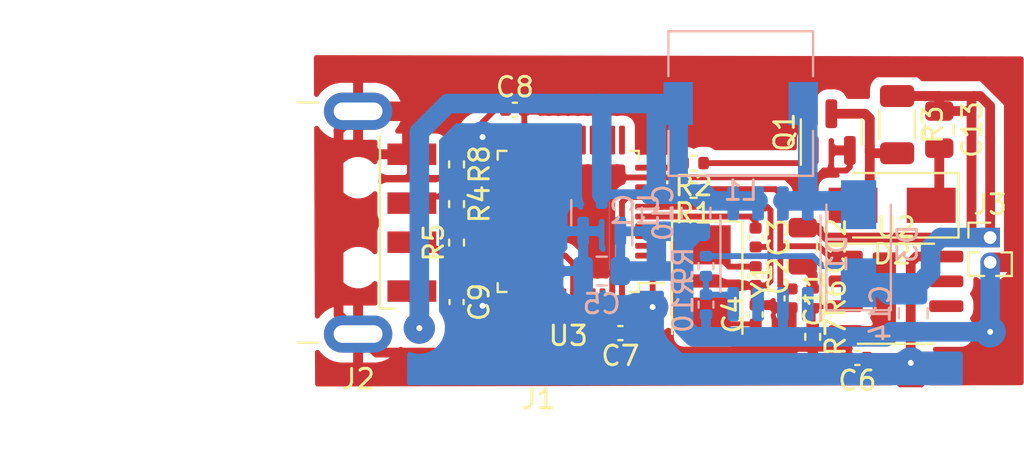
<source format=kicad_pcb>
(kicad_pcb (version 20171130) (host pcbnew 5.99.0+really5.1.10+dfsg1-1)

  (general
    (thickness 1.6)
    (drawings 0)
    (tracks 307)
    (zones 0)
    (modules 36)
    (nets 51)
  )

  (page A4)
  (layers
    (0 F.Cu signal)
    (31 B.Cu signal)
    (32 B.Adhes user)
    (33 F.Adhes user)
    (34 B.Paste user)
    (35 F.Paste user)
    (36 B.SilkS user)
    (37 F.SilkS user)
    (38 B.Mask user)
    (39 F.Mask user)
    (40 Dwgs.User user)
    (41 Cmts.User user)
    (42 Eco1.User user)
    (43 Eco2.User user)
    (44 Edge.Cuts user)
    (45 Margin user)
    (46 B.CrtYd user)
    (47 F.CrtYd user)
    (48 B.Fab user)
    (49 F.Fab user)
  )

  (setup
    (last_trace_width 0.25)
    (user_trace_width 0.3)
    (user_trace_width 0.5)
    (user_trace_width 1)
    (user_trace_width 2)
    (trace_clearance 0.2)
    (zone_clearance 0.508)
    (zone_45_only no)
    (trace_min 0.2)
    (via_size 0.8)
    (via_drill 0.4)
    (via_min_size 0.4)
    (via_min_drill 0.3)
    (user_via 1.6 0.3)
    (uvia_size 0.3)
    (uvia_drill 0.1)
    (uvias_allowed no)
    (uvia_min_size 0.2)
    (uvia_min_drill 0.1)
    (edge_width 0.05)
    (segment_width 0.2)
    (pcb_text_width 0.3)
    (pcb_text_size 1.5 1.5)
    (mod_edge_width 0.12)
    (mod_text_size 1 1)
    (mod_text_width 0.15)
    (pad_size 1.524 1.524)
    (pad_drill 0.762)
    (pad_to_mask_clearance 0)
    (aux_axis_origin 0 0)
    (visible_elements FFFFFF7F)
    (pcbplotparams
      (layerselection 0x00000_ffffffff)
      (usegerberextensions false)
      (usegerberattributes true)
      (usegerberadvancedattributes true)
      (creategerberjobfile true)
      (excludeedgelayer true)
      (linewidth 0.020000)
      (plotframeref false)
      (viasonmask false)
      (mode 1)
      (useauxorigin false)
      (hpglpennumber 1)
      (hpglpenspeed 20)
      (hpglpendiameter 15.000000)
      (psnegative true)
      (psa4output false)
      (plotreference true)
      (plotvalue true)
      (plotinvisibletext false)
      (padsonsilk false)
      (subtractmaskfromsilk false)
      (outputformat 5)
      (mirror false)
      (drillshape 1)
      (scaleselection 1)
      (outputdirectory ""))
  )

  (net 0 "")
  (net 1 GND)
  (net 2 +5V)
  (net 3 "Net-(C2-Pad1)")
  (net 4 "Net-(C3-Pad1)")
  (net 5 "Net-(C4-Pad1)")
  (net 6 +3V3)
  (net 7 "Net-(C11-Pad1)")
  (net 8 "Net-(C12-Pad2)")
  (net 9 +24V)
  (net 10 "Net-(C13-Pad2)")
  (net 11 "Net-(D1-Pad7)")
  (net 12 "Net-(D1-Pad4)")
  (net 13 "Net-(D1-Pad3)")
  (net 14 "Net-(D2-Pad2)")
  (net 15 "Net-(J1-Pad3)")
  (net 16 "Net-(J1-Pad1)")
  (net 17 "Net-(J2-Pad3)")
  (net 18 "Net-(J2-Pad2)")
  (net 19 "Net-(Q1-Pad1)")
  (net 20 "Net-(R1-Pad2)")
  (net 21 "Net-(R2-Pad2)")
  (net 22 "Net-(R4-Pad2)")
  (net 23 "Net-(R5-Pad2)")
  (net 24 "Net-(R6-Pad2)")
  (net 25 "Net-(U3-Pad46)")
  (net 26 "Net-(U3-Pad45)")
  (net 27 "Net-(U3-Pad42)")
  (net 28 "Net-(U3-Pad41)")
  (net 29 "Net-(U3-Pad40)")
  (net 30 "Net-(U3-Pad39)")
  (net 31 "Net-(U3-Pad38)")
  (net 32 "Net-(U3-Pad31)")
  (net 33 "Net-(U3-Pad29)")
  (net 34 "Net-(U3-Pad28)")
  (net 35 "Net-(U3-Pad27)")
  (net 36 "Net-(U3-Pad26)")
  (net 37 "Net-(U3-Pad25)")
  (net 38 "Net-(U3-Pad22)")
  (net 39 "Net-(U3-Pad21)")
  (net 40 "Net-(U3-Pad20)")
  (net 41 "Net-(U3-Pad19)")
  (net 42 "Net-(U3-Pad18)")
  (net 43 "Net-(U3-Pad17)")
  (net 44 "Net-(U3-Pad16)")
  (net 45 "Net-(U3-Pad15)")
  (net 46 "Net-(U3-Pad14)")
  (net 47 "Net-(U3-Pad13)")
  (net 48 "Net-(U3-Pad4)")
  (net 49 "Net-(U3-Pad3)")
  (net 50 "Net-(U3-Pad2)")

  (net_class Default "This is the default net class."
    (clearance 0.2)
    (trace_width 0.25)
    (via_dia 0.8)
    (via_drill 0.4)
    (uvia_dia 0.3)
    (uvia_drill 0.1)
    (add_net +24V)
    (add_net +3V3)
    (add_net +5V)
    (add_net GND)
    (add_net "Net-(C11-Pad1)")
    (add_net "Net-(C12-Pad2)")
    (add_net "Net-(C13-Pad2)")
    (add_net "Net-(C2-Pad1)")
    (add_net "Net-(C3-Pad1)")
    (add_net "Net-(C4-Pad1)")
    (add_net "Net-(D1-Pad3)")
    (add_net "Net-(D1-Pad4)")
    (add_net "Net-(D1-Pad7)")
    (add_net "Net-(D2-Pad2)")
    (add_net "Net-(J1-Pad1)")
    (add_net "Net-(J1-Pad3)")
    (add_net "Net-(J2-Pad2)")
    (add_net "Net-(J2-Pad3)")
    (add_net "Net-(Q1-Pad1)")
    (add_net "Net-(R1-Pad2)")
    (add_net "Net-(R2-Pad2)")
    (add_net "Net-(R4-Pad2)")
    (add_net "Net-(R5-Pad2)")
    (add_net "Net-(R6-Pad2)")
    (add_net "Net-(U3-Pad13)")
    (add_net "Net-(U3-Pad14)")
    (add_net "Net-(U3-Pad15)")
    (add_net "Net-(U3-Pad16)")
    (add_net "Net-(U3-Pad17)")
    (add_net "Net-(U3-Pad18)")
    (add_net "Net-(U3-Pad19)")
    (add_net "Net-(U3-Pad2)")
    (add_net "Net-(U3-Pad20)")
    (add_net "Net-(U3-Pad21)")
    (add_net "Net-(U3-Pad22)")
    (add_net "Net-(U3-Pad25)")
    (add_net "Net-(U3-Pad26)")
    (add_net "Net-(U3-Pad27)")
    (add_net "Net-(U3-Pad28)")
    (add_net "Net-(U3-Pad29)")
    (add_net "Net-(U3-Pad3)")
    (add_net "Net-(U3-Pad31)")
    (add_net "Net-(U3-Pad38)")
    (add_net "Net-(U3-Pad39)")
    (add_net "Net-(U3-Pad4)")
    (add_net "Net-(U3-Pad40)")
    (add_net "Net-(U3-Pad41)")
    (add_net "Net-(U3-Pad42)")
    (add_net "Net-(U3-Pad45)")
    (add_net "Net-(U3-Pad46)")
  )

  (module Diode_SMD:D_SMA (layer F.Cu) (tedit 586432E5) (tstamp 62639D63)
    (at 159.9565 62.9285 180)
    (descr "Diode SMA (DO-214AC)")
    (tags "Diode SMA (DO-214AC)")
    (path /62B30DA0)
    (attr smd)
    (fp_text reference D2 (at 0 -2.5) (layer F.SilkS)
      (effects (font (size 1 1) (thickness 0.15)))
    )
    (fp_text value 1N5822 (at 0 2.6) (layer F.Fab)
      (effects (font (size 1 1) (thickness 0.15)))
    )
    (fp_line (start -3.4 -1.65) (end 2 -1.65) (layer F.SilkS) (width 0.12))
    (fp_line (start -3.4 1.65) (end 2 1.65) (layer F.SilkS) (width 0.12))
    (fp_line (start -0.64944 0.00102) (end 0.50118 -0.79908) (layer F.Fab) (width 0.1))
    (fp_line (start -0.64944 0.00102) (end 0.50118 0.75032) (layer F.Fab) (width 0.1))
    (fp_line (start 0.50118 0.75032) (end 0.50118 -0.79908) (layer F.Fab) (width 0.1))
    (fp_line (start -0.64944 -0.79908) (end -0.64944 0.80112) (layer F.Fab) (width 0.1))
    (fp_line (start 0.50118 0.00102) (end 1.4994 0.00102) (layer F.Fab) (width 0.1))
    (fp_line (start -0.64944 0.00102) (end -1.55114 0.00102) (layer F.Fab) (width 0.1))
    (fp_line (start -3.5 1.75) (end -3.5 -1.75) (layer F.CrtYd) (width 0.05))
    (fp_line (start 3.5 1.75) (end -3.5 1.75) (layer F.CrtYd) (width 0.05))
    (fp_line (start 3.5 -1.75) (end 3.5 1.75) (layer F.CrtYd) (width 0.05))
    (fp_line (start -3.5 -1.75) (end 3.5 -1.75) (layer F.CrtYd) (width 0.05))
    (fp_line (start 2.3 -1.5) (end -2.3 -1.5) (layer F.Fab) (width 0.1))
    (fp_line (start 2.3 -1.5) (end 2.3 1.5) (layer F.Fab) (width 0.1))
    (fp_line (start -2.3 1.5) (end -2.3 -1.5) (layer F.Fab) (width 0.1))
    (fp_line (start 2.3 1.5) (end -2.3 1.5) (layer F.Fab) (width 0.1))
    (fp_line (start -3.4 -1.65) (end -3.4 1.65) (layer F.SilkS) (width 0.12))
    (fp_text user %R (at 0 -2.5) (layer F.Fab)
      (effects (font (size 1 1) (thickness 0.15)))
    )
    (pad 2 smd rect (at 2 0 180) (size 2.5 1.8) (layers F.Cu F.Paste F.Mask)
      (net 14 "Net-(D2-Pad2)"))
    (pad 1 smd rect (at -2 0 180) (size 2.5 1.8) (layers F.Cu F.Paste F.Mask)
      (net 10 "Net-(C13-Pad2)"))
    (model ${KICAD6_3DMODEL_DIR}/Diode_SMD.3dshapes/D_SMA.wrl
      (at (xyz 0 0 0))
      (scale (xyz 1 1 1))
      (rotate (xyz 0 0 0))
    )
  )

  (module Capacitor_SMD:C_0805_2012Metric (layer B.Cu) (tedit 5F68FEEE) (tstamp 626383DB)
    (at 145.0975 66.294)
    (descr "Capacitor SMD 0805 (2012 Metric), square (rectangular) end terminal, IPC_7351 nominal, (Body size source: IPC-SM-782 page 76, https://www.pcb-3d.com/wordpress/wp-content/uploads/ipc-sm-782a_amendment_1_and_2.pdf, https://docs.google.com/spreadsheets/d/1BsfQQcO9C6DZCsRaXUlFlo91Tg2WpOkGARC1WS5S8t0/edit?usp=sharing), generated with kicad-footprint-generator")
    (tags capacitor)
    (path /62663717)
    (attr smd)
    (fp_text reference C5 (at 0 1.68) (layer B.SilkS)
      (effects (font (size 1 1) (thickness 0.15)) (justify mirror))
    )
    (fp_text value 10uF (at 0 -1.68) (layer B.Fab)
      (effects (font (size 1 1) (thickness 0.15)) (justify mirror))
    )
    (fp_line (start 1.7 -0.98) (end -1.7 -0.98) (layer B.CrtYd) (width 0.05))
    (fp_line (start 1.7 0.98) (end 1.7 -0.98) (layer B.CrtYd) (width 0.05))
    (fp_line (start -1.7 0.98) (end 1.7 0.98) (layer B.CrtYd) (width 0.05))
    (fp_line (start -1.7 -0.98) (end -1.7 0.98) (layer B.CrtYd) (width 0.05))
    (fp_line (start -0.261252 -0.735) (end 0.261252 -0.735) (layer B.SilkS) (width 0.12))
    (fp_line (start -0.261252 0.735) (end 0.261252 0.735) (layer B.SilkS) (width 0.12))
    (fp_line (start 1 -0.625) (end -1 -0.625) (layer B.Fab) (width 0.1))
    (fp_line (start 1 0.625) (end 1 -0.625) (layer B.Fab) (width 0.1))
    (fp_line (start -1 0.625) (end 1 0.625) (layer B.Fab) (width 0.1))
    (fp_line (start -1 -0.625) (end -1 0.625) (layer B.Fab) (width 0.1))
    (fp_text user %R (at 0 0) (layer B.Fab)
      (effects (font (size 0.5 0.5) (thickness 0.08)) (justify mirror))
    )
    (pad 2 smd roundrect (at 0.95 0) (size 1 1.45) (layers B.Cu B.Paste B.Mask) (roundrect_rratio 0.25)
      (net 1 GND))
    (pad 1 smd roundrect (at -0.95 0) (size 1 1.45) (layers B.Cu B.Paste B.Mask) (roundrect_rratio 0.25)
      (net 6 +3V3))
    (model ${KICAD6_3DMODEL_DIR}/Capacitor_SMD.3dshapes/C_0805_2012Metric.wrl
      (at (xyz 0 0 0))
      (scale (xyz 1 1 1))
      (rotate (xyz 0 0 0))
    )
  )

  (module Crystal:Crystal_SMD_5032-2Pin_5.0x3.2mm (layer F.Cu) (tedit 5A0FD1B2) (tstamp 62634E08)
    (at 150.495 66.802 270)
    (descr "SMD Crystal SERIES SMD2520/2 http://www.icbase.com/File/PDF/HKC/HKC00061008.pdf, 5.0x3.2mm^2 package")
    (tags "SMD SMT crystal")
    (path /628D826B)
    (attr smd)
    (fp_text reference Y1 (at 0 -2.8 90) (layer F.SilkS)
      (effects (font (size 1 1) (thickness 0.15)))
    )
    (fp_text value 8M (at 0 2.8 90) (layer F.Fab)
      (effects (font (size 1 1) (thickness 0.15)))
    )
    (fp_circle (center 0 0) (end 0.093333 0) (layer F.Adhes) (width 0.186667))
    (fp_circle (center 0 0) (end 0.213333 0) (layer F.Adhes) (width 0.133333))
    (fp_circle (center 0 0) (end 0.333333 0) (layer F.Adhes) (width 0.133333))
    (fp_circle (center 0 0) (end 0.4 0) (layer F.Adhes) (width 0.1))
    (fp_line (start 3.1 -1.9) (end -3.1 -1.9) (layer F.CrtYd) (width 0.05))
    (fp_line (start 3.1 1.9) (end 3.1 -1.9) (layer F.CrtYd) (width 0.05))
    (fp_line (start -3.1 1.9) (end 3.1 1.9) (layer F.CrtYd) (width 0.05))
    (fp_line (start -3.1 -1.9) (end -3.1 1.9) (layer F.CrtYd) (width 0.05))
    (fp_line (start -3.05 1.8) (end 2.7 1.8) (layer F.SilkS) (width 0.12))
    (fp_line (start -3.05 -1.8) (end -3.05 1.8) (layer F.SilkS) (width 0.12))
    (fp_line (start 2.7 -1.8) (end -3.05 -1.8) (layer F.SilkS) (width 0.12))
    (fp_line (start -2.5 0.6) (end -1.5 1.6) (layer F.Fab) (width 0.1))
    (fp_line (start -2.5 -1.4) (end -2.3 -1.6) (layer F.Fab) (width 0.1))
    (fp_line (start -2.5 1.4) (end -2.5 -1.4) (layer F.Fab) (width 0.1))
    (fp_line (start -2.3 1.6) (end -2.5 1.4) (layer F.Fab) (width 0.1))
    (fp_line (start 2.3 1.6) (end -2.3 1.6) (layer F.Fab) (width 0.1))
    (fp_line (start 2.5 1.4) (end 2.3 1.6) (layer F.Fab) (width 0.1))
    (fp_line (start 2.5 -1.4) (end 2.5 1.4) (layer F.Fab) (width 0.1))
    (fp_line (start 2.3 -1.6) (end 2.5 -1.4) (layer F.Fab) (width 0.1))
    (fp_line (start -2.3 -1.6) (end 2.3 -1.6) (layer F.Fab) (width 0.1))
    (fp_text user %R (at 0 0 90) (layer F.Fab)
      (effects (font (size 1 1) (thickness 0.15)))
    )
    (pad 2 smd rect (at 1.85 0 270) (size 2 2.4) (layers F.Cu F.Paste F.Mask)
      (net 5 "Net-(C4-Pad1)"))
    (pad 1 smd rect (at -1.85 0 270) (size 2 2.4) (layers F.Cu F.Paste F.Mask)
      (net 3 "Net-(C2-Pad1)"))
    (model ${KICAD6_3DMODEL_DIR}/Crystal.3dshapes/Crystal_SMD_5032-2Pin_5.0x3.2mm.wrl
      (at (xyz 0 0 0))
      (scale (xyz 1 1 1))
      (rotate (xyz 0 0 0))
    )
  )

  (module Package_QFP:LQFP-48_7x7mm_P0.5mm (layer F.Cu) (tedit 5D9F72AF) (tstamp 62634DED)
    (at 143.383 63.754 180)
    (descr "LQFP, 48 Pin (https://www.analog.com/media/en/technical-documentation/data-sheets/ltc2358-16.pdf), generated with kicad-footprint-generator ipc_gullwing_generator.py")
    (tags "LQFP QFP")
    (path /6262ABE9)
    (attr smd)
    (fp_text reference U3 (at 0 -5.85) (layer F.SilkS)
      (effects (font (size 1 1) (thickness 0.15)))
    )
    (fp_text value STM32F103C8Tx (at 0 5.85) (layer F.Fab)
      (effects (font (size 1 1) (thickness 0.15)))
    )
    (fp_line (start 5.15 3.15) (end 5.15 0) (layer F.CrtYd) (width 0.05))
    (fp_line (start 3.75 3.15) (end 5.15 3.15) (layer F.CrtYd) (width 0.05))
    (fp_line (start 3.75 3.75) (end 3.75 3.15) (layer F.CrtYd) (width 0.05))
    (fp_line (start 3.15 3.75) (end 3.75 3.75) (layer F.CrtYd) (width 0.05))
    (fp_line (start 3.15 5.15) (end 3.15 3.75) (layer F.CrtYd) (width 0.05))
    (fp_line (start 0 5.15) (end 3.15 5.15) (layer F.CrtYd) (width 0.05))
    (fp_line (start -5.15 3.15) (end -5.15 0) (layer F.CrtYd) (width 0.05))
    (fp_line (start -3.75 3.15) (end -5.15 3.15) (layer F.CrtYd) (width 0.05))
    (fp_line (start -3.75 3.75) (end -3.75 3.15) (layer F.CrtYd) (width 0.05))
    (fp_line (start -3.15 3.75) (end -3.75 3.75) (layer F.CrtYd) (width 0.05))
    (fp_line (start -3.15 5.15) (end -3.15 3.75) (layer F.CrtYd) (width 0.05))
    (fp_line (start 0 5.15) (end -3.15 5.15) (layer F.CrtYd) (width 0.05))
    (fp_line (start 5.15 -3.15) (end 5.15 0) (layer F.CrtYd) (width 0.05))
    (fp_line (start 3.75 -3.15) (end 5.15 -3.15) (layer F.CrtYd) (width 0.05))
    (fp_line (start 3.75 -3.75) (end 3.75 -3.15) (layer F.CrtYd) (width 0.05))
    (fp_line (start 3.15 -3.75) (end 3.75 -3.75) (layer F.CrtYd) (width 0.05))
    (fp_line (start 3.15 -5.15) (end 3.15 -3.75) (layer F.CrtYd) (width 0.05))
    (fp_line (start 0 -5.15) (end 3.15 -5.15) (layer F.CrtYd) (width 0.05))
    (fp_line (start -5.15 -3.15) (end -5.15 0) (layer F.CrtYd) (width 0.05))
    (fp_line (start -3.75 -3.15) (end -5.15 -3.15) (layer F.CrtYd) (width 0.05))
    (fp_line (start -3.75 -3.75) (end -3.75 -3.15) (layer F.CrtYd) (width 0.05))
    (fp_line (start -3.15 -3.75) (end -3.75 -3.75) (layer F.CrtYd) (width 0.05))
    (fp_line (start -3.15 -5.15) (end -3.15 -3.75) (layer F.CrtYd) (width 0.05))
    (fp_line (start 0 -5.15) (end -3.15 -5.15) (layer F.CrtYd) (width 0.05))
    (fp_line (start -3.5 -2.5) (end -2.5 -3.5) (layer F.Fab) (width 0.1))
    (fp_line (start -3.5 3.5) (end -3.5 -2.5) (layer F.Fab) (width 0.1))
    (fp_line (start 3.5 3.5) (end -3.5 3.5) (layer F.Fab) (width 0.1))
    (fp_line (start 3.5 -3.5) (end 3.5 3.5) (layer F.Fab) (width 0.1))
    (fp_line (start -2.5 -3.5) (end 3.5 -3.5) (layer F.Fab) (width 0.1))
    (fp_line (start -3.61 -3.16) (end -4.9 -3.16) (layer F.SilkS) (width 0.12))
    (fp_line (start -3.61 -3.61) (end -3.61 -3.16) (layer F.SilkS) (width 0.12))
    (fp_line (start -3.16 -3.61) (end -3.61 -3.61) (layer F.SilkS) (width 0.12))
    (fp_line (start 3.61 -3.61) (end 3.61 -3.16) (layer F.SilkS) (width 0.12))
    (fp_line (start 3.16 -3.61) (end 3.61 -3.61) (layer F.SilkS) (width 0.12))
    (fp_line (start -3.61 3.61) (end -3.61 3.16) (layer F.SilkS) (width 0.12))
    (fp_line (start -3.16 3.61) (end -3.61 3.61) (layer F.SilkS) (width 0.12))
    (fp_line (start 3.61 3.61) (end 3.61 3.16) (layer F.SilkS) (width 0.12))
    (fp_line (start 3.16 3.61) (end 3.61 3.61) (layer F.SilkS) (width 0.12))
    (fp_text user %R (at 0 0) (layer F.Fab)
      (effects (font (size 1 1) (thickness 0.15)))
    )
    (pad 48 smd roundrect (at -2.75 -4.1625 180) (size 0.3 1.475) (layers F.Cu F.Paste F.Mask) (roundrect_rratio 0.25)
      (net 6 +3V3))
    (pad 47 smd roundrect (at -2.25 -4.1625 180) (size 0.3 1.475) (layers F.Cu F.Paste F.Mask) (roundrect_rratio 0.25)
      (net 1 GND))
    (pad 46 smd roundrect (at -1.75 -4.1625 180) (size 0.3 1.475) (layers F.Cu F.Paste F.Mask) (roundrect_rratio 0.25)
      (net 25 "Net-(U3-Pad46)"))
    (pad 45 smd roundrect (at -1.25 -4.1625 180) (size 0.3 1.475) (layers F.Cu F.Paste F.Mask) (roundrect_rratio 0.25)
      (net 26 "Net-(U3-Pad45)"))
    (pad 44 smd roundrect (at -0.75 -4.1625 180) (size 0.3 1.475) (layers F.Cu F.Paste F.Mask) (roundrect_rratio 0.25)
      (net 1 GND))
    (pad 43 smd roundrect (at -0.25 -4.1625 180) (size 0.3 1.475) (layers F.Cu F.Paste F.Mask) (roundrect_rratio 0.25)
      (net 16 "Net-(J1-Pad1)"))
    (pad 42 smd roundrect (at 0.25 -4.1625 180) (size 0.3 1.475) (layers F.Cu F.Paste F.Mask) (roundrect_rratio 0.25)
      (net 27 "Net-(U3-Pad42)"))
    (pad 41 smd roundrect (at 0.75 -4.1625 180) (size 0.3 1.475) (layers F.Cu F.Paste F.Mask) (roundrect_rratio 0.25)
      (net 28 "Net-(U3-Pad41)"))
    (pad 40 smd roundrect (at 1.25 -4.1625 180) (size 0.3 1.475) (layers F.Cu F.Paste F.Mask) (roundrect_rratio 0.25)
      (net 29 "Net-(U3-Pad40)"))
    (pad 39 smd roundrect (at 1.75 -4.1625 180) (size 0.3 1.475) (layers F.Cu F.Paste F.Mask) (roundrect_rratio 0.25)
      (net 30 "Net-(U3-Pad39)"))
    (pad 38 smd roundrect (at 2.25 -4.1625 180) (size 0.3 1.475) (layers F.Cu F.Paste F.Mask) (roundrect_rratio 0.25)
      (net 31 "Net-(U3-Pad38)"))
    (pad 37 smd roundrect (at 2.75 -4.1625 180) (size 0.3 1.475) (layers F.Cu F.Paste F.Mask) (roundrect_rratio 0.25)
      (net 15 "Net-(J1-Pad3)"))
    (pad 36 smd roundrect (at 4.1625 -2.75 180) (size 1.475 0.3) (layers F.Cu F.Paste F.Mask) (roundrect_rratio 0.25)
      (net 6 +3V3))
    (pad 35 smd roundrect (at 4.1625 -2.25 180) (size 1.475 0.3) (layers F.Cu F.Paste F.Mask) (roundrect_rratio 0.25)
      (net 1 GND))
    (pad 34 smd roundrect (at 4.1625 -1.75 180) (size 1.475 0.3) (layers F.Cu F.Paste F.Mask) (roundrect_rratio 0.25)
      (net 16 "Net-(J1-Pad1)"))
    (pad 33 smd roundrect (at 4.1625 -1.25 180) (size 1.475 0.3) (layers F.Cu F.Paste F.Mask) (roundrect_rratio 0.25)
      (net 22 "Net-(R4-Pad2)"))
    (pad 32 smd roundrect (at 4.1625 -0.75 180) (size 1.475 0.3) (layers F.Cu F.Paste F.Mask) (roundrect_rratio 0.25)
      (net 23 "Net-(R5-Pad2)"))
    (pad 31 smd roundrect (at 4.1625 -0.25 180) (size 1.475 0.3) (layers F.Cu F.Paste F.Mask) (roundrect_rratio 0.25)
      (net 32 "Net-(U3-Pad31)"))
    (pad 30 smd roundrect (at 4.1625 0.25 180) (size 1.475 0.3) (layers F.Cu F.Paste F.Mask) (roundrect_rratio 0.25)
      (net 22 "Net-(R4-Pad2)"))
    (pad 29 smd roundrect (at 4.1625 0.75 180) (size 1.475 0.3) (layers F.Cu F.Paste F.Mask) (roundrect_rratio 0.25)
      (net 33 "Net-(U3-Pad29)"))
    (pad 28 smd roundrect (at 4.1625 1.25 180) (size 1.475 0.3) (layers F.Cu F.Paste F.Mask) (roundrect_rratio 0.25)
      (net 34 "Net-(U3-Pad28)"))
    (pad 27 smd roundrect (at 4.1625 1.75 180) (size 1.475 0.3) (layers F.Cu F.Paste F.Mask) (roundrect_rratio 0.25)
      (net 35 "Net-(U3-Pad27)"))
    (pad 26 smd roundrect (at 4.1625 2.25 180) (size 1.475 0.3) (layers F.Cu F.Paste F.Mask) (roundrect_rratio 0.25)
      (net 36 "Net-(U3-Pad26)"))
    (pad 25 smd roundrect (at 4.1625 2.75 180) (size 1.475 0.3) (layers F.Cu F.Paste F.Mask) (roundrect_rratio 0.25)
      (net 37 "Net-(U3-Pad25)"))
    (pad 24 smd roundrect (at 2.75 4.1625 180) (size 0.3 1.475) (layers F.Cu F.Paste F.Mask) (roundrect_rratio 0.25)
      (net 6 +3V3))
    (pad 23 smd roundrect (at 2.25 4.1625 180) (size 0.3 1.475) (layers F.Cu F.Paste F.Mask) (roundrect_rratio 0.25)
      (net 1 GND))
    (pad 22 smd roundrect (at 1.75 4.1625 180) (size 0.3 1.475) (layers F.Cu F.Paste F.Mask) (roundrect_rratio 0.25)
      (net 38 "Net-(U3-Pad22)"))
    (pad 21 smd roundrect (at 1.25 4.1625 180) (size 0.3 1.475) (layers F.Cu F.Paste F.Mask) (roundrect_rratio 0.25)
      (net 39 "Net-(U3-Pad21)"))
    (pad 20 smd roundrect (at 0.75 4.1625 180) (size 0.3 1.475) (layers F.Cu F.Paste F.Mask) (roundrect_rratio 0.25)
      (net 40 "Net-(U3-Pad20)"))
    (pad 19 smd roundrect (at 0.25 4.1625 180) (size 0.3 1.475) (layers F.Cu F.Paste F.Mask) (roundrect_rratio 0.25)
      (net 41 "Net-(U3-Pad19)"))
    (pad 18 smd roundrect (at -0.25 4.1625 180) (size 0.3 1.475) (layers F.Cu F.Paste F.Mask) (roundrect_rratio 0.25)
      (net 42 "Net-(U3-Pad18)"))
    (pad 17 smd roundrect (at -0.75 4.1625 180) (size 0.3 1.475) (layers F.Cu F.Paste F.Mask) (roundrect_rratio 0.25)
      (net 43 "Net-(U3-Pad17)"))
    (pad 16 smd roundrect (at -1.25 4.1625 180) (size 0.3 1.475) (layers F.Cu F.Paste F.Mask) (roundrect_rratio 0.25)
      (net 44 "Net-(U3-Pad16)"))
    (pad 15 smd roundrect (at -1.75 4.1625 180) (size 0.3 1.475) (layers F.Cu F.Paste F.Mask) (roundrect_rratio 0.25)
      (net 45 "Net-(U3-Pad15)"))
    (pad 14 smd roundrect (at -2.25 4.1625 180) (size 0.3 1.475) (layers F.Cu F.Paste F.Mask) (roundrect_rratio 0.25)
      (net 46 "Net-(U3-Pad14)"))
    (pad 13 smd roundrect (at -2.75 4.1625 180) (size 0.3 1.475) (layers F.Cu F.Paste F.Mask) (roundrect_rratio 0.25)
      (net 47 "Net-(U3-Pad13)"))
    (pad 12 smd roundrect (at -4.1625 2.75 180) (size 1.475 0.3) (layers F.Cu F.Paste F.Mask) (roundrect_rratio 0.25)
      (net 21 "Net-(R2-Pad2)"))
    (pad 11 smd roundrect (at -4.1625 2.25 180) (size 1.475 0.3) (layers F.Cu F.Paste F.Mask) (roundrect_rratio 0.25)
      (net 1 GND))
    (pad 10 smd roundrect (at -4.1625 1.75 180) (size 1.475 0.3) (layers F.Cu F.Paste F.Mask) (roundrect_rratio 0.25)
      (net 20 "Net-(R1-Pad2)"))
    (pad 9 smd roundrect (at -4.1625 1.25 180) (size 1.475 0.3) (layers F.Cu F.Paste F.Mask) (roundrect_rratio 0.25)
      (net 6 +3V3))
    (pad 8 smd roundrect (at -4.1625 0.75 180) (size 1.475 0.3) (layers F.Cu F.Paste F.Mask) (roundrect_rratio 0.25)
      (net 1 GND))
    (pad 7 smd roundrect (at -4.1625 0.25 180) (size 1.475 0.3) (layers F.Cu F.Paste F.Mask) (roundrect_rratio 0.25)
      (net 4 "Net-(C3-Pad1)"))
    (pad 6 smd roundrect (at -4.1625 -0.25 180) (size 1.475 0.3) (layers F.Cu F.Paste F.Mask) (roundrect_rratio 0.25)
      (net 3 "Net-(C2-Pad1)"))
    (pad 5 smd roundrect (at -4.1625 -0.75 180) (size 1.475 0.3) (layers F.Cu F.Paste F.Mask) (roundrect_rratio 0.25)
      (net 5 "Net-(C4-Pad1)"))
    (pad 4 smd roundrect (at -4.1625 -1.25 180) (size 1.475 0.3) (layers F.Cu F.Paste F.Mask) (roundrect_rratio 0.25)
      (net 48 "Net-(U3-Pad4)"))
    (pad 3 smd roundrect (at -4.1625 -1.75 180) (size 1.475 0.3) (layers F.Cu F.Paste F.Mask) (roundrect_rratio 0.25)
      (net 49 "Net-(U3-Pad3)"))
    (pad 2 smd roundrect (at -4.1625 -2.25 180) (size 1.475 0.3) (layers F.Cu F.Paste F.Mask) (roundrect_rratio 0.25)
      (net 50 "Net-(U3-Pad2)"))
    (pad 1 smd roundrect (at -4.1625 -2.75 180) (size 1.475 0.3) (layers F.Cu F.Paste F.Mask) (roundrect_rratio 0.25)
      (net 6 +3V3))
    (model ${KICAD6_3DMODEL_DIR}/Package_QFP.3dshapes/LQFP-48_7x7mm_P0.5mm.wrl
      (at (xyz 0 0 0))
      (scale (xyz 1 1 1))
      (rotate (xyz 0 0 0))
    )
  )

  (module Package_SO:SO-8_3.9x4.9mm_P1.27mm (layer F.Cu) (tedit 5D9F72B1) (tstamp 62634D92)
    (at 160.1535 67.455)
    (descr "SO, 8 Pin (https://www.nxp.com/docs/en/data-sheet/PCF8523.pdf), generated with kicad-footprint-generator ipc_gullwing_generator.py")
    (tags "SO SO")
    (path /62647ADF)
    (attr smd)
    (fp_text reference U2 (at 0 -3.4) (layer F.SilkS)
      (effects (font (size 1 1) (thickness 0.15)))
    )
    (fp_text value LM358 (at 0 3.4) (layer F.Fab)
      (effects (font (size 1 1) (thickness 0.15)))
    )
    (fp_line (start 3.7 -2.7) (end -3.7 -2.7) (layer F.CrtYd) (width 0.05))
    (fp_line (start 3.7 2.7) (end 3.7 -2.7) (layer F.CrtYd) (width 0.05))
    (fp_line (start -3.7 2.7) (end 3.7 2.7) (layer F.CrtYd) (width 0.05))
    (fp_line (start -3.7 -2.7) (end -3.7 2.7) (layer F.CrtYd) (width 0.05))
    (fp_line (start -1.95 -1.475) (end -0.975 -2.45) (layer F.Fab) (width 0.1))
    (fp_line (start -1.95 2.45) (end -1.95 -1.475) (layer F.Fab) (width 0.1))
    (fp_line (start 1.95 2.45) (end -1.95 2.45) (layer F.Fab) (width 0.1))
    (fp_line (start 1.95 -2.45) (end 1.95 2.45) (layer F.Fab) (width 0.1))
    (fp_line (start -0.975 -2.45) (end 1.95 -2.45) (layer F.Fab) (width 0.1))
    (fp_line (start 0 -2.56) (end -3.45 -2.56) (layer F.SilkS) (width 0.12))
    (fp_line (start 0 -2.56) (end 1.95 -2.56) (layer F.SilkS) (width 0.12))
    (fp_line (start 0 2.56) (end -1.95 2.56) (layer F.SilkS) (width 0.12))
    (fp_line (start 0 2.56) (end 1.95 2.56) (layer F.SilkS) (width 0.12))
    (fp_text user %R (at 0 0) (layer F.Fab)
      (effects (font (size 0.98 0.98) (thickness 0.15)))
    )
    (pad 8 smd roundrect (at 2.575 -1.905) (size 1.75 0.6) (layers F.Cu F.Paste F.Mask) (roundrect_rratio 0.25)
      (net 6 +3V3))
    (pad 7 smd roundrect (at 2.575 -0.635) (size 1.75 0.6) (layers F.Cu F.Paste F.Mask) (roundrect_rratio 0.25))
    (pad 6 smd roundrect (at 2.575 0.635) (size 1.75 0.6) (layers F.Cu F.Paste F.Mask) (roundrect_rratio 0.25))
    (pad 5 smd roundrect (at 2.575 1.905) (size 1.75 0.6) (layers F.Cu F.Paste F.Mask) (roundrect_rratio 0.25))
    (pad 4 smd roundrect (at -2.575 1.905) (size 1.75 0.6) (layers F.Cu F.Paste F.Mask) (roundrect_rratio 0.25)
      (net 1 GND))
    (pad 3 smd roundrect (at -2.575 0.635) (size 1.75 0.6) (layers F.Cu F.Paste F.Mask) (roundrect_rratio 0.25)
      (net 24 "Net-(R6-Pad2)"))
    (pad 2 smd roundrect (at -2.575 -0.635) (size 1.75 0.6) (layers F.Cu F.Paste F.Mask) (roundrect_rratio 0.25)
      (net 7 "Net-(C11-Pad1)"))
    (pad 1 smd roundrect (at -2.575 -1.905) (size 1.75 0.6) (layers F.Cu F.Paste F.Mask) (roundrect_rratio 0.25)
      (net 7 "Net-(C11-Pad1)"))
    (model ${KICAD6_3DMODEL_DIR}/Package_SO.3dshapes/SO-8_3.9x4.9mm_P1.27mm.wrl
      (at (xyz 0 0 0))
      (scale (xyz 1 1 1))
      (rotate (xyz 0 0 0))
    )
  )

  (module Package_TO_SOT_SMD:SOT-23 (layer B.Cu) (tedit 5FA16958) (tstamp 62634D78)
    (at 145.0975 63.3095 90)
    (descr "SOT, 3 Pin (https://www.jedec.org/system/files/docs/to-236h.pdf variant AB), generated with kicad-footprint-generator ipc_gullwing_generator.py")
    (tags "SOT TO_SOT_SMD")
    (path /6262FD30)
    (attr smd)
    (fp_text reference U1 (at 0 2.4 270) (layer B.SilkS)
      (effects (font (size 1 1) (thickness 0.15)) (justify mirror))
    )
    (fp_text value XC6206P33MR (at 0 -2.4 270) (layer B.Fab)
      (effects (font (size 1 1) (thickness 0.15)) (justify mirror))
    )
    (fp_line (start 1.92 1.7) (end -1.92 1.7) (layer B.CrtYd) (width 0.05))
    (fp_line (start 1.92 -1.7) (end 1.92 1.7) (layer B.CrtYd) (width 0.05))
    (fp_line (start -1.92 -1.7) (end 1.92 -1.7) (layer B.CrtYd) (width 0.05))
    (fp_line (start -1.92 1.7) (end -1.92 -1.7) (layer B.CrtYd) (width 0.05))
    (fp_line (start -0.65 1.125) (end -0.325 1.45) (layer B.Fab) (width 0.1))
    (fp_line (start -0.65 -1.45) (end -0.65 1.125) (layer B.Fab) (width 0.1))
    (fp_line (start 0.65 -1.45) (end -0.65 -1.45) (layer B.Fab) (width 0.1))
    (fp_line (start 0.65 1.45) (end 0.65 -1.45) (layer B.Fab) (width 0.1))
    (fp_line (start -0.325 1.45) (end 0.65 1.45) (layer B.Fab) (width 0.1))
    (fp_line (start 0 1.56) (end -1.675 1.56) (layer B.SilkS) (width 0.12))
    (fp_line (start 0 1.56) (end 0.65 1.56) (layer B.SilkS) (width 0.12))
    (fp_line (start 0 -1.56) (end -0.65 -1.56) (layer B.SilkS) (width 0.12))
    (fp_line (start 0 -1.56) (end 0.65 -1.56) (layer B.SilkS) (width 0.12))
    (fp_text user %R (at 0 0 270) (layer B.Fab)
      (effects (font (size 0.32 0.32) (thickness 0.05)) (justify mirror))
    )
    (pad 3 smd roundrect (at 0.9375 0 90) (size 1.475 0.6) (layers B.Cu B.Paste B.Mask) (roundrect_rratio 0.25)
      (net 2 +5V))
    (pad 2 smd roundrect (at -0.9375 -0.95 90) (size 1.475 0.6) (layers B.Cu B.Paste B.Mask) (roundrect_rratio 0.25)
      (net 6 +3V3))
    (pad 1 smd roundrect (at -0.9375 0.95 90) (size 1.475 0.6) (layers B.Cu B.Paste B.Mask) (roundrect_rratio 0.25)
      (net 1 GND))
    (model ${KICAD6_3DMODEL_DIR}/Package_TO_SOT_SMD.3dshapes/SOT-23.wrl
      (at (xyz 0 0 0))
      (scale (xyz 1 1 1))
      (rotate (xyz 0 0 0))
    )
  )

  (module Resistor_SMD:R_0402_1005Metric (layer B.Cu) (tedit 5F68FEEE) (tstamp 62634D63)
    (at 150.4315 68.0085 270)
    (descr "Resistor SMD 0402 (1005 Metric), square (rectangular) end terminal, IPC_7351 nominal, (Body size source: IPC-SM-782 page 72, https://www.pcb-3d.com/wordpress/wp-content/uploads/ipc-sm-782a_amendment_1_and_2.pdf), generated with kicad-footprint-generator")
    (tags resistor)
    (path /62638E2E)
    (attr smd)
    (fp_text reference R10 (at 0 1.17 90) (layer B.SilkS)
      (effects (font (size 1 1) (thickness 0.15)) (justify mirror))
    )
    (fp_text value 75R (at 0 -1.17 90) (layer B.Fab)
      (effects (font (size 1 1) (thickness 0.15)) (justify mirror))
    )
    (fp_line (start 0.93 -0.47) (end -0.93 -0.47) (layer B.CrtYd) (width 0.05))
    (fp_line (start 0.93 0.47) (end 0.93 -0.47) (layer B.CrtYd) (width 0.05))
    (fp_line (start -0.93 0.47) (end 0.93 0.47) (layer B.CrtYd) (width 0.05))
    (fp_line (start -0.93 -0.47) (end -0.93 0.47) (layer B.CrtYd) (width 0.05))
    (fp_line (start -0.153641 -0.38) (end 0.153641 -0.38) (layer B.SilkS) (width 0.12))
    (fp_line (start -0.153641 0.38) (end 0.153641 0.38) (layer B.SilkS) (width 0.12))
    (fp_line (start 0.525 -0.27) (end -0.525 -0.27) (layer B.Fab) (width 0.1))
    (fp_line (start 0.525 0.27) (end 0.525 -0.27) (layer B.Fab) (width 0.1))
    (fp_line (start -0.525 0.27) (end 0.525 0.27) (layer B.Fab) (width 0.1))
    (fp_line (start -0.525 -0.27) (end -0.525 0.27) (layer B.Fab) (width 0.1))
    (fp_text user %R (at 0 0 90) (layer B.Fab)
      (effects (font (size 0.26 0.26) (thickness 0.04)) (justify mirror))
    )
    (pad 2 smd roundrect (at 0.51 0 270) (size 0.54 0.64) (layers B.Cu B.Paste B.Mask) (roundrect_rratio 0.25)
      (net 1 GND))
    (pad 1 smd roundrect (at -0.51 0 270) (size 0.54 0.64) (layers B.Cu B.Paste B.Mask) (roundrect_rratio 0.25)
      (net 12 "Net-(D1-Pad4)"))
    (model ${KICAD6_3DMODEL_DIR}/Resistor_SMD.3dshapes/R_0402_1005Metric.wrl
      (at (xyz 0 0 0))
      (scale (xyz 1 1 1))
      (rotate (xyz 0 0 0))
    )
  )

  (module Resistor_SMD:R_0402_1005Metric (layer B.Cu) (tedit 5F68FEEE) (tstamp 62634D52)
    (at 150.4315 66.04 270)
    (descr "Resistor SMD 0402 (1005 Metric), square (rectangular) end terminal, IPC_7351 nominal, (Body size source: IPC-SM-782 page 72, https://www.pcb-3d.com/wordpress/wp-content/uploads/ipc-sm-782a_amendment_1_and_2.pdf), generated with kicad-footprint-generator")
    (tags resistor)
    (path /62638A8E)
    (attr smd)
    (fp_text reference R9 (at 0 1.17 90) (layer B.SilkS)
      (effects (font (size 1 1) (thickness 0.15)) (justify mirror))
    )
    (fp_text value 1k (at 0 -1.17 90) (layer B.Fab)
      (effects (font (size 1 1) (thickness 0.15)) (justify mirror))
    )
    (fp_line (start 0.93 -0.47) (end -0.93 -0.47) (layer B.CrtYd) (width 0.05))
    (fp_line (start 0.93 0.47) (end 0.93 -0.47) (layer B.CrtYd) (width 0.05))
    (fp_line (start -0.93 0.47) (end 0.93 0.47) (layer B.CrtYd) (width 0.05))
    (fp_line (start -0.93 -0.47) (end -0.93 0.47) (layer B.CrtYd) (width 0.05))
    (fp_line (start -0.153641 -0.38) (end 0.153641 -0.38) (layer B.SilkS) (width 0.12))
    (fp_line (start -0.153641 0.38) (end 0.153641 0.38) (layer B.SilkS) (width 0.12))
    (fp_line (start 0.525 -0.27) (end -0.525 -0.27) (layer B.Fab) (width 0.1))
    (fp_line (start 0.525 0.27) (end 0.525 -0.27) (layer B.Fab) (width 0.1))
    (fp_line (start -0.525 0.27) (end 0.525 0.27) (layer B.Fab) (width 0.1))
    (fp_line (start -0.525 -0.27) (end -0.525 0.27) (layer B.Fab) (width 0.1))
    (fp_text user %R (at 0 0 90) (layer B.Fab)
      (effects (font (size 0.26 0.26) (thickness 0.04)) (justify mirror))
    )
    (pad 2 smd roundrect (at 0.51 0 270) (size 0.54 0.64) (layers B.Cu B.Paste B.Mask) (roundrect_rratio 0.25)
      (net 12 "Net-(D1-Pad4)"))
    (pad 1 smd roundrect (at -0.51 0 270) (size 0.54 0.64) (layers B.Cu B.Paste B.Mask) (roundrect_rratio 0.25)
      (net 9 +24V))
    (model ${KICAD6_3DMODEL_DIR}/Resistor_SMD.3dshapes/R_0402_1005Metric.wrl
      (at (xyz 0 0 0))
      (scale (xyz 1 1 1))
      (rotate (xyz 0 0 0))
    )
  )

  (module Resistor_SMD:R_0402_1005Metric (layer F.Cu) (tedit 5F68FEEE) (tstamp 62634D41)
    (at 137.668 60.833 270)
    (descr "Resistor SMD 0402 (1005 Metric), square (rectangular) end terminal, IPC_7351 nominal, (Body size source: IPC-SM-782 page 72, https://www.pcb-3d.com/wordpress/wp-content/uploads/ipc-sm-782a_amendment_1_and_2.pdf), generated with kicad-footprint-generator")
    (tags resistor)
    (path /6278F715)
    (attr smd)
    (fp_text reference R8 (at 0 -1.17 90) (layer F.SilkS)
      (effects (font (size 1 1) (thickness 0.15)))
    )
    (fp_text value 100k (at 0 1.17 90) (layer F.Fab)
      (effects (font (size 1 1) (thickness 0.15)))
    )
    (fp_line (start 0.93 0.47) (end -0.93 0.47) (layer F.CrtYd) (width 0.05))
    (fp_line (start 0.93 -0.47) (end 0.93 0.47) (layer F.CrtYd) (width 0.05))
    (fp_line (start -0.93 -0.47) (end 0.93 -0.47) (layer F.CrtYd) (width 0.05))
    (fp_line (start -0.93 0.47) (end -0.93 -0.47) (layer F.CrtYd) (width 0.05))
    (fp_line (start -0.153641 0.38) (end 0.153641 0.38) (layer F.SilkS) (width 0.12))
    (fp_line (start -0.153641 -0.38) (end 0.153641 -0.38) (layer F.SilkS) (width 0.12))
    (fp_line (start 0.525 0.27) (end -0.525 0.27) (layer F.Fab) (width 0.1))
    (fp_line (start 0.525 -0.27) (end 0.525 0.27) (layer F.Fab) (width 0.1))
    (fp_line (start -0.525 -0.27) (end 0.525 -0.27) (layer F.Fab) (width 0.1))
    (fp_line (start -0.525 0.27) (end -0.525 -0.27) (layer F.Fab) (width 0.1))
    (fp_text user %R (at 0 0 90) (layer F.Fab)
      (effects (font (size 0.26 0.26) (thickness 0.04)))
    )
    (pad 2 smd roundrect (at 0.51 0 270) (size 0.54 0.64) (layers F.Cu F.Paste F.Mask) (roundrect_rratio 0.25)
      (net 17 "Net-(J2-Pad3)"))
    (pad 1 smd roundrect (at -0.51 0 270) (size 0.54 0.64) (layers F.Cu F.Paste F.Mask) (roundrect_rratio 0.25)
      (net 6 +3V3))
    (model ${KICAD6_3DMODEL_DIR}/Resistor_SMD.3dshapes/R_0402_1005Metric.wrl
      (at (xyz 0 0 0))
      (scale (xyz 1 1 1))
      (rotate (xyz 0 0 0))
    )
  )

  (module Resistor_SMD:R_0402_1005Metric (layer F.Cu) (tedit 5F68FEEE) (tstamp 62634D30)
    (at 155.8925 69.6595 270)
    (descr "Resistor SMD 0402 (1005 Metric), square (rectangular) end terminal, IPC_7351 nominal, (Body size source: IPC-SM-782 page 72, https://www.pcb-3d.com/wordpress/wp-content/uploads/ipc-sm-782a_amendment_1_and_2.pdf), generated with kicad-footprint-generator")
    (tags resistor)
    (path /626A5E6A)
    (attr smd)
    (fp_text reference R7 (at 0 -1.17 90) (layer F.SilkS)
      (effects (font (size 1 1) (thickness 0.15)))
    )
    (fp_text value 10k (at 0 1.17 90) (layer F.Fab)
      (effects (font (size 1 1) (thickness 0.15)))
    )
    (fp_line (start 0.93 0.47) (end -0.93 0.47) (layer F.CrtYd) (width 0.05))
    (fp_line (start 0.93 -0.47) (end 0.93 0.47) (layer F.CrtYd) (width 0.05))
    (fp_line (start -0.93 -0.47) (end 0.93 -0.47) (layer F.CrtYd) (width 0.05))
    (fp_line (start -0.93 0.47) (end -0.93 -0.47) (layer F.CrtYd) (width 0.05))
    (fp_line (start -0.153641 0.38) (end 0.153641 0.38) (layer F.SilkS) (width 0.12))
    (fp_line (start -0.153641 -0.38) (end 0.153641 -0.38) (layer F.SilkS) (width 0.12))
    (fp_line (start 0.525 0.27) (end -0.525 0.27) (layer F.Fab) (width 0.1))
    (fp_line (start 0.525 -0.27) (end 0.525 0.27) (layer F.Fab) (width 0.1))
    (fp_line (start -0.525 -0.27) (end 0.525 -0.27) (layer F.Fab) (width 0.1))
    (fp_line (start -0.525 0.27) (end -0.525 -0.27) (layer F.Fab) (width 0.1))
    (fp_text user %R (at 0 0 90) (layer F.Fab)
      (effects (font (size 0.26 0.26) (thickness 0.04)))
    )
    (pad 2 smd roundrect (at 0.51 0 270) (size 0.54 0.64) (layers F.Cu F.Paste F.Mask) (roundrect_rratio 0.25)
      (net 1 GND))
    (pad 1 smd roundrect (at -0.51 0 270) (size 0.54 0.64) (layers F.Cu F.Paste F.Mask) (roundrect_rratio 0.25)
      (net 24 "Net-(R6-Pad2)"))
    (model ${KICAD6_3DMODEL_DIR}/Resistor_SMD.3dshapes/R_0402_1005Metric.wrl
      (at (xyz 0 0 0))
      (scale (xyz 1 1 1))
      (rotate (xyz 0 0 0))
    )
  )

  (module Resistor_SMD:R_0402_1005Metric (layer F.Cu) (tedit 5F68FEEE) (tstamp 62634D1F)
    (at 155.8925 67.691 270)
    (descr "Resistor SMD 0402 (1005 Metric), square (rectangular) end terminal, IPC_7351 nominal, (Body size source: IPC-SM-782 page 72, https://www.pcb-3d.com/wordpress/wp-content/uploads/ipc-sm-782a_amendment_1_and_2.pdf), generated with kicad-footprint-generator")
    (tags resistor)
    (path /626A4832)
    (attr smd)
    (fp_text reference R6 (at 0 -1.17 90) (layer F.SilkS)
      (effects (font (size 1 1) (thickness 0.15)))
    )
    (fp_text value 100k (at 0 1.17 90) (layer F.Fab)
      (effects (font (size 1 1) (thickness 0.15)))
    )
    (fp_line (start 0.93 0.47) (end -0.93 0.47) (layer F.CrtYd) (width 0.05))
    (fp_line (start 0.93 -0.47) (end 0.93 0.47) (layer F.CrtYd) (width 0.05))
    (fp_line (start -0.93 -0.47) (end 0.93 -0.47) (layer F.CrtYd) (width 0.05))
    (fp_line (start -0.93 0.47) (end -0.93 -0.47) (layer F.CrtYd) (width 0.05))
    (fp_line (start -0.153641 0.38) (end 0.153641 0.38) (layer F.SilkS) (width 0.12))
    (fp_line (start -0.153641 -0.38) (end 0.153641 -0.38) (layer F.SilkS) (width 0.12))
    (fp_line (start 0.525 0.27) (end -0.525 0.27) (layer F.Fab) (width 0.1))
    (fp_line (start 0.525 -0.27) (end 0.525 0.27) (layer F.Fab) (width 0.1))
    (fp_line (start -0.525 -0.27) (end 0.525 -0.27) (layer F.Fab) (width 0.1))
    (fp_line (start -0.525 0.27) (end -0.525 -0.27) (layer F.Fab) (width 0.1))
    (fp_text user %R (at 0 0 90) (layer F.Fab)
      (effects (font (size 0.26 0.26) (thickness 0.04)))
    )
    (pad 2 smd roundrect (at 0.51 0 270) (size 0.54 0.64) (layers F.Cu F.Paste F.Mask) (roundrect_rratio 0.25)
      (net 24 "Net-(R6-Pad2)"))
    (pad 1 smd roundrect (at -0.51 0 270) (size 0.54 0.64) (layers F.Cu F.Paste F.Mask) (roundrect_rratio 0.25)
      (net 8 "Net-(C12-Pad2)"))
    (model ${KICAD6_3DMODEL_DIR}/Resistor_SMD.3dshapes/R_0402_1005Metric.wrl
      (at (xyz 0 0 0))
      (scale (xyz 1 1 1))
      (rotate (xyz 0 0 0))
    )
  )

  (module Resistor_SMD:R_0402_1005Metric (layer F.Cu) (tedit 5F68FEEE) (tstamp 62634D0E)
    (at 137.668 64.8335 90)
    (descr "Resistor SMD 0402 (1005 Metric), square (rectangular) end terminal, IPC_7351 nominal, (Body size source: IPC-SM-782 page 72, https://www.pcb-3d.com/wordpress/wp-content/uploads/ipc-sm-782a_amendment_1_and_2.pdf), generated with kicad-footprint-generator")
    (tags resistor)
    (path /627A1093)
    (attr smd)
    (fp_text reference R5 (at 0 -1.17 90) (layer F.SilkS)
      (effects (font (size 1 1) (thickness 0.15)))
    )
    (fp_text value 75 (at 0 1.17 90) (layer F.Fab)
      (effects (font (size 1 1) (thickness 0.15)))
    )
    (fp_line (start 0.93 0.47) (end -0.93 0.47) (layer F.CrtYd) (width 0.05))
    (fp_line (start 0.93 -0.47) (end 0.93 0.47) (layer F.CrtYd) (width 0.05))
    (fp_line (start -0.93 -0.47) (end 0.93 -0.47) (layer F.CrtYd) (width 0.05))
    (fp_line (start -0.93 0.47) (end -0.93 -0.47) (layer F.CrtYd) (width 0.05))
    (fp_line (start -0.153641 0.38) (end 0.153641 0.38) (layer F.SilkS) (width 0.12))
    (fp_line (start -0.153641 -0.38) (end 0.153641 -0.38) (layer F.SilkS) (width 0.12))
    (fp_line (start 0.525 0.27) (end -0.525 0.27) (layer F.Fab) (width 0.1))
    (fp_line (start 0.525 -0.27) (end 0.525 0.27) (layer F.Fab) (width 0.1))
    (fp_line (start -0.525 -0.27) (end 0.525 -0.27) (layer F.Fab) (width 0.1))
    (fp_line (start -0.525 0.27) (end -0.525 -0.27) (layer F.Fab) (width 0.1))
    (fp_text user %R (at 0 0 90) (layer F.Fab)
      (effects (font (size 0.26 0.26) (thickness 0.04)))
    )
    (pad 2 smd roundrect (at 0.51 0 90) (size 0.54 0.64) (layers F.Cu F.Paste F.Mask) (roundrect_rratio 0.25)
      (net 23 "Net-(R5-Pad2)"))
    (pad 1 smd roundrect (at -0.51 0 90) (size 0.54 0.64) (layers F.Cu F.Paste F.Mask) (roundrect_rratio 0.25)
      (net 18 "Net-(J2-Pad2)"))
    (model ${KICAD6_3DMODEL_DIR}/Resistor_SMD.3dshapes/R_0402_1005Metric.wrl
      (at (xyz 0 0 0))
      (scale (xyz 1 1 1))
      (rotate (xyz 0 0 0))
    )
  )

  (module Resistor_SMD:R_0402_1005Metric (layer F.Cu) (tedit 5F68FEEE) (tstamp 62634CFD)
    (at 137.668 62.865 270)
    (descr "Resistor SMD 0402 (1005 Metric), square (rectangular) end terminal, IPC_7351 nominal, (Body size source: IPC-SM-782 page 72, https://www.pcb-3d.com/wordpress/wp-content/uploads/ipc-sm-782a_amendment_1_and_2.pdf), generated with kicad-footprint-generator")
    (tags resistor)
    (path /627A0501)
    (attr smd)
    (fp_text reference R4 (at 0 -1.17 90) (layer F.SilkS)
      (effects (font (size 1 1) (thickness 0.15)))
    )
    (fp_text value 75 (at 0 1.17 90) (layer F.Fab)
      (effects (font (size 1 1) (thickness 0.15)))
    )
    (fp_line (start 0.93 0.47) (end -0.93 0.47) (layer F.CrtYd) (width 0.05))
    (fp_line (start 0.93 -0.47) (end 0.93 0.47) (layer F.CrtYd) (width 0.05))
    (fp_line (start -0.93 -0.47) (end 0.93 -0.47) (layer F.CrtYd) (width 0.05))
    (fp_line (start -0.93 0.47) (end -0.93 -0.47) (layer F.CrtYd) (width 0.05))
    (fp_line (start -0.153641 0.38) (end 0.153641 0.38) (layer F.SilkS) (width 0.12))
    (fp_line (start -0.153641 -0.38) (end 0.153641 -0.38) (layer F.SilkS) (width 0.12))
    (fp_line (start 0.525 0.27) (end -0.525 0.27) (layer F.Fab) (width 0.1))
    (fp_line (start 0.525 -0.27) (end 0.525 0.27) (layer F.Fab) (width 0.1))
    (fp_line (start -0.525 -0.27) (end 0.525 -0.27) (layer F.Fab) (width 0.1))
    (fp_line (start -0.525 0.27) (end -0.525 -0.27) (layer F.Fab) (width 0.1))
    (fp_text user %R (at 0 0 90) (layer F.Fab)
      (effects (font (size 0.26 0.26) (thickness 0.04)))
    )
    (pad 2 smd roundrect (at 0.51 0 270) (size 0.54 0.64) (layers F.Cu F.Paste F.Mask) (roundrect_rratio 0.25)
      (net 22 "Net-(R4-Pad2)"))
    (pad 1 smd roundrect (at -0.51 0 270) (size 0.54 0.64) (layers F.Cu F.Paste F.Mask) (roundrect_rratio 0.25)
      (net 17 "Net-(J2-Pad3)"))
    (model ${KICAD6_3DMODEL_DIR}/Resistor_SMD.3dshapes/R_0402_1005Metric.wrl
      (at (xyz 0 0 0))
      (scale (xyz 1 1 1))
      (rotate (xyz 0 0 0))
    )
  )

  (module Resistor_SMD:R_1206_3216Metric (layer F.Cu) (tedit 5F68FEEE) (tstamp 62634CEC)
    (at 160.2105 58.801 270)
    (descr "Resistor SMD 1206 (3216 Metric), square (rectangular) end terminal, IPC_7351 nominal, (Body size source: IPC-SM-782 page 72, https://www.pcb-3d.com/wordpress/wp-content/uploads/ipc-sm-782a_amendment_1_and_2.pdf), generated with kicad-footprint-generator")
    (tags resistor)
    (path /626B8CA2)
    (attr smd)
    (fp_text reference R3 (at 0 -1.82 90) (layer F.SilkS)
      (effects (font (size 1 1) (thickness 0.15)))
    )
    (fp_text value 82R (at 0 1.82 90) (layer F.Fab)
      (effects (font (size 1 1) (thickness 0.15)))
    )
    (fp_line (start 2.28 1.12) (end -2.28 1.12) (layer F.CrtYd) (width 0.05))
    (fp_line (start 2.28 -1.12) (end 2.28 1.12) (layer F.CrtYd) (width 0.05))
    (fp_line (start -2.28 -1.12) (end 2.28 -1.12) (layer F.CrtYd) (width 0.05))
    (fp_line (start -2.28 1.12) (end -2.28 -1.12) (layer F.CrtYd) (width 0.05))
    (fp_line (start -0.727064 0.91) (end 0.727064 0.91) (layer F.SilkS) (width 0.12))
    (fp_line (start -0.727064 -0.91) (end 0.727064 -0.91) (layer F.SilkS) (width 0.12))
    (fp_line (start 1.6 0.8) (end -1.6 0.8) (layer F.Fab) (width 0.1))
    (fp_line (start 1.6 -0.8) (end 1.6 0.8) (layer F.Fab) (width 0.1))
    (fp_line (start -1.6 -0.8) (end 1.6 -0.8) (layer F.Fab) (width 0.1))
    (fp_line (start -1.6 0.8) (end -1.6 -0.8) (layer F.Fab) (width 0.1))
    (fp_text user %R (at 0 0 90) (layer F.Fab)
      (effects (font (size 0.8 0.8) (thickness 0.12)))
    )
    (pad 2 smd roundrect (at 1.4625 0 270) (size 1.125 1.75) (layers F.Cu F.Paste F.Mask) (roundrect_rratio 0.2222213333333333)
      (net 14 "Net-(D2-Pad2)"))
    (pad 1 smd roundrect (at -1.4625 0 270) (size 1.125 1.75) (layers F.Cu F.Paste F.Mask) (roundrect_rratio 0.2222213333333333)
      (net 9 +24V))
    (model ${KICAD6_3DMODEL_DIR}/Resistor_SMD.3dshapes/R_1206_3216Metric.wrl
      (at (xyz 0 0 0))
      (scale (xyz 1 1 1))
      (rotate (xyz 0 0 0))
    )
  )

  (module Resistor_SMD:R_0402_1005Metric (layer F.Cu) (tedit 5F68FEEE) (tstamp 62636B8E)
    (at 149.7965 60.7695 180)
    (descr "Resistor SMD 0402 (1005 Metric), square (rectangular) end terminal, IPC_7351 nominal, (Body size source: IPC-SM-782 page 72, https://www.pcb-3d.com/wordpress/wp-content/uploads/ipc-sm-782a_amendment_1_and_2.pdf), generated with kicad-footprint-generator")
    (tags resistor)
    (path /6274D071)
    (attr smd)
    (fp_text reference R2 (at 0 -1.17) (layer F.SilkS)
      (effects (font (size 1 1) (thickness 0.15)))
    )
    (fp_text value 75 (at 0 1.17) (layer F.Fab)
      (effects (font (size 1 1) (thickness 0.15)))
    )
    (fp_line (start 0.93 0.47) (end -0.93 0.47) (layer F.CrtYd) (width 0.05))
    (fp_line (start 0.93 -0.47) (end 0.93 0.47) (layer F.CrtYd) (width 0.05))
    (fp_line (start -0.93 -0.47) (end 0.93 -0.47) (layer F.CrtYd) (width 0.05))
    (fp_line (start -0.93 0.47) (end -0.93 -0.47) (layer F.CrtYd) (width 0.05))
    (fp_line (start -0.153641 0.38) (end 0.153641 0.38) (layer F.SilkS) (width 0.12))
    (fp_line (start -0.153641 -0.38) (end 0.153641 -0.38) (layer F.SilkS) (width 0.12))
    (fp_line (start 0.525 0.27) (end -0.525 0.27) (layer F.Fab) (width 0.1))
    (fp_line (start 0.525 -0.27) (end 0.525 0.27) (layer F.Fab) (width 0.1))
    (fp_line (start -0.525 -0.27) (end 0.525 -0.27) (layer F.Fab) (width 0.1))
    (fp_line (start -0.525 0.27) (end -0.525 -0.27) (layer F.Fab) (width 0.1))
    (fp_text user %R (at 0 0) (layer F.Fab)
      (effects (font (size 0.26 0.26) (thickness 0.04)))
    )
    (pad 2 smd roundrect (at 0.51 0 180) (size 0.54 0.64) (layers F.Cu F.Paste F.Mask) (roundrect_rratio 0.25)
      (net 21 "Net-(R2-Pad2)"))
    (pad 1 smd roundrect (at -0.51 0 180) (size 0.54 0.64) (layers F.Cu F.Paste F.Mask) (roundrect_rratio 0.25)
      (net 19 "Net-(Q1-Pad1)"))
    (model ${KICAD6_3DMODEL_DIR}/Resistor_SMD.3dshapes/R_0402_1005Metric.wrl
      (at (xyz 0 0 0))
      (scale (xyz 1 1 1))
      (rotate (xyz 0 0 0))
    )
  )

  (module Resistor_SMD:R_0402_1005Metric (layer F.Cu) (tedit 5F68FEEE) (tstamp 62634CCA)
    (at 149.7965 62.1665 180)
    (descr "Resistor SMD 0402 (1005 Metric), square (rectangular) end terminal, IPC_7351 nominal, (Body size source: IPC-SM-782 page 72, https://www.pcb-3d.com/wordpress/wp-content/uploads/ipc-sm-782a_amendment_1_and_2.pdf), generated with kicad-footprint-generator")
    (tags resistor)
    (path /62747EDB)
    (attr smd)
    (fp_text reference R1 (at 0 -1.17) (layer F.SilkS)
      (effects (font (size 1 1) (thickness 0.15)))
    )
    (fp_text value 75 (at 0 1.17) (layer F.Fab)
      (effects (font (size 1 1) (thickness 0.15)))
    )
    (fp_line (start 0.93 0.47) (end -0.93 0.47) (layer F.CrtYd) (width 0.05))
    (fp_line (start 0.93 -0.47) (end 0.93 0.47) (layer F.CrtYd) (width 0.05))
    (fp_line (start -0.93 -0.47) (end 0.93 -0.47) (layer F.CrtYd) (width 0.05))
    (fp_line (start -0.93 0.47) (end -0.93 -0.47) (layer F.CrtYd) (width 0.05))
    (fp_line (start -0.153641 0.38) (end 0.153641 0.38) (layer F.SilkS) (width 0.12))
    (fp_line (start -0.153641 -0.38) (end 0.153641 -0.38) (layer F.SilkS) (width 0.12))
    (fp_line (start 0.525 0.27) (end -0.525 0.27) (layer F.Fab) (width 0.1))
    (fp_line (start 0.525 -0.27) (end 0.525 0.27) (layer F.Fab) (width 0.1))
    (fp_line (start -0.525 -0.27) (end 0.525 -0.27) (layer F.Fab) (width 0.1))
    (fp_line (start -0.525 0.27) (end -0.525 -0.27) (layer F.Fab) (width 0.1))
    (fp_text user %R (at 0 0) (layer F.Fab)
      (effects (font (size 0.26 0.26) (thickness 0.04)))
    )
    (pad 2 smd roundrect (at 0.51 0 180) (size 0.54 0.64) (layers F.Cu F.Paste F.Mask) (roundrect_rratio 0.25)
      (net 20 "Net-(R1-Pad2)"))
    (pad 1 smd roundrect (at -0.51 0 180) (size 0.54 0.64) (layers F.Cu F.Paste F.Mask) (roundrect_rratio 0.25)
      (net 7 "Net-(C11-Pad1)"))
    (model ${KICAD6_3DMODEL_DIR}/Resistor_SMD.3dshapes/R_0402_1005Metric.wrl
      (at (xyz 0 0 0))
      (scale (xyz 1 1 1))
      (rotate (xyz 0 0 0))
    )
  )

  (module Package_TO_SOT_SMD:SOT-23 (layer F.Cu) (tedit 5FA16958) (tstamp 62634CB9)
    (at 156.845 59.182 90)
    (descr "SOT, 3 Pin (https://www.jedec.org/system/files/docs/to-236h.pdf variant AB), generated with kicad-footprint-generator ipc_gullwing_generator.py")
    (tags "SOT TO_SOT_SMD")
    (path /6268E70E)
    (attr smd)
    (fp_text reference Q1 (at 0 -2.4 90) (layer F.SilkS)
      (effects (font (size 1 1) (thickness 0.15)))
    )
    (fp_text value AO3400A (at 0 2.4 90) (layer F.Fab)
      (effects (font (size 1 1) (thickness 0.15)))
    )
    (fp_line (start 1.92 -1.7) (end -1.92 -1.7) (layer F.CrtYd) (width 0.05))
    (fp_line (start 1.92 1.7) (end 1.92 -1.7) (layer F.CrtYd) (width 0.05))
    (fp_line (start -1.92 1.7) (end 1.92 1.7) (layer F.CrtYd) (width 0.05))
    (fp_line (start -1.92 -1.7) (end -1.92 1.7) (layer F.CrtYd) (width 0.05))
    (fp_line (start -0.65 -1.125) (end -0.325 -1.45) (layer F.Fab) (width 0.1))
    (fp_line (start -0.65 1.45) (end -0.65 -1.125) (layer F.Fab) (width 0.1))
    (fp_line (start 0.65 1.45) (end -0.65 1.45) (layer F.Fab) (width 0.1))
    (fp_line (start 0.65 -1.45) (end 0.65 1.45) (layer F.Fab) (width 0.1))
    (fp_line (start -0.325 -1.45) (end 0.65 -1.45) (layer F.Fab) (width 0.1))
    (fp_line (start 0 -1.56) (end -1.675 -1.56) (layer F.SilkS) (width 0.12))
    (fp_line (start 0 -1.56) (end 0.65 -1.56) (layer F.SilkS) (width 0.12))
    (fp_line (start 0 1.56) (end -0.65 1.56) (layer F.SilkS) (width 0.12))
    (fp_line (start 0 1.56) (end 0.65 1.56) (layer F.SilkS) (width 0.12))
    (fp_text user %R (at 0 0 90) (layer F.Fab)
      (effects (font (size 0.32 0.32) (thickness 0.05)))
    )
    (pad 3 smd roundrect (at 0.9375 0 90) (size 1.475 0.6) (layers F.Cu F.Paste F.Mask) (roundrect_rratio 0.25)
      (net 14 "Net-(D2-Pad2)"))
    (pad 2 smd roundrect (at -0.9375 0.95 90) (size 1.475 0.6) (layers F.Cu F.Paste F.Mask) (roundrect_rratio 0.25)
      (net 1 GND))
    (pad 1 smd roundrect (at -0.9375 -0.95 90) (size 1.475 0.6) (layers F.Cu F.Paste F.Mask) (roundrect_rratio 0.25)
      (net 19 "Net-(Q1-Pad1)"))
    (model ${KICAD6_3DMODEL_DIR}/Package_TO_SOT_SMD.3dshapes/SOT-23.wrl
      (at (xyz 0 0 0))
      (scale (xyz 1 1 1))
      (rotate (xyz 0 0 0))
    )
  )

  (module Inductor_SMD:L_7.3x7.3_H3.5 (layer B.Cu) (tedit 5990349C) (tstamp 626412E8)
    (at 152.2095 57.7215)
    (descr "Choke, SMD, 7.3x7.3mm 3.5mm height")
    (tags "Choke SMD")
    (path /6263A0B1)
    (attr smd)
    (fp_text reference L1 (at 0 4.45 180) (layer B.SilkS)
      (effects (font (size 1 1) (thickness 0.15)) (justify mirror))
    )
    (fp_text value 4.7mH (at 0 -4.45 180) (layer B.Fab)
      (effects (font (size 1 1) (thickness 0.15)) (justify mirror))
    )
    (fp_line (start -3.65 3.65) (end 3.65 3.65) (layer B.Fab) (width 0.1))
    (fp_line (start 3.65 -3.65) (end -3.65 -3.65) (layer B.Fab) (width 0.1))
    (fp_line (start -3.65 3.65) (end -3.65 1.4) (layer B.Fab) (width 0.1))
    (fp_line (start -3.65 -3.65) (end -3.65 -1.4) (layer B.Fab) (width 0.1))
    (fp_line (start 3.65 3.65) (end 3.65 1.4) (layer B.Fab) (width 0.1))
    (fp_line (start 3.65 -3.65) (end 3.65 -1.4) (layer B.Fab) (width 0.1))
    (fp_line (start 4.2 3.9) (end -4.2 3.9) (layer B.CrtYd) (width 0.05))
    (fp_line (start 4.2 -3.9) (end 4.2 3.9) (layer B.CrtYd) (width 0.05))
    (fp_line (start -4.2 -3.9) (end 4.2 -3.9) (layer B.CrtYd) (width 0.05))
    (fp_line (start -4.2 3.9) (end -4.2 -3.9) (layer B.CrtYd) (width 0.05))
    (fp_line (start 3.7 3.7) (end 3.7 1.4) (layer B.SilkS) (width 0.12))
    (fp_line (start -3.7 3.7) (end 3.7 3.7) (layer B.SilkS) (width 0.12))
    (fp_line (start -3.7 1.4) (end -3.7 3.7) (layer B.SilkS) (width 0.12))
    (fp_line (start -3.7 -3.7) (end -3.7 -1.4) (layer B.SilkS) (width 0.12))
    (fp_line (start 3.7 -3.7) (end -3.7 -3.7) (layer B.SilkS) (width 0.12))
    (fp_line (start 3.7 -1.4) (end 3.7 -3.7) (layer B.SilkS) (width 0.12))
    (fp_arc (start 0 0) (end -2.29 2.29) (angle -90) (layer B.Fab) (width 0.1))
    (fp_arc (start 0 0) (end 2.29 -2.29) (angle -90) (layer B.Fab) (width 0.1))
    (fp_text user %R (at 0 0 180) (layer B.Fab)
      (effects (font (size 1 1) (thickness 0.15)) (justify mirror))
    )
    (pad 2 smd rect (at 3.2 0) (size 1.5 2.2) (layers B.Cu B.Paste B.Mask)
      (net 11 "Net-(D1-Pad7)"))
    (pad 1 smd rect (at -3.2 0) (size 1.5 2.2) (layers B.Cu B.Paste B.Mask)
      (net 2 +5V))
    (model ${KICAD6_3DMODEL_DIR}/Inductor_SMD.3dshapes/L_7.3x7.3_H3.5.wrl
      (at (xyz 0 0 0))
      (scale (xyz 1 1 1))
      (rotate (xyz 0 0 0))
    )
  )

  (module Connector_PinHeader_1.27mm:PinHeader_1x02_P1.27mm_Vertical (layer F.Cu) (tedit 59FED6E3) (tstamp 62634C8B)
    (at 164.973 64.5795)
    (descr "Through hole straight pin header, 1x02, 1.27mm pitch, single row")
    (tags "Through hole pin header THT 1x02 1.27mm single row")
    (path /62710CB2)
    (fp_text reference J3 (at 0 -1.695) (layer F.SilkS)
      (effects (font (size 1 1) (thickness 0.15)))
    )
    (fp_text value LINE (at 0 2.965) (layer F.Fab)
      (effects (font (size 1 1) (thickness 0.15)))
    )
    (fp_line (start 1.55 -1.15) (end -1.55 -1.15) (layer F.CrtYd) (width 0.05))
    (fp_line (start 1.55 2.45) (end 1.55 -1.15) (layer F.CrtYd) (width 0.05))
    (fp_line (start -1.55 2.45) (end 1.55 2.45) (layer F.CrtYd) (width 0.05))
    (fp_line (start -1.55 -1.15) (end -1.55 2.45) (layer F.CrtYd) (width 0.05))
    (fp_line (start -1.11 -0.76) (end 0 -0.76) (layer F.SilkS) (width 0.12))
    (fp_line (start -1.11 0) (end -1.11 -0.76) (layer F.SilkS) (width 0.12))
    (fp_line (start 0.563471 0.76) (end 1.11 0.76) (layer F.SilkS) (width 0.12))
    (fp_line (start -1.11 0.76) (end -0.563471 0.76) (layer F.SilkS) (width 0.12))
    (fp_line (start 1.11 0.76) (end 1.11 1.965) (layer F.SilkS) (width 0.12))
    (fp_line (start -1.11 0.76) (end -1.11 1.965) (layer F.SilkS) (width 0.12))
    (fp_line (start 0.30753 1.965) (end 1.11 1.965) (layer F.SilkS) (width 0.12))
    (fp_line (start -1.11 1.965) (end -0.30753 1.965) (layer F.SilkS) (width 0.12))
    (fp_line (start -1.05 -0.11) (end -0.525 -0.635) (layer F.Fab) (width 0.1))
    (fp_line (start -1.05 1.905) (end -1.05 -0.11) (layer F.Fab) (width 0.1))
    (fp_line (start 1.05 1.905) (end -1.05 1.905) (layer F.Fab) (width 0.1))
    (fp_line (start 1.05 -0.635) (end 1.05 1.905) (layer F.Fab) (width 0.1))
    (fp_line (start -0.525 -0.635) (end 1.05 -0.635) (layer F.Fab) (width 0.1))
    (fp_text user %R (at 0 0.635 90) (layer F.Fab)
      (effects (font (size 1 1) (thickness 0.15)))
    )
    (pad 2 thru_hole oval (at 0 1.27) (size 1 1) (drill 0.65) (layers *.Cu *.Mask)
      (net 1 GND))
    (pad 1 thru_hole rect (at 0 0) (size 1 1) (drill 0.65) (layers *.Cu *.Mask)
      (net 9 +24V))
    (model ${KICAD6_3DMODEL_DIR}/Connector_PinHeader_1.27mm.3dshapes/PinHeader_1x02_P1.27mm_Vertical.wrl
      (at (xyz 0 0 0))
      (scale (xyz 1 1 1))
      (rotate (xyz 0 0 0))
    )
  )

  (module Connector_USB:USB_A_CNCTech_1001-011-01101_Horizontal (layer F.Cu) (tedit 5E754393) (tstamp 62634C73)
    (at 125.73 63.8175 180)
    (descr "USB type A Plug, Horizontal, http://cnctech.us/pdfs/1001-011-01101.pdf")
    (tags USB-A)
    (path /6277ABAB)
    (attr smd)
    (fp_text reference J2 (at -6.9 -8) (layer F.SilkS)
      (effects (font (size 1 1) (thickness 0.15)))
    )
    (fp_text value USB_A (at 0 8 180) (layer F.Fab)
      (effects (font (size 1 1) (thickness 0.15)))
    )
    (fp_line (start -7.25 -4) (end -7.25 -3.05) (layer F.Fab) (width 0.1))
    (fp_line (start -7.75 -3.5) (end -7.25 -4) (layer F.Fab) (width 0.1))
    (fp_line (start -7.75 -3.5) (end -7.25 -3) (layer F.Fab) (width 0.1))
    (fp_line (start -8.02 -4.4) (end -8.775 -4.4) (layer F.SilkS) (width 0.12))
    (fp_line (start -11.4 4.55) (end -9.15 4.55) (layer F.CrtYd) (width 0.05))
    (fp_line (start -9.15 4.55) (end -9.15 7.15) (layer F.CrtYd) (width 0.05))
    (fp_line (start -9.15 7.15) (end -4.65 7.15) (layer F.CrtYd) (width 0.05))
    (fp_line (start -4.65 7.15) (end -4.65 6.52) (layer F.CrtYd) (width 0.05))
    (fp_line (start -4.65 6.52) (end 11.4 6.52) (layer F.CrtYd) (width 0.05))
    (fp_line (start 11.4 6.52) (end 11.4 -6.52) (layer F.CrtYd) (width 0.05))
    (fp_line (start -4.65 -6.52) (end 11.4 -6.52) (layer F.CrtYd) (width 0.05))
    (fp_line (start -4.65 -6.52) (end -4.65 -7.15) (layer F.CrtYd) (width 0.05))
    (fp_line (start -9.15 -7.15) (end -4.65 -7.15) (layer F.CrtYd) (width 0.05))
    (fp_line (start -9.15 -7.15) (end -9.15 -4.55) (layer F.CrtYd) (width 0.05))
    (fp_line (start -11.4 -4.55) (end -9.15 -4.55) (layer F.CrtYd) (width 0.05))
    (fp_line (start -11.4 4.55) (end -11.4 -4.55) (layer F.CrtYd) (width 0.05))
    (fp_line (start -4.85 6.145) (end -3.8 6.145) (layer F.SilkS) (width 0.12))
    (fp_line (start -4.85 -6.145) (end -3.8 -6.145) (layer F.SilkS) (width 0.12))
    (fp_line (start -3.8 6.025) (end -3.8 -6.025) (layer Dwgs.User) (width 0.1))
    (fp_line (start -8.02 -4.4) (end -8.02 4.4) (layer F.SilkS) (width 0.12))
    (fp_circle (center -6.9 2.3) (end -6.9 2.8) (layer F.Fab) (width 0.1))
    (fp_circle (center -6.9 -2.3) (end -6.9 -2.8) (layer F.Fab) (width 0.1))
    (fp_line (start -10.4 -3.25) (end -7.9 -3.25) (layer F.Fab) (width 0.1))
    (fp_line (start -10.4 -3.25) (end -10.4 -3.75) (layer F.Fab) (width 0.1))
    (fp_line (start -10.4 -3.75) (end -7.9 -3.75) (layer F.Fab) (width 0.1))
    (fp_line (start -10.4 -1.25) (end -7.9 -1.25) (layer F.Fab) (width 0.1))
    (fp_line (start -10.4 -0.75) (end -7.9 -0.75) (layer F.Fab) (width 0.1))
    (fp_line (start -10.4 -0.75) (end -10.4 -1.25) (layer F.Fab) (width 0.1))
    (fp_line (start -10.4 1.25) (end -7.9 1.25) (layer F.Fab) (width 0.1))
    (fp_line (start -10.4 1.25) (end -10.4 0.75) (layer F.Fab) (width 0.1))
    (fp_line (start -10.4 0.75) (end -7.9 0.75) (layer F.Fab) (width 0.1))
    (fp_line (start -10.4 3.75) (end -7.9 3.75) (layer F.Fab) (width 0.1))
    (fp_line (start -10.4 3.25) (end -7.9 3.25) (layer F.Fab) (width 0.1))
    (fp_line (start -10.4 3.75) (end -10.4 3.25) (layer F.Fab) (width 0.1))
    (fp_line (start 10.9 6.025) (end 10.9 -6.025) (layer F.Fab) (width 0.1))
    (fp_line (start -7.9 6.025) (end 10.9 6.025) (layer F.Fab) (width 0.1))
    (fp_line (start -7.9 -6.025) (end 10.9 -6.025) (layer F.Fab) (width 0.1))
    (fp_line (start -7.9 6.025) (end -7.9 -6.025) (layer F.Fab) (width 0.1))
    (fp_text user %R (at -6 0 90) (layer F.Fab)
      (effects (font (size 1 1) (thickness 0.15)))
    )
    (fp_text user "PCB Edge" (at -4.55 -0.05 90) (layer Dwgs.User)
      (effects (font (size 0.6 0.6) (thickness 0.09)))
    )
    (pad "" np_thru_hole circle (at -6.9 2.3 180) (size 1.1 1.1) (drill 1.1) (layers *.Cu *.Mask))
    (pad "" np_thru_hole circle (at -6.9 -2.3 180) (size 1.1 1.1) (drill 1.1) (layers *.Cu *.Mask))
    (pad 5 thru_hole oval (at -6.9 5.7 180) (size 3.5 1.9) (drill oval 2.5 0.9) (layers *.Cu *.Mask)
      (net 1 GND))
    (pad 5 thru_hole oval (at -6.9 -5.7 180) (size 3.5 1.9) (drill oval 2.5 0.9) (layers *.Cu *.Mask)
      (net 1 GND))
    (pad 4 smd rect (at -9.65 3.5 180) (size 2.5 1.1) (layers F.Cu F.Paste F.Mask)
      (net 1 GND))
    (pad 1 smd rect (at -9.65 -3.5 180) (size 2.5 1.1) (layers F.Cu F.Paste F.Mask)
      (net 2 +5V))
    (pad 3 smd rect (at -9.65 1 180) (size 2.5 1.1) (layers F.Cu F.Paste F.Mask)
      (net 17 "Net-(J2-Pad3)"))
    (pad 2 smd rect (at -9.65 -1 180) (size 2.5 1.1) (layers F.Cu F.Paste F.Mask)
      (net 18 "Net-(J2-Pad2)"))
    (model ${KICAD6_3DMODEL_DIR}/Connector_USB.3dshapes/USB_A_CNCTech_1001-011-01101_Horizontal.wrl
      (at (xyz 0 0 0))
      (scale (xyz 1 1 1))
      (rotate (xyz 0 0 0))
    )
  )

  (module local:3WIRE_PADS (layer F.Cu) (tedit 5F60B96E) (tstamp 62634BE9)
    (at 141.859 70.2945 180)
    (descr "Wire Pad, Square, SMD Pad,  5mm x 10mm,")
    (tags "MesurementPoint Square SMDPad 5mmx10mm ")
    (path /6283FF1B)
    (attr virtual)
    (fp_text reference J1 (at 0 -2.54) (layer F.SilkS)
      (effects (font (size 1 1) (thickness 0.15)))
    )
    (fp_text value SWD (at 0 2.54) (layer F.Fab)
      (effects (font (size 1 1) (thickness 0.15)))
    )
    (fp_line (start -3.08 -1.27) (end -1.82 -1.27) (layer F.Fab) (width 0.1))
    (fp_line (start -1.82 1.27) (end -3.08 1.27) (layer F.Fab) (width 0.1))
    (fp_line (start -3.08 1.27) (end -3.08 -1.27) (layer F.Fab) (width 0.1))
    (fp_line (start -3.08 1.27) (end -1.82 1.27) (layer F.CrtYd) (width 0.05))
    (fp_line (start -1.82 -1.27) (end -3.08 -1.27) (layer F.CrtYd) (width 0.05))
    (fp_line (start -3.08 -1.27) (end -3.08 1.27) (layer F.CrtYd) (width 0.05))
    (fp_line (start -1.82 1.27) (end -1.82 -1.27) (layer F.CrtYd) (width 0.05))
    (fp_line (start -1.82 -1.27) (end -1.82 1.27) (layer F.Fab) (width 0.1))
    (fp_line (start 1.82 -1.27) (end 3.08 -1.27) (layer F.Fab) (width 0.1))
    (fp_line (start 3.08 1.27) (end 1.82 1.27) (layer F.Fab) (width 0.1))
    (fp_line (start 1.82 1.27) (end 1.82 -1.27) (layer F.Fab) (width 0.1))
    (fp_line (start 1.82 1.27) (end 3.08 1.27) (layer F.CrtYd) (width 0.05))
    (fp_line (start 3.08 -1.27) (end 1.82 -1.27) (layer F.CrtYd) (width 0.05))
    (fp_line (start 1.82 -1.27) (end 1.82 1.27) (layer F.CrtYd) (width 0.05))
    (fp_line (start 3.08 1.27) (end 3.08 -1.27) (layer F.CrtYd) (width 0.05))
    (fp_line (start 3.08 -1.27) (end 3.08 1.27) (layer F.Fab) (width 0.1))
    (fp_line (start 0.63 -1.27) (end -0.63 -1.27) (layer F.CrtYd) (width 0.05))
    (fp_line (start 0.63 1.27) (end 0.63 -1.27) (layer F.CrtYd) (width 0.05))
    (fp_line (start -0.63 1.27) (end 0.63 1.27) (layer F.CrtYd) (width 0.05))
    (fp_line (start -0.63 -1.27) (end -0.63 1.27) (layer F.CrtYd) (width 0.05))
    (fp_line (start -0.63 -1.27) (end 0.63 -1.27) (layer F.Fab) (width 0.1))
    (fp_line (start 0.63 -1.27) (end 0.63 1.27) (layer F.Fab) (width 0.1))
    (fp_line (start 0.63 1.27) (end -0.63 1.27) (layer F.Fab) (width 0.1))
    (fp_line (start -0.63 1.27) (end -0.63 -1.27) (layer F.Fab) (width 0.1))
    (fp_text user %R (at 1.75 -5.25) (layer F.Fab)
      (effects (font (size 1 1) (thickness 0.15)))
    )
    (pad 1 smd roundrect (at -2.45 0 180) (size 1 2) (layers F.Cu F.Paste F.Mask) (roundrect_rratio 0.25)
      (net 16 "Net-(J1-Pad1)"))
    (pad 3 smd roundrect (at 2.45 0 180) (size 1 2) (layers F.Cu F.Paste F.Mask) (roundrect_rratio 0.25)
      (net 15 "Net-(J1-Pad3)"))
    (pad 2 smd roundrect (at 0 0 180) (size 1 2) (layers F.Cu F.Paste F.Mask) (roundrect_rratio 0.25)
      (net 1 GND))
  )

  (module Diode_SMD:D_SMA (layer B.Cu) (tedit 586432E5) (tstamp 62634BC9)
    (at 158.242 64.897 90)
    (descr "Diode SMA (DO-214AC)")
    (tags "Diode SMA (DO-214AC)")
    (path /6263937E)
    (attr smd)
    (fp_text reference D3 (at 0 2.5 270) (layer B.SilkS)
      (effects (font (size 1 1) (thickness 0.15)) (justify mirror))
    )
    (fp_text value 1N5822 (at 0 -2.6 270) (layer B.Fab)
      (effects (font (size 1 1) (thickness 0.15)) (justify mirror))
    )
    (fp_line (start -3.4 1.65) (end 2 1.65) (layer B.SilkS) (width 0.12))
    (fp_line (start -3.4 -1.65) (end 2 -1.65) (layer B.SilkS) (width 0.12))
    (fp_line (start -0.64944 -0.00102) (end 0.50118 0.79908) (layer B.Fab) (width 0.1))
    (fp_line (start -0.64944 -0.00102) (end 0.50118 -0.75032) (layer B.Fab) (width 0.1))
    (fp_line (start 0.50118 -0.75032) (end 0.50118 0.79908) (layer B.Fab) (width 0.1))
    (fp_line (start -0.64944 0.79908) (end -0.64944 -0.80112) (layer B.Fab) (width 0.1))
    (fp_line (start 0.50118 -0.00102) (end 1.4994 -0.00102) (layer B.Fab) (width 0.1))
    (fp_line (start -0.64944 -0.00102) (end -1.55114 -0.00102) (layer B.Fab) (width 0.1))
    (fp_line (start -3.5 -1.75) (end -3.5 1.75) (layer B.CrtYd) (width 0.05))
    (fp_line (start 3.5 -1.75) (end -3.5 -1.75) (layer B.CrtYd) (width 0.05))
    (fp_line (start 3.5 1.75) (end 3.5 -1.75) (layer B.CrtYd) (width 0.05))
    (fp_line (start -3.5 1.75) (end 3.5 1.75) (layer B.CrtYd) (width 0.05))
    (fp_line (start 2.3 1.5) (end -2.3 1.5) (layer B.Fab) (width 0.1))
    (fp_line (start 2.3 1.5) (end 2.3 -1.5) (layer B.Fab) (width 0.1))
    (fp_line (start -2.3 -1.5) (end -2.3 1.5) (layer B.Fab) (width 0.1))
    (fp_line (start 2.3 -1.5) (end -2.3 -1.5) (layer B.Fab) (width 0.1))
    (fp_line (start -3.4 1.65) (end -3.4 -1.65) (layer B.SilkS) (width 0.12))
    (fp_text user %R (at 0 2.5 270) (layer B.Fab)
      (effects (font (size 1 1) (thickness 0.15)) (justify mirror))
    )
    (pad 2 smd rect (at 2 0 90) (size 2.5 1.8) (layers B.Cu B.Paste B.Mask)
      (net 11 "Net-(D1-Pad7)"))
    (pad 1 smd rect (at -2 0 90) (size 2.5 1.8) (layers B.Cu B.Paste B.Mask)
      (net 9 +24V))
    (model ${KICAD6_3DMODEL_DIR}/Diode_SMD.3dshapes/D_SMA.wrl
      (at (xyz 0 0 0))
      (scale (xyz 1 1 1))
      (rotate (xyz 0 0 0))
    )
  )

  (module Package_SO:SO-8_3.9x4.9mm_P1.27mm (layer B.Cu) (tedit 5D9F72B1) (tstamp 62634A75)
    (at 153.7335 65.405 90)
    (descr "SO, 8 Pin (https://www.nxp.com/docs/en/data-sheet/PCF8523.pdf), generated with kicad-footprint-generator ipc_gullwing_generator.py")
    (tags "SO SO")
    (path /6262E64F)
    (attr smd)
    (fp_text reference D1 (at 0 3.4 90) (layer B.SilkS)
      (effects (font (size 1 1) (thickness 0.15)) (justify mirror))
    )
    (fp_text value ME2149 (at 0 -3.4 90) (layer B.Fab)
      (effects (font (size 1 1) (thickness 0.15)) (justify mirror))
    )
    (fp_line (start 3.7 2.7) (end -3.7 2.7) (layer B.CrtYd) (width 0.05))
    (fp_line (start 3.7 -2.7) (end 3.7 2.7) (layer B.CrtYd) (width 0.05))
    (fp_line (start -3.7 -2.7) (end 3.7 -2.7) (layer B.CrtYd) (width 0.05))
    (fp_line (start -3.7 2.7) (end -3.7 -2.7) (layer B.CrtYd) (width 0.05))
    (fp_line (start -1.95 1.475) (end -0.975 2.45) (layer B.Fab) (width 0.1))
    (fp_line (start -1.95 -2.45) (end -1.95 1.475) (layer B.Fab) (width 0.1))
    (fp_line (start 1.95 -2.45) (end -1.95 -2.45) (layer B.Fab) (width 0.1))
    (fp_line (start 1.95 2.45) (end 1.95 -2.45) (layer B.Fab) (width 0.1))
    (fp_line (start -0.975 2.45) (end 1.95 2.45) (layer B.Fab) (width 0.1))
    (fp_line (start 0 2.56) (end -3.45 2.56) (layer B.SilkS) (width 0.12))
    (fp_line (start 0 2.56) (end 1.95 2.56) (layer B.SilkS) (width 0.12))
    (fp_line (start 0 -2.56) (end -1.95 -2.56) (layer B.SilkS) (width 0.12))
    (fp_line (start 0 -2.56) (end 1.95 -2.56) (layer B.SilkS) (width 0.12))
    (fp_text user %R (at 0 0 90) (layer B.Fab)
      (effects (font (size 0.98 0.98) (thickness 0.15)) (justify mirror))
    )
    (pad 8 smd roundrect (at 2.575 1.905 90) (size 1.75 0.6) (layers B.Cu B.Paste B.Mask) (roundrect_rratio 0.25)
      (net 11 "Net-(D1-Pad7)"))
    (pad 7 smd roundrect (at 2.575 0.635 90) (size 1.75 0.6) (layers B.Cu B.Paste B.Mask) (roundrect_rratio 0.25)
      (net 11 "Net-(D1-Pad7)"))
    (pad 6 smd roundrect (at 2.575 -0.635 90) (size 1.75 0.6) (layers B.Cu B.Paste B.Mask) (roundrect_rratio 0.25)
      (net 2 +5V))
    (pad 5 smd roundrect (at 2.575 -1.905 90) (size 1.75 0.6) (layers B.Cu B.Paste B.Mask) (roundrect_rratio 0.25)
      (net 2 +5V))
    (pad 4 smd roundrect (at -2.575 -1.905 90) (size 1.75 0.6) (layers B.Cu B.Paste B.Mask) (roundrect_rratio 0.25)
      (net 12 "Net-(D1-Pad4)"))
    (pad 3 smd roundrect (at -2.575 -0.635 90) (size 1.75 0.6) (layers B.Cu B.Paste B.Mask) (roundrect_rratio 0.25)
      (net 13 "Net-(D1-Pad3)"))
    (pad 2 smd roundrect (at -2.575 0.635 90) (size 1.75 0.6) (layers B.Cu B.Paste B.Mask) (roundrect_rratio 0.25)
      (net 1 GND))
    (pad 1 smd roundrect (at -2.575 1.905 90) (size 1.75 0.6) (layers B.Cu B.Paste B.Mask) (roundrect_rratio 0.25))
    (model ${KICAD6_3DMODEL_DIR}/Package_SO.3dshapes/SO-8_3.9x4.9mm_P1.27mm.wrl
      (at (xyz 0 0 0))
      (scale (xyz 1 1 1))
      (rotate (xyz 0 0 0))
    )
  )

  (module Capacitor_SMD:C_0805_2012Metric (layer B.Cu) (tedit 5F68FEEE) (tstamp 62634A5B)
    (at 161.036 68.453 270)
    (descr "Capacitor SMD 0805 (2012 Metric), square (rectangular) end terminal, IPC_7351 nominal, (Body size source: IPC-SM-782 page 76, https://www.pcb-3d.com/wordpress/wp-content/uploads/ipc-sm-782a_amendment_1_and_2.pdf, https://docs.google.com/spreadsheets/d/1BsfQQcO9C6DZCsRaXUlFlo91Tg2WpOkGARC1WS5S8t0/edit?usp=sharing), generated with kicad-footprint-generator")
    (tags capacitor)
    (path /6263FF33)
    (attr smd)
    (fp_text reference C14 (at 0 1.68 90) (layer B.SilkS)
      (effects (font (size 1 1) (thickness 0.15)) (justify mirror))
    )
    (fp_text value 10uF (at 0 -1.68 90) (layer B.Fab)
      (effects (font (size 1 1) (thickness 0.15)) (justify mirror))
    )
    (fp_line (start 1.7 -0.98) (end -1.7 -0.98) (layer B.CrtYd) (width 0.05))
    (fp_line (start 1.7 0.98) (end 1.7 -0.98) (layer B.CrtYd) (width 0.05))
    (fp_line (start -1.7 0.98) (end 1.7 0.98) (layer B.CrtYd) (width 0.05))
    (fp_line (start -1.7 -0.98) (end -1.7 0.98) (layer B.CrtYd) (width 0.05))
    (fp_line (start -0.261252 -0.735) (end 0.261252 -0.735) (layer B.SilkS) (width 0.12))
    (fp_line (start -0.261252 0.735) (end 0.261252 0.735) (layer B.SilkS) (width 0.12))
    (fp_line (start 1 -0.625) (end -1 -0.625) (layer B.Fab) (width 0.1))
    (fp_line (start 1 0.625) (end 1 -0.625) (layer B.Fab) (width 0.1))
    (fp_line (start -1 0.625) (end 1 0.625) (layer B.Fab) (width 0.1))
    (fp_line (start -1 -0.625) (end -1 0.625) (layer B.Fab) (width 0.1))
    (fp_text user %R (at 0 0 90) (layer B.Fab)
      (effects (font (size 0.5 0.5) (thickness 0.08)) (justify mirror))
    )
    (pad 2 smd roundrect (at 0.95 0 270) (size 1 1.45) (layers B.Cu B.Paste B.Mask) (roundrect_rratio 0.25)
      (net 1 GND))
    (pad 1 smd roundrect (at -0.95 0 270) (size 1 1.45) (layers B.Cu B.Paste B.Mask) (roundrect_rratio 0.25)
      (net 9 +24V))
    (model ${KICAD6_3DMODEL_DIR}/Capacitor_SMD.3dshapes/C_0805_2012Metric.wrl
      (at (xyz 0 0 0))
      (scale (xyz 1 1 1))
      (rotate (xyz 0 0 0))
    )
  )

  (module Capacitor_SMD:C_0805_2012Metric (layer F.Cu) (tedit 5F68FEEE) (tstamp 62634A4A)
    (at 162.3695 59.055 270)
    (descr "Capacitor SMD 0805 (2012 Metric), square (rectangular) end terminal, IPC_7351 nominal, (Body size source: IPC-SM-782 page 76, https://www.pcb-3d.com/wordpress/wp-content/uploads/ipc-sm-782a_amendment_1_and_2.pdf, https://docs.google.com/spreadsheets/d/1BsfQQcO9C6DZCsRaXUlFlo91Tg2WpOkGARC1WS5S8t0/edit?usp=sharing), generated with kicad-footprint-generator")
    (tags capacitor)
    (path /626C6589)
    (attr smd)
    (fp_text reference C13 (at 0 -1.68 90) (layer F.SilkS)
      (effects (font (size 1 1) (thickness 0.15)))
    )
    (fp_text value 1uF (at 0 1.68 90) (layer F.Fab)
      (effects (font (size 1 1) (thickness 0.15)))
    )
    (fp_line (start 1.7 0.98) (end -1.7 0.98) (layer F.CrtYd) (width 0.05))
    (fp_line (start 1.7 -0.98) (end 1.7 0.98) (layer F.CrtYd) (width 0.05))
    (fp_line (start -1.7 -0.98) (end 1.7 -0.98) (layer F.CrtYd) (width 0.05))
    (fp_line (start -1.7 0.98) (end -1.7 -0.98) (layer F.CrtYd) (width 0.05))
    (fp_line (start -0.261252 0.735) (end 0.261252 0.735) (layer F.SilkS) (width 0.12))
    (fp_line (start -0.261252 -0.735) (end 0.261252 -0.735) (layer F.SilkS) (width 0.12))
    (fp_line (start 1 0.625) (end -1 0.625) (layer F.Fab) (width 0.1))
    (fp_line (start 1 -0.625) (end 1 0.625) (layer F.Fab) (width 0.1))
    (fp_line (start -1 -0.625) (end 1 -0.625) (layer F.Fab) (width 0.1))
    (fp_line (start -1 0.625) (end -1 -0.625) (layer F.Fab) (width 0.1))
    (fp_text user %R (at 0 0 90) (layer F.Fab)
      (effects (font (size 0.5 0.5) (thickness 0.08)))
    )
    (pad 2 smd roundrect (at 0.95 0 270) (size 1 1.45) (layers F.Cu F.Paste F.Mask) (roundrect_rratio 0.25)
      (net 10 "Net-(C13-Pad2)"))
    (pad 1 smd roundrect (at -0.95 0 270) (size 1 1.45) (layers F.Cu F.Paste F.Mask) (roundrect_rratio 0.25)
      (net 9 +24V))
    (model ${KICAD6_3DMODEL_DIR}/Capacitor_SMD.3dshapes/C_0805_2012Metric.wrl
      (at (xyz 0 0 0))
      (scale (xyz 1 1 1))
      (rotate (xyz 0 0 0))
    )
  )

  (module Capacitor_SMD:C_0805_2012Metric (layer F.Cu) (tedit 5F68FEEE) (tstamp 62634A39)
    (at 155.3845 65.024 270)
    (descr "Capacitor SMD 0805 (2012 Metric), square (rectangular) end terminal, IPC_7351 nominal, (Body size source: IPC-SM-782 page 76, https://www.pcb-3d.com/wordpress/wp-content/uploads/ipc-sm-782a_amendment_1_and_2.pdf, https://docs.google.com/spreadsheets/d/1BsfQQcO9C6DZCsRaXUlFlo91Tg2WpOkGARC1WS5S8t0/edit?usp=sharing), generated with kicad-footprint-generator")
    (tags capacitor)
    (path /6273159D)
    (attr smd)
    (fp_text reference C12 (at 0 -1.68 90) (layer F.SilkS)
      (effects (font (size 1 1) (thickness 0.15)))
    )
    (fp_text value 1uF (at 0 1.68 90) (layer F.Fab)
      (effects (font (size 1 1) (thickness 0.15)))
    )
    (fp_line (start 1.7 0.98) (end -1.7 0.98) (layer F.CrtYd) (width 0.05))
    (fp_line (start 1.7 -0.98) (end 1.7 0.98) (layer F.CrtYd) (width 0.05))
    (fp_line (start -1.7 -0.98) (end 1.7 -0.98) (layer F.CrtYd) (width 0.05))
    (fp_line (start -1.7 0.98) (end -1.7 -0.98) (layer F.CrtYd) (width 0.05))
    (fp_line (start -0.261252 0.735) (end 0.261252 0.735) (layer F.SilkS) (width 0.12))
    (fp_line (start -0.261252 -0.735) (end 0.261252 -0.735) (layer F.SilkS) (width 0.12))
    (fp_line (start 1 0.625) (end -1 0.625) (layer F.Fab) (width 0.1))
    (fp_line (start 1 -0.625) (end 1 0.625) (layer F.Fab) (width 0.1))
    (fp_line (start -1 -0.625) (end 1 -0.625) (layer F.Fab) (width 0.1))
    (fp_line (start -1 0.625) (end -1 -0.625) (layer F.Fab) (width 0.1))
    (fp_text user %R (at 0 0 90) (layer F.Fab)
      (effects (font (size 0.5 0.5) (thickness 0.08)))
    )
    (pad 2 smd roundrect (at 0.95 0 270) (size 1 1.45) (layers F.Cu F.Paste F.Mask) (roundrect_rratio 0.25)
      (net 8 "Net-(C12-Pad2)"))
    (pad 1 smd roundrect (at -0.95 0 270) (size 1 1.45) (layers F.Cu F.Paste F.Mask) (roundrect_rratio 0.25)
      (net 9 +24V))
    (model ${KICAD6_3DMODEL_DIR}/Capacitor_SMD.3dshapes/C_0805_2012Metric.wrl
      (at (xyz 0 0 0))
      (scale (xyz 1 1 1))
      (rotate (xyz 0 0 0))
    )
  )

  (module Capacitor_SMD:C_0402_1005Metric (layer F.Cu) (tedit 5F68FEEE) (tstamp 62634A28)
    (at 154.813 67.691 270)
    (descr "Capacitor SMD 0402 (1005 Metric), square (rectangular) end terminal, IPC_7351 nominal, (Body size source: IPC-SM-782 page 76, https://www.pcb-3d.com/wordpress/wp-content/uploads/ipc-sm-782a_amendment_1_and_2.pdf), generated with kicad-footprint-generator")
    (tags capacitor)
    (path /62984793)
    (attr smd)
    (fp_text reference C11 (at 0 -1.16 90) (layer F.SilkS)
      (effects (font (size 1 1) (thickness 0.15)))
    )
    (fp_text value 0.1uF (at 0 1.16 90) (layer F.Fab)
      (effects (font (size 1 1) (thickness 0.15)))
    )
    (fp_line (start 0.91 0.46) (end -0.91 0.46) (layer F.CrtYd) (width 0.05))
    (fp_line (start 0.91 -0.46) (end 0.91 0.46) (layer F.CrtYd) (width 0.05))
    (fp_line (start -0.91 -0.46) (end 0.91 -0.46) (layer F.CrtYd) (width 0.05))
    (fp_line (start -0.91 0.46) (end -0.91 -0.46) (layer F.CrtYd) (width 0.05))
    (fp_line (start -0.107836 0.36) (end 0.107836 0.36) (layer F.SilkS) (width 0.12))
    (fp_line (start -0.107836 -0.36) (end 0.107836 -0.36) (layer F.SilkS) (width 0.12))
    (fp_line (start 0.5 0.25) (end -0.5 0.25) (layer F.Fab) (width 0.1))
    (fp_line (start 0.5 -0.25) (end 0.5 0.25) (layer F.Fab) (width 0.1))
    (fp_line (start -0.5 -0.25) (end 0.5 -0.25) (layer F.Fab) (width 0.1))
    (fp_line (start -0.5 0.25) (end -0.5 -0.25) (layer F.Fab) (width 0.1))
    (fp_text user %R (at 0 0 90) (layer F.Fab)
      (effects (font (size 0.25 0.25) (thickness 0.04)))
    )
    (pad 2 smd roundrect (at 0.48 0 270) (size 0.56 0.62) (layers F.Cu F.Paste F.Mask) (roundrect_rratio 0.25)
      (net 1 GND))
    (pad 1 smd roundrect (at -0.48 0 270) (size 0.56 0.62) (layers F.Cu F.Paste F.Mask) (roundrect_rratio 0.25)
      (net 7 "Net-(C11-Pad1)"))
    (model ${KICAD6_3DMODEL_DIR}/Capacitor_SMD.3dshapes/C_0402_1005Metric.wrl
      (at (xyz 0 0 0))
      (scale (xyz 1 1 1))
      (rotate (xyz 0 0 0))
    )
  )

  (module Capacitor_SMD:C_0805_2012Metric (layer B.Cu) (tedit 5F68FEEE) (tstamp 62634A17)
    (at 149.9235 63.3095 270)
    (descr "Capacitor SMD 0805 (2012 Metric), square (rectangular) end terminal, IPC_7351 nominal, (Body size source: IPC-SM-782 page 76, https://www.pcb-3d.com/wordpress/wp-content/uploads/ipc-sm-782a_amendment_1_and_2.pdf, https://docs.google.com/spreadsheets/d/1BsfQQcO9C6DZCsRaXUlFlo91Tg2WpOkGARC1WS5S8t0/edit?usp=sharing), generated with kicad-footprint-generator")
    (tags capacitor)
    (path /6263CADE)
    (attr smd)
    (fp_text reference C10 (at 0 1.68 90) (layer B.SilkS)
      (effects (font (size 1 1) (thickness 0.15)) (justify mirror))
    )
    (fp_text value 10uF (at 0 -1.68 90) (layer B.Fab)
      (effects (font (size 1 1) (thickness 0.15)) (justify mirror))
    )
    (fp_line (start 1.7 -0.98) (end -1.7 -0.98) (layer B.CrtYd) (width 0.05))
    (fp_line (start 1.7 0.98) (end 1.7 -0.98) (layer B.CrtYd) (width 0.05))
    (fp_line (start -1.7 0.98) (end 1.7 0.98) (layer B.CrtYd) (width 0.05))
    (fp_line (start -1.7 -0.98) (end -1.7 0.98) (layer B.CrtYd) (width 0.05))
    (fp_line (start -0.261252 -0.735) (end 0.261252 -0.735) (layer B.SilkS) (width 0.12))
    (fp_line (start -0.261252 0.735) (end 0.261252 0.735) (layer B.SilkS) (width 0.12))
    (fp_line (start 1 -0.625) (end -1 -0.625) (layer B.Fab) (width 0.1))
    (fp_line (start 1 0.625) (end 1 -0.625) (layer B.Fab) (width 0.1))
    (fp_line (start -1 0.625) (end 1 0.625) (layer B.Fab) (width 0.1))
    (fp_line (start -1 -0.625) (end -1 0.625) (layer B.Fab) (width 0.1))
    (fp_text user %R (at 0 0 90) (layer B.Fab)
      (effects (font (size 0.5 0.5) (thickness 0.08)) (justify mirror))
    )
    (pad 2 smd roundrect (at 0.95 0 270) (size 1 1.45) (layers B.Cu B.Paste B.Mask) (roundrect_rratio 0.25)
      (net 1 GND))
    (pad 1 smd roundrect (at -0.95 0 270) (size 1 1.45) (layers B.Cu B.Paste B.Mask) (roundrect_rratio 0.25)
      (net 2 +5V))
    (model ${KICAD6_3DMODEL_DIR}/Capacitor_SMD.3dshapes/C_0805_2012Metric.wrl
      (at (xyz 0 0 0))
      (scale (xyz 1 1 1))
      (rotate (xyz 0 0 0))
    )
  )

  (module Capacitor_SMD:C_0402_1005Metric (layer F.Cu) (tedit 5F68FEEE) (tstamp 62634A06)
    (at 137.668 67.8815 270)
    (descr "Capacitor SMD 0402 (1005 Metric), square (rectangular) end terminal, IPC_7351 nominal, (Body size source: IPC-SM-782 page 76, https://www.pcb-3d.com/wordpress/wp-content/uploads/ipc-sm-782a_amendment_1_and_2.pdf), generated with kicad-footprint-generator")
    (tags capacitor)
    (path /62933B71)
    (attr smd)
    (fp_text reference C9 (at 0 -1.16 90) (layer F.SilkS)
      (effects (font (size 1 1) (thickness 0.15)))
    )
    (fp_text value 0.1uF (at 0 1.16 90) (layer F.Fab)
      (effects (font (size 1 1) (thickness 0.15)))
    )
    (fp_line (start 0.91 0.46) (end -0.91 0.46) (layer F.CrtYd) (width 0.05))
    (fp_line (start 0.91 -0.46) (end 0.91 0.46) (layer F.CrtYd) (width 0.05))
    (fp_line (start -0.91 -0.46) (end 0.91 -0.46) (layer F.CrtYd) (width 0.05))
    (fp_line (start -0.91 0.46) (end -0.91 -0.46) (layer F.CrtYd) (width 0.05))
    (fp_line (start -0.107836 0.36) (end 0.107836 0.36) (layer F.SilkS) (width 0.12))
    (fp_line (start -0.107836 -0.36) (end 0.107836 -0.36) (layer F.SilkS) (width 0.12))
    (fp_line (start 0.5 0.25) (end -0.5 0.25) (layer F.Fab) (width 0.1))
    (fp_line (start 0.5 -0.25) (end 0.5 0.25) (layer F.Fab) (width 0.1))
    (fp_line (start -0.5 -0.25) (end 0.5 -0.25) (layer F.Fab) (width 0.1))
    (fp_line (start -0.5 0.25) (end -0.5 -0.25) (layer F.Fab) (width 0.1))
    (fp_text user %R (at 0 0 90) (layer F.Fab)
      (effects (font (size 0.25 0.25) (thickness 0.04)))
    )
    (pad 2 smd roundrect (at 0.48 0 270) (size 0.56 0.62) (layers F.Cu F.Paste F.Mask) (roundrect_rratio 0.25)
      (net 1 GND))
    (pad 1 smd roundrect (at -0.48 0 270) (size 0.56 0.62) (layers F.Cu F.Paste F.Mask) (roundrect_rratio 0.25)
      (net 6 +3V3))
    (model ${KICAD6_3DMODEL_DIR}/Capacitor_SMD.3dshapes/C_0402_1005Metric.wrl
      (at (xyz 0 0 0))
      (scale (xyz 1 1 1))
      (rotate (xyz 0 0 0))
    )
  )

  (module Capacitor_SMD:C_0402_1005Metric (layer F.Cu) (tedit 5F68FEEE) (tstamp 626349F5)
    (at 140.6525 58.039)
    (descr "Capacitor SMD 0402 (1005 Metric), square (rectangular) end terminal, IPC_7351 nominal, (Body size source: IPC-SM-782 page 76, https://www.pcb-3d.com/wordpress/wp-content/uploads/ipc-sm-782a_amendment_1_and_2.pdf), generated with kicad-footprint-generator")
    (tags capacitor)
    (path /6293398C)
    (attr smd)
    (fp_text reference C8 (at 0 -1.16) (layer F.SilkS)
      (effects (font (size 1 1) (thickness 0.15)))
    )
    (fp_text value 0.1uF (at 0 1.16) (layer F.Fab)
      (effects (font (size 1 1) (thickness 0.15)))
    )
    (fp_line (start 0.91 0.46) (end -0.91 0.46) (layer F.CrtYd) (width 0.05))
    (fp_line (start 0.91 -0.46) (end 0.91 0.46) (layer F.CrtYd) (width 0.05))
    (fp_line (start -0.91 -0.46) (end 0.91 -0.46) (layer F.CrtYd) (width 0.05))
    (fp_line (start -0.91 0.46) (end -0.91 -0.46) (layer F.CrtYd) (width 0.05))
    (fp_line (start -0.107836 0.36) (end 0.107836 0.36) (layer F.SilkS) (width 0.12))
    (fp_line (start -0.107836 -0.36) (end 0.107836 -0.36) (layer F.SilkS) (width 0.12))
    (fp_line (start 0.5 0.25) (end -0.5 0.25) (layer F.Fab) (width 0.1))
    (fp_line (start 0.5 -0.25) (end 0.5 0.25) (layer F.Fab) (width 0.1))
    (fp_line (start -0.5 -0.25) (end 0.5 -0.25) (layer F.Fab) (width 0.1))
    (fp_line (start -0.5 0.25) (end -0.5 -0.25) (layer F.Fab) (width 0.1))
    (fp_text user %R (at 0 0) (layer F.Fab)
      (effects (font (size 0.25 0.25) (thickness 0.04)))
    )
    (pad 2 smd roundrect (at 0.48 0) (size 0.56 0.62) (layers F.Cu F.Paste F.Mask) (roundrect_rratio 0.25)
      (net 1 GND))
    (pad 1 smd roundrect (at -0.48 0) (size 0.56 0.62) (layers F.Cu F.Paste F.Mask) (roundrect_rratio 0.25)
      (net 6 +3V3))
    (model ${KICAD6_3DMODEL_DIR}/Capacitor_SMD.3dshapes/C_0402_1005Metric.wrl
      (at (xyz 0 0 0))
      (scale (xyz 1 1 1))
      (rotate (xyz 0 0 0))
    )
  )

  (module Capacitor_SMD:C_0402_1005Metric (layer F.Cu) (tedit 5F68FEEE) (tstamp 626349E4)
    (at 146.05 69.469 180)
    (descr "Capacitor SMD 0402 (1005 Metric), square (rectangular) end terminal, IPC_7351 nominal, (Body size source: IPC-SM-782 page 76, https://www.pcb-3d.com/wordpress/wp-content/uploads/ipc-sm-782a_amendment_1_and_2.pdf), generated with kicad-footprint-generator")
    (tags capacitor)
    (path /629337DF)
    (attr smd)
    (fp_text reference C7 (at 0 -1.16) (layer F.SilkS)
      (effects (font (size 1 1) (thickness 0.15)))
    )
    (fp_text value 0.1uF (at 0 1.16) (layer F.Fab)
      (effects (font (size 1 1) (thickness 0.15)))
    )
    (fp_line (start 0.91 0.46) (end -0.91 0.46) (layer F.CrtYd) (width 0.05))
    (fp_line (start 0.91 -0.46) (end 0.91 0.46) (layer F.CrtYd) (width 0.05))
    (fp_line (start -0.91 -0.46) (end 0.91 -0.46) (layer F.CrtYd) (width 0.05))
    (fp_line (start -0.91 0.46) (end -0.91 -0.46) (layer F.CrtYd) (width 0.05))
    (fp_line (start -0.107836 0.36) (end 0.107836 0.36) (layer F.SilkS) (width 0.12))
    (fp_line (start -0.107836 -0.36) (end 0.107836 -0.36) (layer F.SilkS) (width 0.12))
    (fp_line (start 0.5 0.25) (end -0.5 0.25) (layer F.Fab) (width 0.1))
    (fp_line (start 0.5 -0.25) (end 0.5 0.25) (layer F.Fab) (width 0.1))
    (fp_line (start -0.5 -0.25) (end 0.5 -0.25) (layer F.Fab) (width 0.1))
    (fp_line (start -0.5 0.25) (end -0.5 -0.25) (layer F.Fab) (width 0.1))
    (fp_text user %R (at 0 0) (layer F.Fab)
      (effects (font (size 0.25 0.25) (thickness 0.04)))
    )
    (pad 2 smd roundrect (at 0.48 0 180) (size 0.56 0.62) (layers F.Cu F.Paste F.Mask) (roundrect_rratio 0.25)
      (net 1 GND))
    (pad 1 smd roundrect (at -0.48 0 180) (size 0.56 0.62) (layers F.Cu F.Paste F.Mask) (roundrect_rratio 0.25)
      (net 6 +3V3))
    (model ${KICAD6_3DMODEL_DIR}/Capacitor_SMD.3dshapes/C_0402_1005Metric.wrl
      (at (xyz 0 0 0))
      (scale (xyz 1 1 1))
      (rotate (xyz 0 0 0))
    )
  )

  (module Capacitor_SMD:C_0402_1005Metric (layer F.Cu) (tedit 5F68FEEE) (tstamp 626349D3)
    (at 158.1785 70.739 180)
    (descr "Capacitor SMD 0402 (1005 Metric), square (rectangular) end terminal, IPC_7351 nominal, (Body size source: IPC-SM-782 page 76, https://www.pcb-3d.com/wordpress/wp-content/uploads/ipc-sm-782a_amendment_1_and_2.pdf), generated with kicad-footprint-generator")
    (tags capacitor)
    (path /629317F8)
    (attr smd)
    (fp_text reference C6 (at 0 -1.16) (layer F.SilkS)
      (effects (font (size 1 1) (thickness 0.15)))
    )
    (fp_text value 0.1uF (at 0 1.16) (layer F.Fab)
      (effects (font (size 1 1) (thickness 0.15)))
    )
    (fp_line (start 0.91 0.46) (end -0.91 0.46) (layer F.CrtYd) (width 0.05))
    (fp_line (start 0.91 -0.46) (end 0.91 0.46) (layer F.CrtYd) (width 0.05))
    (fp_line (start -0.91 -0.46) (end 0.91 -0.46) (layer F.CrtYd) (width 0.05))
    (fp_line (start -0.91 0.46) (end -0.91 -0.46) (layer F.CrtYd) (width 0.05))
    (fp_line (start -0.107836 0.36) (end 0.107836 0.36) (layer F.SilkS) (width 0.12))
    (fp_line (start -0.107836 -0.36) (end 0.107836 -0.36) (layer F.SilkS) (width 0.12))
    (fp_line (start 0.5 0.25) (end -0.5 0.25) (layer F.Fab) (width 0.1))
    (fp_line (start 0.5 -0.25) (end 0.5 0.25) (layer F.Fab) (width 0.1))
    (fp_line (start -0.5 -0.25) (end 0.5 -0.25) (layer F.Fab) (width 0.1))
    (fp_line (start -0.5 0.25) (end -0.5 -0.25) (layer F.Fab) (width 0.1))
    (fp_text user %R (at 0 0) (layer F.Fab)
      (effects (font (size 0.25 0.25) (thickness 0.04)))
    )
    (pad 2 smd roundrect (at 0.48 0 180) (size 0.56 0.62) (layers F.Cu F.Paste F.Mask) (roundrect_rratio 0.25)
      (net 1 GND))
    (pad 1 smd roundrect (at -0.48 0 180) (size 0.56 0.62) (layers F.Cu F.Paste F.Mask) (roundrect_rratio 0.25)
      (net 6 +3V3))
    (model ${KICAD6_3DMODEL_DIR}/Capacitor_SMD.3dshapes/C_0402_1005Metric.wrl
      (at (xyz 0 0 0))
      (scale (xyz 1 1 1))
      (rotate (xyz 0 0 0))
    )
  )

  (module Capacitor_SMD:C_0402_1005Metric (layer F.Cu) (tedit 5F68FEEE) (tstamp 626349B1)
    (at 152.9715 68.5165 90)
    (descr "Capacitor SMD 0402 (1005 Metric), square (rectangular) end terminal, IPC_7351 nominal, (Body size source: IPC-SM-782 page 76, https://www.pcb-3d.com/wordpress/wp-content/uploads/ipc-sm-782a_amendment_1_and_2.pdf), generated with kicad-footprint-generator")
    (tags capacitor)
    (path /628E9441)
    (attr smd)
    (fp_text reference C4 (at 0 -1.16 90) (layer F.SilkS)
      (effects (font (size 1 1) (thickness 0.15)))
    )
    (fp_text value 20pF (at 0 1.16 90) (layer F.Fab)
      (effects (font (size 1 1) (thickness 0.15)))
    )
    (fp_line (start 0.91 0.46) (end -0.91 0.46) (layer F.CrtYd) (width 0.05))
    (fp_line (start 0.91 -0.46) (end 0.91 0.46) (layer F.CrtYd) (width 0.05))
    (fp_line (start -0.91 -0.46) (end 0.91 -0.46) (layer F.CrtYd) (width 0.05))
    (fp_line (start -0.91 0.46) (end -0.91 -0.46) (layer F.CrtYd) (width 0.05))
    (fp_line (start -0.107836 0.36) (end 0.107836 0.36) (layer F.SilkS) (width 0.12))
    (fp_line (start -0.107836 -0.36) (end 0.107836 -0.36) (layer F.SilkS) (width 0.12))
    (fp_line (start 0.5 0.25) (end -0.5 0.25) (layer F.Fab) (width 0.1))
    (fp_line (start 0.5 -0.25) (end 0.5 0.25) (layer F.Fab) (width 0.1))
    (fp_line (start -0.5 -0.25) (end 0.5 -0.25) (layer F.Fab) (width 0.1))
    (fp_line (start -0.5 0.25) (end -0.5 -0.25) (layer F.Fab) (width 0.1))
    (fp_text user %R (at 0 0 90) (layer F.Fab)
      (effects (font (size 0.25 0.25) (thickness 0.04)))
    )
    (pad 2 smd roundrect (at 0.48 0 90) (size 0.56 0.62) (layers F.Cu F.Paste F.Mask) (roundrect_rratio 0.25)
      (net 1 GND))
    (pad 1 smd roundrect (at -0.48 0 90) (size 0.56 0.62) (layers F.Cu F.Paste F.Mask) (roundrect_rratio 0.25)
      (net 5 "Net-(C4-Pad1)"))
    (model ${KICAD6_3DMODEL_DIR}/Capacitor_SMD.3dshapes/C_0402_1005Metric.wrl
      (at (xyz 0 0 0))
      (scale (xyz 1 1 1))
      (rotate (xyz 0 0 0))
    )
  )

  (module Capacitor_SMD:C_0402_1005Metric (layer F.Cu) (tedit 5F68FEEE) (tstamp 626349A0)
    (at 152.9715 64.5795 270)
    (descr "Capacitor SMD 0402 (1005 Metric), square (rectangular) end terminal, IPC_7351 nominal, (Body size source: IPC-SM-782 page 76, https://www.pcb-3d.com/wordpress/wp-content/uploads/ipc-sm-782a_amendment_1_and_2.pdf), generated with kicad-footprint-generator")
    (tags capacitor)
    (path /62913164)
    (attr smd)
    (fp_text reference C3 (at 0 -1.16 90) (layer F.SilkS)
      (effects (font (size 1 1) (thickness 0.15)))
    )
    (fp_text value 0.1uF (at 0 1.16 90) (layer F.Fab)
      (effects (font (size 1 1) (thickness 0.15)))
    )
    (fp_line (start 0.91 0.46) (end -0.91 0.46) (layer F.CrtYd) (width 0.05))
    (fp_line (start 0.91 -0.46) (end 0.91 0.46) (layer F.CrtYd) (width 0.05))
    (fp_line (start -0.91 -0.46) (end 0.91 -0.46) (layer F.CrtYd) (width 0.05))
    (fp_line (start -0.91 0.46) (end -0.91 -0.46) (layer F.CrtYd) (width 0.05))
    (fp_line (start -0.107836 0.36) (end 0.107836 0.36) (layer F.SilkS) (width 0.12))
    (fp_line (start -0.107836 -0.36) (end 0.107836 -0.36) (layer F.SilkS) (width 0.12))
    (fp_line (start 0.5 0.25) (end -0.5 0.25) (layer F.Fab) (width 0.1))
    (fp_line (start 0.5 -0.25) (end 0.5 0.25) (layer F.Fab) (width 0.1))
    (fp_line (start -0.5 -0.25) (end 0.5 -0.25) (layer F.Fab) (width 0.1))
    (fp_line (start -0.5 0.25) (end -0.5 -0.25) (layer F.Fab) (width 0.1))
    (fp_text user %R (at 0 0 90) (layer F.Fab)
      (effects (font (size 0.25 0.25) (thickness 0.04)))
    )
    (pad 2 smd roundrect (at 0.48 0 270) (size 0.56 0.62) (layers F.Cu F.Paste F.Mask) (roundrect_rratio 0.25)
      (net 1 GND))
    (pad 1 smd roundrect (at -0.48 0 270) (size 0.56 0.62) (layers F.Cu F.Paste F.Mask) (roundrect_rratio 0.25)
      (net 4 "Net-(C3-Pad1)"))
    (model ${KICAD6_3DMODEL_DIR}/Capacitor_SMD.3dshapes/C_0402_1005Metric.wrl
      (at (xyz 0 0 0))
      (scale (xyz 1 1 1))
      (rotate (xyz 0 0 0))
    )
  )

  (module Capacitor_SMD:C_0402_1005Metric (layer F.Cu) (tedit 5F68FEEE) (tstamp 6263498F)
    (at 152.9715 66.548 270)
    (descr "Capacitor SMD 0402 (1005 Metric), square (rectangular) end terminal, IPC_7351 nominal, (Body size source: IPC-SM-782 page 76, https://www.pcb-3d.com/wordpress/wp-content/uploads/ipc-sm-782a_amendment_1_and_2.pdf), generated with kicad-footprint-generator")
    (tags capacitor)
    (path /628E83F2)
    (attr smd)
    (fp_text reference C2 (at 0 -1.16 90) (layer F.SilkS)
      (effects (font (size 1 1) (thickness 0.15)))
    )
    (fp_text value 20pF (at 0 1.16 90) (layer F.Fab)
      (effects (font (size 1 1) (thickness 0.15)))
    )
    (fp_line (start 0.91 0.46) (end -0.91 0.46) (layer F.CrtYd) (width 0.05))
    (fp_line (start 0.91 -0.46) (end 0.91 0.46) (layer F.CrtYd) (width 0.05))
    (fp_line (start -0.91 -0.46) (end 0.91 -0.46) (layer F.CrtYd) (width 0.05))
    (fp_line (start -0.91 0.46) (end -0.91 -0.46) (layer F.CrtYd) (width 0.05))
    (fp_line (start -0.107836 0.36) (end 0.107836 0.36) (layer F.SilkS) (width 0.12))
    (fp_line (start -0.107836 -0.36) (end 0.107836 -0.36) (layer F.SilkS) (width 0.12))
    (fp_line (start 0.5 0.25) (end -0.5 0.25) (layer F.Fab) (width 0.1))
    (fp_line (start 0.5 -0.25) (end 0.5 0.25) (layer F.Fab) (width 0.1))
    (fp_line (start -0.5 -0.25) (end 0.5 -0.25) (layer F.Fab) (width 0.1))
    (fp_line (start -0.5 0.25) (end -0.5 -0.25) (layer F.Fab) (width 0.1))
    (fp_text user %R (at 0 0 90) (layer F.Fab)
      (effects (font (size 0.25 0.25) (thickness 0.04)))
    )
    (pad 2 smd roundrect (at 0.48 0 270) (size 0.56 0.62) (layers F.Cu F.Paste F.Mask) (roundrect_rratio 0.25)
      (net 1 GND))
    (pad 1 smd roundrect (at -0.48 0 270) (size 0.56 0.62) (layers F.Cu F.Paste F.Mask) (roundrect_rratio 0.25)
      (net 3 "Net-(C2-Pad1)"))
    (model ${KICAD6_3DMODEL_DIR}/Capacitor_SMD.3dshapes/C_0402_1005Metric.wrl
      (at (xyz 0 0 0))
      (scale (xyz 1 1 1))
      (rotate (xyz 0 0 0))
    )
  )

  (module Capacitor_SMD:C_0805_2012Metric (layer B.Cu) (tedit 5F68FEEE) (tstamp 6263497E)
    (at 147.8915 63.3095 270)
    (descr "Capacitor SMD 0805 (2012 Metric), square (rectangular) end terminal, IPC_7351 nominal, (Body size source: IPC-SM-782 page 76, https://www.pcb-3d.com/wordpress/wp-content/uploads/ipc-sm-782a_amendment_1_and_2.pdf, https://docs.google.com/spreadsheets/d/1BsfQQcO9C6DZCsRaXUlFlo91Tg2WpOkGARC1WS5S8t0/edit?usp=sharing), generated with kicad-footprint-generator")
    (tags capacitor)
    (path /626621FE)
    (attr smd)
    (fp_text reference C1 (at 0 1.68 270) (layer B.SilkS)
      (effects (font (size 1 1) (thickness 0.15)) (justify mirror))
    )
    (fp_text value 10uF (at 0 -1.68 270) (layer B.Fab)
      (effects (font (size 1 1) (thickness 0.15)) (justify mirror))
    )
    (fp_line (start 1.7 -0.98) (end -1.7 -0.98) (layer B.CrtYd) (width 0.05))
    (fp_line (start 1.7 0.98) (end 1.7 -0.98) (layer B.CrtYd) (width 0.05))
    (fp_line (start -1.7 0.98) (end 1.7 0.98) (layer B.CrtYd) (width 0.05))
    (fp_line (start -1.7 -0.98) (end -1.7 0.98) (layer B.CrtYd) (width 0.05))
    (fp_line (start -0.261252 -0.735) (end 0.261252 -0.735) (layer B.SilkS) (width 0.12))
    (fp_line (start -0.261252 0.735) (end 0.261252 0.735) (layer B.SilkS) (width 0.12))
    (fp_line (start 1 -0.625) (end -1 -0.625) (layer B.Fab) (width 0.1))
    (fp_line (start 1 0.625) (end 1 -0.625) (layer B.Fab) (width 0.1))
    (fp_line (start -1 0.625) (end 1 0.625) (layer B.Fab) (width 0.1))
    (fp_line (start -1 -0.625) (end -1 0.625) (layer B.Fab) (width 0.1))
    (fp_text user %R (at 0 0 270) (layer B.Fab)
      (effects (font (size 0.5 0.5) (thickness 0.08)) (justify mirror))
    )
    (pad 2 smd roundrect (at 0.95 0 270) (size 1 1.45) (layers B.Cu B.Paste B.Mask) (roundrect_rratio 0.25)
      (net 1 GND))
    (pad 1 smd roundrect (at -0.95 0 270) (size 1 1.45) (layers B.Cu B.Paste B.Mask) (roundrect_rratio 0.25)
      (net 2 +5V))
    (model ${KICAD6_3DMODEL_DIR}/Capacitor_SMD.3dshapes/C_0805_2012Metric.wrl
      (at (xyz 0 0 0))
      (scale (xyz 1 1 1))
      (rotate (xyz 0 0 0))
    )
  )

  (segment (start 152.9715 68.0365) (end 152.9715 67.028) (width 0.3) (layer F.Cu) (net 1))
  (segment (start 152.9715 67.028) (end 153.5075 67.028) (width 0.3) (layer F.Cu) (net 1))
  (segment (start 153.5075 67.028) (end 153.7335 66.802) (width 0.3) (layer F.Cu) (net 1))
  (segment (start 153.642 65.0595) (end 152.9715 65.0595) (width 0.3) (layer F.Cu) (net 1))
  (segment (start 153.7335 65.151) (end 153.642 65.0595) (width 0.3) (layer F.Cu) (net 1))
  (segment (start 147.5455 63.004) (end 153.555 63.004) (width 0.3) (layer F.Cu) (net 1))
  (segment (start 153.7335 63.1825) (end 153.7335 65.4685) (width 0.3) (layer F.Cu) (net 1))
  (segment (start 153.555 63.004) (end 153.7335 63.1825) (width 0.3) (layer F.Cu) (net 1))
  (segment (start 153.7335 65.4685) (end 153.7335 65.151) (width 0.3) (layer F.Cu) (net 1))
  (segment (start 153.7335 66.802) (end 153.7335 65.4685) (width 0.3) (layer F.Cu) (net 1))
  (segment (start 149.7965 69.6595) (end 149.2885 69.1515) (width 1) (layer B.Cu) (net 1))
  (segment (start 149.2885 64.8945) (end 149.9235 64.2595) (width 1) (layer B.Cu) (net 1))
  (segment (start 154.3685 69.5325) (end 154.2415 69.6595) (width 0.5) (layer B.Cu) (net 1))
  (segment (start 154.3685 67.853) (end 154.3685 69.5325) (width 0.5) (layer B.Cu) (net 1))
  (segment (start 150.4315 69.5325) (end 150.3045 69.6595) (width 0.5) (layer B.Cu) (net 1))
  (segment (start 150.4315 68.5185) (end 150.4315 69.5325) (width 0.5) (layer B.Cu) (net 1))
  (segment (start 150.3045 69.6595) (end 149.7965 69.6595) (width 1) (layer B.Cu) (net 1))
  (segment (start 154.2415 69.6595) (end 150.3045 69.6595) (width 1) (layer B.Cu) (net 1))
  (segment (start 146.06 64.2595) (end 146.0475 64.247) (width 0.5) (layer B.Cu) (net 1))
  (segment (start 147.8915 64.2595) (end 146.06 64.2595) (width 0.5) (layer B.Cu) (net 1))
  (segment (start 146.0475 64.247) (end 146.0475 66.294) (width 0.5) (layer B.Cu) (net 1))
  (segment (start 147.8915 64.2595) (end 147.8915 65.8495) (width 0.5) (layer B.Cu) (net 1))
  (segment (start 147.447 66.294) (end 146.0475 66.294) (width 0.5) (layer B.Cu) (net 1))
  (segment (start 147.8915 65.8495) (end 147.447 66.294) (width 0.5) (layer B.Cu) (net 1))
  (segment (start 157.5785 70.619) (end 157.6985 70.739) (width 0.5) (layer F.Cu) (net 1))
  (segment (start 155.8925 70.5485) (end 155.8925 70.1695) (width 0.5) (layer F.Cu) (net 1))
  (segment (start 156.083 70.739) (end 155.8925 70.5485) (width 0.5) (layer F.Cu) (net 1))
  (segment (start 155.8925 70.1695) (end 155.0055 70.1695) (width 0.5) (layer F.Cu) (net 1))
  (segment (start 155.0055 70.1695) (end 154.813 69.977) (width 0.5) (layer F.Cu) (net 1))
  (segment (start 154.813 69.723) (end 154.813 70.612) (width 0.5) (layer F.Cu) (net 1))
  (segment (start 154.813 69.977) (end 154.813 69.723) (width 0.5) (layer F.Cu) (net 1))
  (segment (start 154.813 69.723) (end 154.813 68.171) (width 0.5) (layer F.Cu) (net 1))
  (segment (start 154.94 70.739) (end 156.21 70.739) (width 0.5) (layer F.Cu) (net 1))
  (segment (start 154.813 70.612) (end 154.94 70.739) (width 0.5) (layer F.Cu) (net 1))
  (segment (start 156.21 70.739) (end 156.083 70.739) (width 0.5) (layer F.Cu) (net 1))
  (segment (start 157.6985 70.739) (end 156.21 70.739) (width 0.5) (layer F.Cu) (net 1))
  (segment (start 157.482 70.1695) (end 157.5785 70.266) (width 0.5) (layer F.Cu) (net 1))
  (segment (start 155.8925 70.1695) (end 157.482 70.1695) (width 0.5) (layer F.Cu) (net 1))
  (segment (start 157.5785 70.266) (end 157.5785 70.619) (width 0.5) (layer F.Cu) (net 1))
  (segment (start 157.5785 69.36) (end 157.5785 70.266) (width 0.5) (layer F.Cu) (net 1))
  (segment (start 145.633 66.385) (end 145.633 67.9165) (width 0.3) (layer F.Cu) (net 1))
  (segment (start 145.633 66.385) (end 145.633 61.8765) (width 0.3) (layer F.Cu) (net 1))
  (segment (start 145.633 61.8765) (end 145.415 61.6585) (width 0.3) (layer F.Cu) (net 1))
  (segment (start 145.415 61.6585) (end 141.351 61.6585) (width 0.3) (layer F.Cu) (net 1))
  (segment (start 141.133 61.4405) (end 141.133 59.5915) (width 0.3) (layer F.Cu) (net 1))
  (segment (start 141.351 61.6585) (end 141.133 61.4405) (width 0.3) (layer F.Cu) (net 1))
  (segment (start 147.8915 64.2595) (end 149.9235 64.2595) (width 1) (layer B.Cu) (net 1))
  (segment (start 149.098 66.294) (end 149.2885 66.4845) (width 1) (layer B.Cu) (net 1))
  (segment (start 149.2885 66.4845) (end 149.2885 64.8945) (width 1) (layer B.Cu) (net 1))
  (segment (start 149.2885 69.1515) (end 149.2885 66.4845) (width 1) (layer B.Cu) (net 1))
  (segment (start 147.8915 66.2305) (end 147.955 66.294) (width 1) (layer B.Cu) (net 1))
  (segment (start 147.8915 64.2595) (end 147.8915 66.2305) (width 1) (layer B.Cu) (net 1))
  (segment (start 147.955 66.294) (end 149.098 66.294) (width 1) (layer B.Cu) (net 1))
  (segment (start 146.0475 66.294) (end 147.955 66.294) (width 1) (layer B.Cu) (net 1))
  (segment (start 141.133 58.0395) (end 141.1325 58.039) (width 0.3) (layer F.Cu) (net 1))
  (segment (start 141.133 59.5915) (end 141.133 58.0395) (width 0.3) (layer F.Cu) (net 1))
  (segment (start 145.633 69.406) (end 145.57 69.469) (width 0.3) (layer F.Cu) (net 1))
  (segment (start 145.633 67.9165) (end 145.633 69.406) (width 0.3) (layer F.Cu) (net 1))
  (segment (start 141.859 70.2945) (end 141.859 71.5645) (width 0.3) (layer F.Cu) (net 1))
  (segment (start 141.859 71.5645) (end 141.605 71.8185) (width 0.3) (layer F.Cu) (net 1))
  (segment (start 138.049 71.8185) (end 137.668 71.4375) (width 0.3) (layer F.Cu) (net 1))
  (segment (start 141.097 71.8185) (end 145.542 71.8185) (width 0.3) (layer F.Cu) (net 1))
  (segment (start 141.605 71.8185) (end 141.097 71.8185) (width 0.3) (layer F.Cu) (net 1))
  (segment (start 141.097 71.8185) (end 138.049 71.8185) (width 0.3) (layer F.Cu) (net 1))
  (segment (start 145.57 71.7905) (end 145.57 69.469) (width 0.3) (layer F.Cu) (net 1))
  (segment (start 145.542 71.8185) (end 145.57 71.7905) (width 0.3) (layer F.Cu) (net 1))
  (segment (start 152.9715 68.0365) (end 153.8885 68.0365) (width 0.3) (layer F.Cu) (net 1))
  (segment (start 154.023 68.171) (end 154.813 68.171) (width 0.3) (layer F.Cu) (net 1))
  (segment (start 153.8885 68.0365) (end 154.023 68.171) (width 0.3) (layer F.Cu) (net 1))
  (segment (start 159.8955 69.403) (end 161.036 69.403) (width 1) (layer B.Cu) (net 1))
  (segment (start 159.639 69.6595) (end 159.8955 69.403) (width 1) (layer B.Cu) (net 1))
  (segment (start 154.2415 69.6595) (end 159.639 69.6595) (width 1) (layer B.Cu) (net 1))
  (segment (start 161.036 69.403) (end 164.5945 69.403) (width 1) (layer B.Cu) (net 1))
  (segment (start 164.973 69.0245) (end 164.5945 69.403) (width 1) (layer B.Cu) (net 1))
  (segment (start 164.973 65.8495) (end 164.973 69.0245) (width 1) (layer B.Cu) (net 1))
  (segment (start 137.668 68.3615) (end 137.1955 68.3615) (width 0.3) (layer F.Cu) (net 1))
  (segment (start 137.00799 68.17399) (end 137.00799 66.12851) (width 0.3) (layer F.Cu) (net 1))
  (segment (start 137.1955 68.3615) (end 137.00799 68.17399) (width 0.3) (layer F.Cu) (net 1))
  (segment (start 137.1325 66.004) (end 137.00799 66.12851) (width 0.3) (layer F.Cu) (net 1))
  (segment (start 139.2205 66.004) (end 137.1325 66.004) (width 0.3) (layer F.Cu) (net 1))
  (segment (start 144.133 67.9165) (end 144.133 66.687) (width 0.3) (layer F.Cu) (net 1))
  (segment (start 144.435 66.385) (end 145.633 66.385) (width 0.3) (layer F.Cu) (net 1))
  (segment (start 144.133 66.687) (end 144.435 66.385) (width 0.3) (layer F.Cu) (net 1))
  (segment (start 165.963002 65.8495) (end 166.1795 65.633002) (width 1) (layer F.Cu) (net 1))
  (segment (start 164.973 65.8495) (end 165.963002 65.8495) (width 1) (layer F.Cu) (net 1))
  (segment (start 166.1795 65.633002) (end 166.1795 57.5945) (width 1) (layer F.Cu) (net 1))
  (segment (start 166.1795 57.5945) (end 164.465 55.88) (width 1) (layer F.Cu) (net 1))
  (segment (start 164.465 55.88) (end 136.0805 55.88) (width 1) (layer F.Cu) (net 1))
  (segment (start 136.0805 55.88) (end 135.38 56.5805) (width 1) (layer F.Cu) (net 1))
  (segment (start 135.3035 58.1175) (end 135.38 58.041) (width 1) (layer F.Cu) (net 1))
  (segment (start 132.63 58.1175) (end 135.3035 58.1175) (width 1) (layer F.Cu) (net 1))
  (segment (start 135.38 58.041) (end 135.38 60.3175) (width 1) (layer F.Cu) (net 1))
  (segment (start 135.38 56.5805) (end 135.38 58.041) (width 1) (layer F.Cu) (net 1))
  (segment (start 148.950602 61.49649) (end 156.11149 61.49649) (width 0.3) (layer F.Cu) (net 1))
  (segment (start 148.943092 61.504) (end 148.950602 61.49649) (width 0.3) (layer F.Cu) (net 1))
  (segment (start 147.5455 61.504) (end 148.943092 61.504) (width 0.3) (layer F.Cu) (net 1))
  (segment (start 156.11149 61.49649) (end 156.45748 61.1505) (width 0.3) (layer F.Cu) (net 1))
  (segment (start 156.45748 61.1505) (end 157.607 61.1505) (width 0.3) (layer F.Cu) (net 1))
  (segment (start 157.795 60.9625) (end 157.795 60.1195) (width 0.3) (layer F.Cu) (net 1))
  (segment (start 157.607 61.1505) (end 157.795 60.9625) (width 0.3) (layer F.Cu) (net 1))
  (segment (start 131.629999 59.117501) (end 132.63 58.1175) (width 0.5) (layer F.Cu) (net 1))
  (segment (start 131.629999 68.517499) (end 131.629999 59.117501) (width 0.5) (layer F.Cu) (net 1))
  (segment (start 132.63 69.5175) (end 131.629999 68.517499) (width 0.5) (layer F.Cu) (net 1))
  (segment (start 137.648001 70.465001) (end 137.668 70.485) (width 0.5) (layer F.Cu) (net 1))
  (segment (start 132.63 69.5175) (end 133.577501 70.465001) (width 0.5) (layer F.Cu) (net 1))
  (segment (start 137.668 70.485) (end 137.668 68.3615) (width 0.3) (layer F.Cu) (net 1))
  (segment (start 133.577501 70.465001) (end 137.648001 70.465001) (width 0.5) (layer F.Cu) (net 1))
  (segment (start 137.668 71.4375) (end 137.668 70.485) (width 0.3) (layer F.Cu) (net 1))
  (segment (start 145.5695 61.504) (end 145.415 61.6585) (width 0.3) (layer F.Cu) (net 1))
  (segment (start 147.5455 61.504) (end 145.5695 61.504) (width 0.3) (layer F.Cu) (net 1))
  (segment (start 145.542 71.8185) (end 159.7025 71.8185) (width 0.3) (layer F.Cu) (net 1))
  (segment (start 160.368999 72.118001) (end 161.449001 72.118001) (width 0.25) (layer F.Cu) (net 1))
  (segment (start 160.069498 71.8185) (end 160.368999 72.118001) (width 0.25) (layer F.Cu) (net 1))
  (segment (start 159.7025 71.8185) (end 160.069498 71.8185) (width 0.25) (layer F.Cu) (net 1))
  (segment (start 161.449001 72.118001) (end 161.748502 71.8185) (width 0.25) (layer F.Cu) (net 1))
  (segment (start 161.748502 71.8185) (end 163.6395 71.8185) (width 0.25) (layer F.Cu) (net 1))
  (segment (start 164.973 70.485) (end 164.973 69.4055) (width 0.25) (layer F.Cu) (net 1))
  (segment (start 163.6395 71.8185) (end 164.973 70.485) (width 0.25) (layer F.Cu) (net 1))
  (segment (start 164.973 69.4055) (end 164.973 65.8495) (width 0.25) (layer F.Cu) (net 1) (tstamp 62646250))
  (via (at 164.973 69.4055) (size 1.6) (drill 0.3) (layers F.Cu B.Cu) (net 1))
  (via (at 135.763 69.215) (size 1.6) (drill 0.3) (layers F.Cu B.Cu) (net 2))
  (segment (start 150.267 62.703) (end 149.9235 62.3595) (width 1) (layer B.Cu) (net 2))
  (segment (start 150.343 62.3255) (end 150.7205 62.703) (width 1) (layer B.Cu) (net 2))
  (segment (start 150.7205 62.703) (end 150.267 62.703) (width 1) (layer B.Cu) (net 2))
  (segment (start 153.0985 62.703) (end 150.7205 62.703) (width 1) (layer B.Cu) (net 2))
  (segment (start 145.11 62.3595) (end 145.0975 62.372) (width 0.5) (layer B.Cu) (net 2))
  (segment (start 147.8915 62.3595) (end 145.11 62.3595) (width 0.5) (layer B.Cu) (net 2))
  (segment (start 149.0095 62.337) (end 149.032 62.3595) (width 1) (layer B.Cu) (net 2))
  (segment (start 149.0095 57.5945) (end 149.0095 62.337) (width 1) (layer B.Cu) (net 2))
  (segment (start 149.032 62.3595) (end 149.9235 62.3595) (width 1) (layer B.Cu) (net 2))
  (segment (start 147.8915 62.3595) (end 149.032 62.3595) (width 1) (layer B.Cu) (net 2))
  (segment (start 135.763 69.215) (end 135.763 59.182) (width 1) (layer B.Cu) (net 2))
  (segment (start 135.763 59.182) (end 137.2235 57.7215) (width 1) (layer B.Cu) (net 2))
  (segment (start 145.0975 57.8485) (end 144.9705 57.7215) (width 1) (layer B.Cu) (net 2))
  (segment (start 145.0975 62.372) (end 145.0975 57.8485) (width 1) (layer B.Cu) (net 2))
  (segment (start 137.2235 57.7215) (end 144.9705 57.7215) (width 1) (layer B.Cu) (net 2))
  (segment (start 147.8915 57.8485) (end 147.7645 57.7215) (width 1) (layer B.Cu) (net 2))
  (segment (start 147.8915 62.3595) (end 147.8915 57.8485) (width 1) (layer B.Cu) (net 2))
  (segment (start 147.7645 57.7215) (end 149.0095 57.7215) (width 1) (layer B.Cu) (net 2))
  (segment (start 144.9705 57.7215) (end 147.7645 57.7215) (width 1) (layer B.Cu) (net 2))
  (segment (start 135.763 67.7005) (end 135.38 67.3175) (width 1) (layer F.Cu) (net 2))
  (segment (start 135.763 69.215) (end 135.763 67.7005) (width 1) (layer F.Cu) (net 2))
  (segment (start 147.951 64.004) (end 147.97599 64.02899) (width 0.25) (layer F.Cu) (net 3))
  (segment (start 152.9715 66.068) (end 152.301 66.068) (width 0.25) (layer F.Cu) (net 3))
  (segment (start 149.547 64.004) (end 150.495 64.952) (width 0.3) (layer F.Cu) (net 3))
  (segment (start 147.5455 64.004) (end 149.547 64.004) (width 0.3) (layer F.Cu) (net 3))
  (segment (start 151.611 66.068) (end 150.495 64.952) (width 0.3) (layer F.Cu) (net 3))
  (segment (start 152.118 66.068) (end 152.9715 66.068) (width 0.3) (layer F.Cu) (net 3))
  (segment (start 152.301 66.068) (end 152.118 66.068) (width 0.3) (layer F.Cu) (net 3))
  (segment (start 152.118 66.068) (end 151.611 66.068) (width 0.3) (layer F.Cu) (net 3))
  (segment (start 147.5455 63.504) (end 152.7215 63.504) (width 0.3) (layer F.Cu) (net 4))
  (segment (start 152.9715 63.754) (end 152.9715 64.0995) (width 0.3) (layer F.Cu) (net 4))
  (segment (start 152.7215 63.504) (end 152.9715 63.754) (width 0.3) (layer F.Cu) (net 4))
  (segment (start 150.8395 68.9965) (end 150.495 68.652) (width 0.25) (layer F.Cu) (net 5))
  (segment (start 152.9715 68.9965) (end 150.8395 68.9965) (width 0.25) (layer F.Cu) (net 5))
  (segment (start 147.5455 64.504) (end 148.578 64.504) (width 0.3) (layer F.Cu) (net 5))
  (segment (start 148.578 64.504) (end 148.7805 64.7065) (width 0.3) (layer F.Cu) (net 5))
  (segment (start 148.7805 64.7065) (end 148.7805 68.5165) (width 0.3) (layer F.Cu) (net 5))
  (segment (start 148.916 68.652) (end 150.495 68.652) (width 0.3) (layer F.Cu) (net 5))
  (segment (start 148.7805 68.5165) (end 148.916 68.652) (width 0.3) (layer F.Cu) (net 5))
  (via (at 139.0015 68.072) (size 1.6) (drill 0.3) (layers F.Cu B.Cu) (net 6))
  (via (at 139.0015 59.436) (size 1.6) (drill 0.3) (layers F.Cu B.Cu) (net 6))
  (via (at 147.701 68.1355) (size 1.6) (drill 0.3) (layers F.Cu B.Cu) (net 6))
  (via (at 160.909 70.993) (size 1.6) (drill 0.3) (layers F.Cu B.Cu) (net 6))
  (segment (start 144.1475 64.247) (end 144.1475 66.294) (width 0.5) (layer B.Cu) (net 6))
  (segment (start 146.411 62.504) (end 147.5455 62.504) (width 0.3) (layer F.Cu) (net 6))
  (segment (start 146.133 62.782) (end 146.411 62.504) (width 0.3) (layer F.Cu) (net 6))
  (segment (start 147.5455 66.504) (end 146.1575 66.504) (width 0.3) (layer F.Cu) (net 6))
  (segment (start 146.133 66.5285) (end 146.133 62.782) (width 0.3) (layer F.Cu) (net 6))
  (segment (start 146.1575 66.504) (end 146.133 66.5285) (width 0.3) (layer F.Cu) (net 6))
  (segment (start 146.133 67.9165) (end 146.133 66.5285) (width 0.3) (layer F.Cu) (net 6))
  (segment (start 162.7285 65.55) (end 161.2085 65.55) (width 0.5) (layer F.Cu) (net 6))
  (segment (start 160.909 65.8495) (end 160.909 70.993) (width 0.5) (layer F.Cu) (net 6))
  (segment (start 161.2085 65.55) (end 160.909 65.8495) (width 0.5) (layer F.Cu) (net 6))
  (segment (start 160.655 70.739) (end 160.909 70.993) (width 0.5) (layer F.Cu) (net 6))
  (segment (start 158.6585 70.739) (end 160.655 70.739) (width 0.5) (layer F.Cu) (net 6))
  (segment (start 146.352 68.1355) (end 146.133 67.9165) (width 0.3) (layer F.Cu) (net 6))
  (segment (start 147.701 68.1355) (end 146.352 68.1355) (width 0.3) (layer F.Cu) (net 6))
  (segment (start 147.701 66.6595) (end 147.5455 66.504) (width 0.3) (layer F.Cu) (net 6))
  (segment (start 147.701 68.1355) (end 147.701 66.6595) (width 0.3) (layer F.Cu) (net 6))
  (segment (start 139.0015 66.723) (end 139.2205 66.504) (width 0.3) (layer F.Cu) (net 6))
  (segment (start 139.0015 68.072) (end 139.0015 66.723) (width 0.3) (layer F.Cu) (net 6))
  (segment (start 138.331 67.4015) (end 139.0015 68.072) (width 0.3) (layer F.Cu) (net 6))
  (segment (start 137.668 67.4015) (end 138.331 67.4015) (width 0.3) (layer F.Cu) (net 6))
  (segment (start 140.4775 59.436) (end 140.633 59.5915) (width 0.3) (layer F.Cu) (net 6))
  (segment (start 139.0015 59.436) (end 140.4775 59.436) (width 0.3) (layer F.Cu) (net 6))
  (segment (start 140.1725 58.039) (end 139.6365 58.039) (width 0.3) (layer F.Cu) (net 6))
  (segment (start 139.0015 58.674) (end 139.0015 59.436) (width 0.3) (layer F.Cu) (net 6))
  (segment (start 139.6365 58.039) (end 139.0015 58.674) (width 0.3) (layer F.Cu) (net 6))
  (segment (start 146.53 69.469) (end 147.193 69.469) (width 0.3) (layer F.Cu) (net 6))
  (segment (start 147.701 68.961) (end 147.701 68.1355) (width 0.3) (layer F.Cu) (net 6))
  (segment (start 147.193 69.469) (end 147.701 68.961) (width 0.3) (layer F.Cu) (net 6))
  (segment (start 139.065 68.1355) (end 139.0015 68.072) (width 1) (layer B.Cu) (net 6))
  (segment (start 139.0015 68.072) (end 139.0015 59.436) (width 1) (layer B.Cu) (net 6))
  (segment (start 147.701 70.104) (end 147.701 68.1355) (width 1) (layer B.Cu) (net 6))
  (segment (start 148.59 70.993) (end 147.701 70.104) (width 1) (layer B.Cu) (net 6))
  (segment (start 160.909 70.993) (end 148.59 70.993) (width 1) (layer B.Cu) (net 6))
  (segment (start 144.1475 67.9425) (end 143.9545 68.1355) (width 1) (layer B.Cu) (net 6))
  (segment (start 144.1475 66.294) (end 144.1475 67.9425) (width 1) (layer B.Cu) (net 6))
  (segment (start 143.9545 68.1355) (end 139.065 68.1355) (width 1) (layer B.Cu) (net 6))
  (segment (start 147.701 68.1355) (end 143.9545 68.1355) (width 1) (layer B.Cu) (net 6))
  (segment (start 137.668 60.323) (end 137.668 59.7535) (width 0.3) (layer F.Cu) (net 6))
  (segment (start 137.9855 59.436) (end 139.0015 59.436) (width 0.3) (layer F.Cu) (net 6))
  (segment (start 137.668 59.7535) (end 137.9855 59.436) (width 0.3) (layer F.Cu) (net 6))
  (segment (start 157.5785 66.82) (end 157.5785 65.55) (width 0.5) (layer F.Cu) (net 7))
  (segment (start 154.813 67.211) (end 154.3965 67.211) (width 0.3) (layer F.Cu) (net 7))
  (segment (start 154.3965 67.211) (end 154.23351 67.04801) (width 0.3) (layer F.Cu) (net 7))
  (segment (start 154.28902 65.024) (end 154.23351 64.96849) (width 0.3) (layer F.Cu) (net 7))
  (segment (start 156.21 65.024) (end 154.28902 65.024) (width 0.3) (layer F.Cu) (net 7))
  (segment (start 157.5785 65.55) (end 156.736 65.55) (width 0.3) (layer F.Cu) (net 7))
  (segment (start 156.736 65.55) (end 156.21 65.024) (width 0.3) (layer F.Cu) (net 7))
  (segment (start 154.23351 67.04801) (end 154.23351 64.96849) (width 0.3) (layer F.Cu) (net 7))
  (segment (start 154.23351 64.96849) (end 154.23351 62.34901) (width 0.3) (layer F.Cu) (net 7))
  (segment (start 153.9875 62.103) (end 154.23351 62.34901) (width 0.3) (layer F.Cu) (net 7))
  (segment (start 150.3065 62.103) (end 153.9875 62.103) (width 0.3) (layer F.Cu) (net 7))
  (segment (start 155.8925 66.482) (end 155.3845 65.974) (width 0.5) (layer F.Cu) (net 8))
  (segment (start 155.8925 67.181) (end 155.8925 66.482) (width 0.5) (layer F.Cu) (net 8))
  (segment (start 155.8905 65.53) (end 150.4315 65.53) (width 0.3) (layer B.Cu) (net 9))
  (segment (start 156.4005 66.04) (end 155.8905 65.53) (width 0.3) (layer B.Cu) (net 9))
  (segment (start 158.242 66.294) (end 157.988 66.04) (width 0.3) (layer B.Cu) (net 9))
  (segment (start 157.988 66.04) (end 156.4005 66.04) (width 0.3) (layer B.Cu) (net 9))
  (segment (start 158.242 67.0875) (end 158.242 66.294) (width 0.3) (layer B.Cu) (net 9))
  (segment (start 160.2105 57.3385) (end 162.3675 57.3385) (width 0.5) (layer F.Cu) (net 9))
  (segment (start 162.3695 57.3405) (end 162.3695 57.9145) (width 0.5) (layer F.Cu) (net 9))
  (segment (start 162.3675 57.3385) (end 162.3695 57.3405) (width 0.5) (layer F.Cu) (net 9))
  (segment (start 156.1095 64.074) (end 156.615 64.5795) (width 0.5) (layer F.Cu) (net 9))
  (segment (start 155.3845 64.074) (end 156.1095 64.074) (width 0.5) (layer F.Cu) (net 9))
  (segment (start 156.615 64.5795) (end 163.195 64.5795) (width 0.5) (layer F.Cu) (net 9))
  (segment (start 163.195 64.5795) (end 163.5125 64.5795) (width 0.5) (layer F.Cu) (net 9))
  (segment (start 164.973 59.436) (end 164.973 64.5795) (width 0.5) (layer F.Cu) (net 9))
  (segment (start 163.195 64.5795) (end 164.0205 64.5795) (width 0.5) (layer F.Cu) (net 9))
  (segment (start 164.0205 64.5795) (end 164.973 64.5795) (width 0.5) (layer F.Cu) (net 9))
  (segment (start 161.925 66.3575) (end 161.925 65.0875) (width 1) (layer B.Cu) (net 9))
  (segment (start 162.433 64.5795) (end 164.973 64.5795) (width 1) (layer B.Cu) (net 9))
  (segment (start 161.925 65.0875) (end 162.433 64.5795) (width 1) (layer B.Cu) (net 9))
  (segment (start 158.242 66.897) (end 159.1625 66.897) (width 1) (layer B.Cu) (net 9))
  (segment (start 159.7685 67.503) (end 161.036 67.503) (width 1) (layer B.Cu) (net 9))
  (segment (start 159.1625 66.897) (end 159.7685 67.503) (width 1) (layer B.Cu) (net 9))
  (segment (start 161.3855 66.897) (end 161.925 66.3575) (width 1) (layer B.Cu) (net 9))
  (segment (start 158.242 66.897) (end 161.3855 66.897) (width 1) (layer B.Cu) (net 9))
  (segment (start 164.973 57.8485) (end 164.973 59.436) (width 0.5) (layer F.Cu) (net 9))
  (segment (start 164.463 57.3385) (end 164.973 57.8485) (width 0.5) (layer F.Cu) (net 9))
  (segment (start 164.0205 57.4635) (end 164.1455 57.3385) (width 0.5) (layer F.Cu) (net 9))
  (segment (start 164.1455 57.3385) (end 164.463 57.3385) (width 0.5) (layer F.Cu) (net 9))
  (segment (start 160.2105 57.3385) (end 164.1455 57.3385) (width 0.5) (layer F.Cu) (net 9))
  (segment (start 163.9545 58.105) (end 164.0205 58.039) (width 0.5) (layer F.Cu) (net 9))
  (segment (start 162.3695 58.105) (end 163.9545 58.105) (width 0.5) (layer F.Cu) (net 9))
  (segment (start 164.0205 58.039) (end 164.0205 57.4635) (width 0.5) (layer F.Cu) (net 9))
  (segment (start 164.0205 64.5795) (end 164.0205 58.039) (width 0.5) (layer F.Cu) (net 9))
  (segment (start 162.3695 62.5155) (end 161.9565 62.9285) (width 0.5) (layer F.Cu) (net 10))
  (segment (start 162.3695 59.8145) (end 162.3695 62.5155) (width 0.5) (layer F.Cu) (net 10))
  (segment (start 157.8575 62.703) (end 158.242 63.0875) (width 1) (layer B.Cu) (net 11))
  (segment (start 157.0705 62.703) (end 157.8575 62.703) (width 1) (layer B.Cu) (net 11))
  (segment (start 154.3685 62.703) (end 157.0705 62.703) (width 1) (layer B.Cu) (net 11))
  (segment (start 155.6385 57.8235) (end 155.4095 57.5945) (width 1) (layer B.Cu) (net 11))
  (segment (start 155.6385 62.703) (end 155.6385 57.8235) (width 1) (layer B.Cu) (net 11))
  (segment (start 150.4315 66.55) (end 150.4315 67.4985) (width 0.3) (layer B.Cu) (net 12))
  (segment (start 151.474 67.4985) (end 151.8285 67.853) (width 0.3) (layer B.Cu) (net 12))
  (segment (start 150.4315 67.4985) (end 151.474 67.4985) (width 0.3) (layer B.Cu) (net 12))
  (segment (start 156.845 58.2445) (end 158.5745 58.2445) (width 0.5) (layer F.Cu) (net 14))
  (segment (start 158.5745 58.2445) (end 158.8135 58.4835) (width 0.5) (layer F.Cu) (net 14))
  (segment (start 158.879 60.2635) (end 160.2105 60.2635) (width 0.5) (layer F.Cu) (net 14))
  (segment (start 158.8135 60.198) (end 158.879 60.2635) (width 0.5) (layer F.Cu) (net 14))
  (segment (start 158.8135 59.8805) (end 158.8135 62.0715) (width 0.5) (layer F.Cu) (net 14))
  (segment (start 158.8135 62.0715) (end 157.9565 62.9285) (width 0.5) (layer F.Cu) (net 14))
  (segment (start 158.8135 58.4835) (end 158.8135 59.8805) (width 0.5) (layer F.Cu) (net 14))
  (segment (start 158.8135 59.8805) (end 158.8135 60.198) (width 0.5) (layer F.Cu) (net 14))
  (segment (start 139.409 70.2945) (end 139.409 69.8235) (width 0.3) (layer F.Cu) (net 15))
  (segment (start 140.633 68.5995) (end 140.633 67.9165) (width 0.3) (layer F.Cu) (net 15))
  (segment (start 139.409 69.8235) (end 140.633 68.5995) (width 0.3) (layer F.Cu) (net 15))
  (segment (start 139.2205 65.504) (end 143.228 65.504) (width 0.3) (layer F.Cu) (net 16))
  (segment (start 143.633 65.909) (end 143.228 65.504) (width 0.3) (layer F.Cu) (net 16))
  (segment (start 143.633 67.9165) (end 143.633 65.909) (width 0.3) (layer F.Cu) (net 16))
  (segment (start 143.633 67.9165) (end 143.633 69.0205) (width 0.3) (layer F.Cu) (net 16))
  (segment (start 144.309 69.6965) (end 144.309 70.2945) (width 0.3) (layer F.Cu) (net 16))
  (segment (start 143.633 69.0205) (end 144.309 69.6965) (width 0.3) (layer F.Cu) (net 16))
  (segment (start 137.668 62.355) (end 136.908 62.355) (width 0.3) (layer F.Cu) (net 17))
  (segment (start 135.38 62.8175) (end 136.001 62.8175) (width 0.3) (layer F.Cu) (net 17))
  (segment (start 136.001 62.8175) (end 136.3345 62.484) (width 0.3) (layer F.Cu) (net 17))
  (segment (start 136.779 62.484) (end 136.908 62.355) (width 0.3) (layer F.Cu) (net 17))
  (segment (start 136.3345 62.484) (end 136.779 62.484) (width 0.3) (layer F.Cu) (net 17))
  (segment (start 137.668 62.355) (end 137.668 61.343) (width 0.3) (layer F.Cu) (net 17))
  (segment (start 137.668 65.409) (end 136.91 65.409) (width 0.3) (layer F.Cu) (net 18))
  (segment (start 135.38 64.8175) (end 135.6835 64.8175) (width 0.3) (layer F.Cu) (net 18))
  (segment (start 135.6835 64.8175) (end 136.017 65.151) (width 0.3) (layer F.Cu) (net 18))
  (segment (start 136.652 65.151) (end 136.91 65.409) (width 0.3) (layer F.Cu) (net 18))
  (segment (start 136.017 65.151) (end 136.652 65.151) (width 0.3) (layer F.Cu) (net 18))
  (segment (start 150.3065 60.7695) (end 155.575 60.7695) (width 0.3) (layer F.Cu) (net 19))
  (segment (start 155.895 60.1195) (end 155.895 60.7035) (width 0.3) (layer F.Cu) (net 19))
  (segment (start 155.829 60.7695) (end 155.575 60.7695) (width 0.3) (layer F.Cu) (net 19))
  (segment (start 155.895 60.7035) (end 155.829 60.7695) (width 0.3) (layer F.Cu) (net 19))
  (segment (start 147.5455 62.004) (end 149.068 62.004) (width 0.3) (layer F.Cu) (net 20))
  (segment (start 147.5455 61.004) (end 148.7365 61.004) (width 0.3) (layer F.Cu) (net 21))
  (segment (start 148.971 60.7695) (end 149.2865 60.7695) (width 0.3) (layer F.Cu) (net 21))
  (segment (start 148.7365 61.004) (end 148.971 60.7695) (width 0.3) (layer F.Cu) (net 21))
  (segment (start 139.2205 65.004) (end 140.4185 65.004) (width 0.3) (layer F.Cu) (net 22))
  (segment (start 140.4185 65.004) (end 140.5255 64.897) (width 0.3) (layer F.Cu) (net 22))
  (segment (start 140.5255 64.897) (end 140.5255 63.627) (width 0.3) (layer F.Cu) (net 22))
  (segment (start 140.4025 63.504) (end 139.2205 63.504) (width 0.3) (layer F.Cu) (net 22))
  (segment (start 140.5255 63.627) (end 140.4025 63.504) (width 0.3) (layer F.Cu) (net 22))
  (segment (start 137.797 63.504) (end 137.668 63.375) (width 0.3) (layer F.Cu) (net 22))
  (segment (start 139.2205 63.504) (end 137.797 63.504) (width 0.3) (layer F.Cu) (net 22))
  (segment (start 137.783 64.504) (end 137.668 64.389) (width 0.3) (layer F.Cu) (net 23))
  (segment (start 139.2205 64.504) (end 137.783 64.504) (width 0.3) (layer F.Cu) (net 23))
  (segment (start 156.0035 68.09) (end 155.8925 68.201) (width 0.3) (layer F.Cu) (net 24))
  (segment (start 157.5785 68.09) (end 156.0035 68.09) (width 0.3) (layer F.Cu) (net 24))
  (segment (start 155.8925 69.1495) (end 155.8925 68.201) (width 0.3) (layer F.Cu) (net 24))

  (zone (net 1) (net_name GND) (layer F.Cu) (tstamp 62646264) (hatch edge 0.508)
    (connect_pads (clearance 0.508))
    (min_thickness 0.254)
    (fill yes (arc_segments 32) (thermal_gap 0.508) (thermal_bridge_width 0.508))
    (polygon
      (pts
        (xy 166.6875 55.3085) (xy 166.6875 72.136) (xy 130.429 72.1995) (xy 130.3655 55.245)
      )
    )
    (filled_polygon
      (pts
        (xy 166.5605 55.435278) (xy 166.5605 72.009222) (xy 161.914037 72.017359) (xy 162.023637 71.907759) (xy 162.18068 71.672727)
        (xy 162.288853 71.411574) (xy 162.344 71.134335) (xy 162.344 70.851665) (xy 162.288853 70.574426) (xy 162.18068 70.313273)
        (xy 162.170523 70.298072) (xy 163.4535 70.298072) (xy 163.607245 70.282929) (xy 163.755082 70.238084) (xy 163.891329 70.165258)
        (xy 164.010751 70.067251) (xy 164.108758 69.947829) (xy 164.181584 69.811582) (xy 164.226429 69.663745) (xy 164.241572 69.51)
        (xy 164.241572 69.21) (xy 164.226429 69.056255) (xy 164.181584 68.908418) (xy 164.108758 68.772171) (xy 164.070046 68.725)
        (xy 164.108758 68.677829) (xy 164.181584 68.541582) (xy 164.226429 68.393745) (xy 164.241572 68.24) (xy 164.241572 67.94)
        (xy 164.226429 67.786255) (xy 164.181584 67.638418) (xy 164.108758 67.502171) (xy 164.070046 67.455) (xy 164.108758 67.407829)
        (xy 164.181584 67.271582) (xy 164.226429 67.123745) (xy 164.241572 66.97) (xy 164.241572 66.712662) (xy 164.275399 66.744818)
        (xy 164.463471 66.86371) (xy 164.671124 66.943626) (xy 164.846 66.818629) (xy 164.846 65.9765) (xy 165.1 65.9765)
        (xy 165.1 66.818629) (xy 165.274876 66.943626) (xy 165.482529 66.86371) (xy 165.670601 66.744818) (xy 165.831865 66.59152)
        (xy 165.960123 66.409706) (xy 166.050446 66.206364) (xy 166.067119 66.151374) (xy 165.940954 65.9765) (xy 165.1 65.9765)
        (xy 164.846 65.9765) (xy 164.826 65.9765) (xy 164.826 65.7225) (xy 164.846 65.7225) (xy 164.846 65.717572)
        (xy 165.1 65.717572) (xy 165.1 65.7225) (xy 165.940954 65.7225) (xy 166.067119 65.547626) (xy 166.050446 65.492636)
        (xy 166.01493 65.41268) (xy 166.062502 65.32368) (xy 166.098812 65.203982) (xy 166.111072 65.0795) (xy 166.111072 64.0795)
        (xy 166.098812 63.955018) (xy 166.062502 63.83532) (xy 166.003537 63.725006) (xy 165.924185 63.628315) (xy 165.858 63.573999)
        (xy 165.858 57.891969) (xy 165.862281 57.8485) (xy 165.858 57.805031) (xy 165.858 57.805023) (xy 165.845195 57.67501)
        (xy 165.841222 57.661911) (xy 165.82587 57.611305) (xy 165.794589 57.508187) (xy 165.712411 57.354441) (xy 165.601817 57.219683)
        (xy 165.568045 57.191967) (xy 165.119534 56.743456) (xy 165.091817 56.709683) (xy 164.957059 56.599089) (xy 164.803313 56.516911)
        (xy 164.63649 56.466305) (xy 164.506477 56.4535) (xy 164.506469 56.4535) (xy 164.463 56.449219) (xy 164.419531 56.4535)
        (xy 164.188969 56.4535) (xy 164.1455 56.449219) (xy 164.102031 56.4535) (xy 162.410969 56.4535) (xy 162.3675 56.449219)
        (xy 162.324031 56.4535) (xy 161.508979 56.4535) (xy 161.463462 56.398038) (xy 161.328887 56.287595) (xy 161.175351 56.205528)
        (xy 161.008755 56.154992) (xy 160.835501 56.137928) (xy 159.585499 56.137928) (xy 159.412245 56.154992) (xy 159.245649 56.205528)
        (xy 159.092113 56.287595) (xy 158.957538 56.398038) (xy 158.847095 56.532613) (xy 158.765028 56.686149) (xy 158.714492 56.852745)
        (xy 158.697428 57.025999) (xy 158.697428 57.367325) (xy 158.617977 57.3595) (xy 158.617969 57.3595) (xy 158.5745 57.355219)
        (xy 158.531031 57.3595) (xy 157.724322 57.3595) (xy 157.723084 57.355418) (xy 157.650258 57.219171) (xy 157.552251 57.099749)
        (xy 157.432829 57.001742) (xy 157.296582 56.928916) (xy 157.148745 56.884071) (xy 156.995 56.868928) (xy 156.695 56.868928)
        (xy 156.541255 56.884071) (xy 156.393418 56.928916) (xy 156.257171 57.001742) (xy 156.137749 57.099749) (xy 156.039742 57.219171)
        (xy 155.966916 57.355418) (xy 155.922071 57.503255) (xy 155.906928 57.657) (xy 155.906928 58.743928) (xy 155.745 58.743928)
        (xy 155.591255 58.759071) (xy 155.443418 58.803916) (xy 155.307171 58.876742) (xy 155.187749 58.974749) (xy 155.089742 59.094171)
        (xy 155.016916 59.230418) (xy 154.972071 59.378255) (xy 154.956928 59.532) (xy 154.956928 59.9845) (xy 150.92313 59.9845)
        (xy 150.870996 59.941714) (xy 150.737342 59.870275) (xy 150.592319 59.826282) (xy 150.4415 59.811428) (xy 150.1715 59.811428)
        (xy 150.020681 59.826282) (xy 149.875658 59.870275) (xy 149.7965 59.912586) (xy 149.717342 59.870275) (xy 149.572319 59.826282)
        (xy 149.4215 59.811428) (xy 149.1515 59.811428) (xy 149.000681 59.826282) (xy 148.855658 59.870275) (xy 148.722004 59.941714)
        (xy 148.604856 60.037856) (xy 148.550396 60.104215) (xy 148.532767 60.113638) (xy 148.413236 60.211736) (xy 148.407275 60.219)
        (xy 148.239192 60.219) (xy 148.208 60.215928) (xy 146.921072 60.215928) (xy 146.921072 58.929) (xy 146.907371 58.789887)
        (xy 146.866793 58.656119) (xy 146.800898 58.532838) (xy 146.712218 58.424782) (xy 146.604162 58.336102) (xy 146.480881 58.270207)
        (xy 146.347113 58.229629) (xy 146.208 58.215928) (xy 146.058 58.215928) (xy 145.918887 58.229629) (xy 145.883 58.240515)
        (xy 145.847113 58.229629) (xy 145.708 58.215928) (xy 145.558 58.215928) (xy 145.418887 58.229629) (xy 145.383 58.240515)
        (xy 145.347113 58.229629) (xy 145.208 58.215928) (xy 145.058 58.215928) (xy 144.918887 58.229629) (xy 144.883 58.240515)
        (xy 144.847113 58.229629) (xy 144.708 58.215928) (xy 144.558 58.215928) (xy 144.418887 58.229629) (xy 144.383 58.240515)
        (xy 144.347113 58.229629) (xy 144.208 58.215928) (xy 144.058 58.215928) (xy 143.918887 58.229629) (xy 143.883 58.240515)
        (xy 143.847113 58.229629) (xy 143.708 58.215928) (xy 143.558 58.215928) (xy 143.418887 58.229629) (xy 143.383 58.240515)
        (xy 143.347113 58.229629) (xy 143.208 58.215928) (xy 143.058 58.215928) (xy 142.918887 58.229629) (xy 142.883 58.240515)
        (xy 142.847113 58.229629) (xy 142.708 58.215928) (xy 142.558 58.215928) (xy 142.418887 58.229629) (xy 142.383 58.240515)
        (xy 142.347113 58.229629) (xy 142.208 58.215928) (xy 142.058 58.215928) (xy 141.949376 58.226626) (xy 141.88875 58.166)
        (xy 141.2595 58.166) (xy 141.2595 58.186) (xy 141.090572 58.186) (xy 141.090572 57.869) (xy 141.075622 57.717206)
        (xy 141.031345 57.571245) (xy 141.0055 57.522892) (xy 141.0055 57.25275) (xy 141.2595 57.25275) (xy 141.2595 57.912)
        (xy 141.88875 57.912) (xy 142.0475 57.75325) (xy 142.050565 57.731923) (xy 142.038875 57.607387) (xy 142.003114 57.487524)
        (xy 141.944656 57.376941) (xy 141.865747 57.279887) (xy 141.769421 57.200092) (xy 141.659378 57.140623) (xy 141.539848 57.103765)
        (xy 141.41825 57.094) (xy 141.2595 57.25275) (xy 141.0055 57.25275) (xy 140.84675 57.094) (xy 140.725152 57.103765)
        (xy 140.605622 57.140623) (xy 140.595991 57.145828) (xy 140.464294 57.105878) (xy 140.3125 57.090928) (xy 140.0325 57.090928)
        (xy 139.880706 57.105878) (xy 139.734745 57.150155) (xy 139.600226 57.222057) (xy 139.556307 57.258101) (xy 139.482613 57.265358)
        (xy 139.33464 57.310246) (xy 139.198267 57.383138) (xy 139.078736 57.481236) (xy 139.054153 57.51119) (xy 138.47369 58.091653)
        (xy 138.449726 58.11132) (xy 138.321773 58.16432) (xy 138.086741 58.321363) (xy 137.886863 58.521241) (xy 137.782647 58.677212)
        (xy 137.68364 58.707246) (xy 137.547267 58.780138) (xy 137.427736 58.878236) (xy 137.403149 58.908195) (xy 137.140186 59.171157)
        (xy 137.110237 59.195736) (xy 137.085659 59.225684) (xy 137.085655 59.225688) (xy 137.055436 59.26251) (xy 137.039413 59.282034)
        (xy 136.984494 59.236963) (xy 136.87418 59.177998) (xy 136.754482 59.141688) (xy 136.63 59.129428) (xy 135.66575 59.1325)
        (xy 135.507 59.29125) (xy 135.507 60.1905) (xy 135.527 60.1905) (xy 135.527 60.4445) (xy 135.507 60.4445)
        (xy 135.507 61.34375) (xy 135.66575 61.5025) (xy 136.63 61.505572) (xy 136.71185 61.497511) (xy 136.721094 61.591375)
        (xy 136.651028 61.612629) (xy 136.60614 61.626246) (xy 136.600187 61.629428) (xy 134.13 61.629428) (xy 134.005518 61.641688)
        (xy 133.88582 61.677998) (xy 133.796829 61.725566) (xy 133.815 61.634212) (xy 133.815 61.419147) (xy 133.88582 61.457002)
        (xy 134.005518 61.493312) (xy 134.13 61.505572) (xy 135.09425 61.5025) (xy 135.253 61.34375) (xy 135.253 60.4445)
        (xy 133.65375 60.4445) (xy 133.495 60.60325) (xy 133.493812 60.705468) (xy 133.385394 60.59705) (xy 133.191308 60.467366)
        (xy 132.975652 60.378039) (xy 132.746712 60.3325) (xy 132.513288 60.3325) (xy 132.284348 60.378039) (xy 132.068692 60.467366)
        (xy 131.874606 60.59705) (xy 131.70955 60.762106) (xy 131.579866 60.956192) (xy 131.490539 61.171848) (xy 131.445 61.400788)
        (xy 131.445 61.634212) (xy 131.490539 61.863152) (xy 131.579866 62.078808) (xy 131.70955 62.272894) (xy 131.874606 62.43795)
        (xy 132.068692 62.567634) (xy 132.284348 62.656961) (xy 132.513288 62.7025) (xy 132.746712 62.7025) (xy 132.975652 62.656961)
        (xy 133.191308 62.567634) (xy 133.385394 62.43795) (xy 133.491928 62.331416) (xy 133.491928 63.3675) (xy 133.504188 63.491982)
        (xy 133.540498 63.61168) (xy 133.599463 63.721994) (xy 133.677842 63.8175) (xy 133.599463 63.913006) (xy 133.540498 64.02332)
        (xy 133.504188 64.143018) (xy 133.491928 64.2675) (xy 133.491928 65.303584) (xy 133.385394 65.19705) (xy 133.191308 65.067366)
        (xy 132.975652 64.978039) (xy 132.746712 64.9325) (xy 132.513288 64.9325) (xy 132.284348 64.978039) (xy 132.068692 65.067366)
        (xy 131.874606 65.19705) (xy 131.70955 65.362106) (xy 131.579866 65.556192) (xy 131.490539 65.771848) (xy 131.445 66.000788)
        (xy 131.445 66.234212) (xy 131.490539 66.463152) (xy 131.579866 66.678808) (xy 131.70955 66.872894) (xy 131.874606 67.03795)
        (xy 132.068692 67.167634) (xy 132.284348 67.256961) (xy 132.513288 67.3025) (xy 132.746712 67.3025) (xy 132.975652 67.256961)
        (xy 133.191308 67.167634) (xy 133.385394 67.03795) (xy 133.491928 66.931416) (xy 133.491928 67.8675) (xy 133.49833 67.9325)
        (xy 132.757 67.9325) (xy 132.757 69.3905) (xy 132.777 69.3905) (xy 132.777 69.6445) (xy 132.757 69.6445)
        (xy 132.757 71.1025) (xy 133.557 71.1025) (xy 133.863778 71.047268) (xy 134.153886 70.933248) (xy 134.416175 70.764822)
        (xy 134.640566 70.548462) (xy 134.815423 70.296819) (xy 134.848241 70.329637) (xy 135.083273 70.48668) (xy 135.344426 70.594853)
        (xy 135.621665 70.65) (xy 135.904335 70.65) (xy 136.181574 70.594853) (xy 136.442727 70.48668) (xy 136.677759 70.329637)
        (xy 136.877637 70.129759) (xy 137.03468 69.894727) (xy 137.142853 69.633574) (xy 137.198 69.356335) (xy 137.198 69.256422)
        (xy 137.236387 69.267875) (xy 137.360923 69.279565) (xy 137.38225 69.2765) (xy 137.541 69.11775) (xy 137.541 68.4885)
        (xy 137.521 68.4885) (xy 137.521 68.319572) (xy 137.587632 68.319572) (xy 137.621647 68.490574) (xy 137.72982 68.751727)
        (xy 137.795 68.849276) (xy 137.795 69.11775) (xy 137.95375 69.2765) (xy 137.975077 69.279565) (xy 138.099613 69.267875)
        (xy 138.174766 69.245453) (xy 138.300638 69.329558) (xy 138.287992 69.371246) (xy 138.270928 69.5445) (xy 138.270928 71.0445)
        (xy 138.287992 71.217754) (xy 138.338528 71.38435) (xy 138.420595 71.537886) (xy 138.531038 71.672462) (xy 138.665614 71.782905)
        (xy 138.81915 71.864972) (xy 138.985746 71.915508) (xy 139.159 71.932572) (xy 139.659 71.932572) (xy 139.832254 71.915508)
        (xy 139.99885 71.864972) (xy 140.152386 71.782905) (xy 140.286962 71.672462) (xy 140.397405 71.537886) (xy 140.479472 71.38435)
        (xy 140.506727 71.2945) (xy 140.720928 71.2945) (xy 140.733188 71.418982) (xy 140.769498 71.53868) (xy 140.828463 71.648994)
        (xy 140.907815 71.745685) (xy 141.004506 71.825037) (xy 141.11482 71.884002) (xy 141.234518 71.920312) (xy 141.359 71.932572)
        (xy 141.57325 71.9295) (xy 141.732 71.77075) (xy 141.732 70.4215) (xy 141.986 70.4215) (xy 141.986 71.77075)
        (xy 142.14475 71.9295) (xy 142.359 71.932572) (xy 142.483482 71.920312) (xy 142.60318 71.884002) (xy 142.713494 71.825037)
        (xy 142.810185 71.745685) (xy 142.889537 71.648994) (xy 142.948502 71.53868) (xy 142.984812 71.418982) (xy 142.997072 71.2945)
        (xy 142.994 70.58025) (xy 142.83525 70.4215) (xy 141.986 70.4215) (xy 141.732 70.4215) (xy 140.88275 70.4215)
        (xy 140.724 70.58025) (xy 140.720928 71.2945) (xy 140.506727 71.2945) (xy 140.530008 71.217754) (xy 140.547072 71.0445)
        (xy 140.547072 69.795585) (xy 140.722329 69.620328) (xy 140.724 70.00875) (xy 140.88275 70.1675) (xy 141.732 70.1675)
        (xy 141.732 70.1475) (xy 141.986 70.1475) (xy 141.986 70.1675) (xy 142.83525 70.1675) (xy 142.994 70.00875)
        (xy 142.996265 69.482038) (xy 143.001825 69.488812) (xy 143.050655 69.548312) (xy 143.050659 69.548316) (xy 143.075237 69.578264)
        (xy 143.105185 69.602842) (xy 143.170928 69.668585) (xy 143.170928 71.0445) (xy 143.187992 71.217754) (xy 143.238528 71.38435)
        (xy 143.320595 71.537886) (xy 143.431038 71.672462) (xy 143.565614 71.782905) (xy 143.71915 71.864972) (xy 143.885746 71.915508)
        (xy 144.059 71.932572) (xy 144.559 71.932572) (xy 144.732254 71.915508) (xy 144.89885 71.864972) (xy 145.052386 71.782905)
        (xy 145.186962 71.672462) (xy 145.297405 71.537886) (xy 145.379472 71.38435) (xy 145.430008 71.217754) (xy 145.447072 71.0445)
        (xy 145.447072 70.45525) (xy 154.9375 70.45525) (xy 154.948274 70.571702) (xy 154.986059 70.690942) (xy 155.046382 70.80052)
        (xy 155.126922 70.896224) (xy 155.224586 70.974376) (xy 155.335621 71.031973) (xy 155.455758 71.066801) (xy 155.580381 71.077523)
        (xy 155.60675 71.0745) (xy 155.7655 70.91575) (xy 155.7655 70.2965) (xy 155.09625 70.2965) (xy 154.9375 70.45525)
        (xy 145.447072 70.45525) (xy 145.447072 69.5445) (xy 145.430008 69.371246) (xy 145.423 69.348145) (xy 145.423 69.342)
        (xy 145.443 69.342) (xy 145.443 69.322) (xy 145.611928 69.322) (xy 145.611928 69.639) (xy 145.626878 69.790794)
        (xy 145.671155 69.936755) (xy 145.697 69.985108) (xy 145.697 70.25525) (xy 145.85575 70.414) (xy 145.977348 70.404235)
        (xy 146.096878 70.367377) (xy 146.106509 70.362172) (xy 146.238206 70.402122) (xy 146.39 70.417072) (xy 146.67 70.417072)
        (xy 146.821794 70.402122) (xy 146.967755 70.357845) (xy 147.102274 70.285943) (xy 147.141197 70.254) (xy 147.154447 70.254)
        (xy 147.193 70.257797) (xy 147.231553 70.254) (xy 147.231561 70.254) (xy 147.346887 70.242641) (xy 147.49486 70.197754)
        (xy 147.631233 70.124862) (xy 147.750764 70.026764) (xy 147.775347 69.99681) (xy 148.228811 69.543346) (xy 148.258764 69.518764)
        (xy 148.33469 69.426249) (xy 148.380727 69.40718) (xy 148.506435 69.323185) (xy 148.61414 69.380754) (xy 148.656928 69.393734)
        (xy 148.656928 69.652) (xy 148.669188 69.776482) (xy 148.705498 69.89618) (xy 148.764463 70.006494) (xy 148.843815 70.103185)
        (xy 148.940506 70.182537) (xy 149.05082 70.241502) (xy 149.170518 70.277812) (xy 149.295 70.290072) (xy 151.695 70.290072)
        (xy 151.819482 70.277812) (xy 151.93918 70.241502) (xy 152.049494 70.182537) (xy 152.146185 70.103185) (xy 152.225537 70.006494)
        (xy 152.284502 69.89618) (xy 152.320812 69.776482) (xy 152.32278 69.7565) (xy 152.336396 69.7565) (xy 152.369226 69.783443)
        (xy 152.503745 69.855345) (xy 152.649706 69.899622) (xy 152.8015 69.914572) (xy 153.1415 69.914572) (xy 153.293294 69.899622)
        (xy 153.439255 69.855345) (xy 153.573774 69.783443) (xy 153.69168 69.68668) (xy 153.788443 69.568774) (xy 153.860345 69.434255)
        (xy 153.904622 69.288294) (xy 153.919572 69.1365) (xy 153.919572 68.8565) (xy 153.904622 68.704706) (xy 153.864672 68.573009)
        (xy 153.869877 68.563378) (xy 153.875181 68.546176) (xy 153.877765 68.578348) (xy 153.914623 68.697878) (xy 153.974092 68.807921)
        (xy 154.053887 68.904247) (xy 154.150941 68.983156) (xy 154.261524 69.041614) (xy 154.381387 69.077375) (xy 154.505923 69.089065)
        (xy 154.52725 69.086) (xy 154.686 68.92725) (xy 154.686 68.298) (xy 154.02675 68.298) (xy 153.908991 68.415759)
        (xy 153.9165 68.32225) (xy 153.75775 68.1635) (xy 153.487608 68.1635) (xy 153.439255 68.137655) (xy 153.293294 68.093378)
        (xy 153.1415 68.078428) (xy 152.8245 68.078428) (xy 152.8245 67.9095) (xy 152.8445 67.9095) (xy 152.8445 67.155)
        (xy 152.71925 67.155) (xy 152.68575 67.1215) (xy 152.664423 67.118435) (xy 152.539887 67.130125) (xy 152.456511 67.155)
        (xy 152.18525 67.155) (xy 152.142478 67.197772) (xy 152.049494 67.121463) (xy 151.93918 67.062498) (xy 151.819482 67.026188)
        (xy 151.695 67.013928) (xy 149.5655 67.013928) (xy 149.5655 66.590072) (xy 151.022914 66.590072) (xy 151.028658 66.595815)
        (xy 151.053236 66.625764) (xy 151.083184 66.650342) (xy 151.083187 66.650345) (xy 151.096295 66.661102) (xy 151.172767 66.723862)
        (xy 151.30914 66.796754) (xy 151.422672 66.831194) (xy 151.457112 66.841641) (xy 151.47149 66.843057) (xy 151.572439 66.853)
        (xy 151.572446 66.853) (xy 151.610999 66.856797) (xy 151.649552 66.853) (xy 152.13725 66.853) (xy 152.18525 66.901)
        (xy 152.455392 66.901) (xy 152.503745 66.926845) (xy 152.649706 66.971122) (xy 152.8015 66.986072) (xy 153.1185 66.986072)
        (xy 153.1185 67.155) (xy 153.0985 67.155) (xy 153.0985 67.9095) (xy 153.22375 67.9095) (xy 153.25725 67.943)
        (xy 153.278577 67.946065) (xy 153.403113 67.934375) (xy 153.486489 67.9095) (xy 153.75775 67.9095) (xy 153.871553 67.795697)
        (xy 153.874967 67.798498) (xy 153.868 67.88525) (xy 154.02675 68.044) (xy 154.296892 68.044) (xy 154.345245 68.069845)
        (xy 154.491206 68.114122) (xy 154.643 68.129072) (xy 154.934428 68.129072) (xy 154.934428 68.336) (xy 154.94 68.392575)
        (xy 154.94 68.92725) (xy 154.94275 68.93) (xy 154.934428 69.0145) (xy 154.934428 69.2845) (xy 154.949282 69.435319)
        (xy 154.993275 69.580342) (xy 155.008084 69.608049) (xy 154.986059 69.648058) (xy 154.948274 69.767298) (xy 154.9375 69.88375)
        (xy 155.09625 70.0425) (xy 155.555962 70.0425) (xy 155.556681 70.042718) (xy 155.7075 70.057572) (xy 156.0395 70.057572)
        (xy 156.0395 70.2965) (xy 156.0195 70.2965) (xy 156.0195 70.91575) (xy 156.17825 71.0745) (xy 156.204619 71.077523)
        (xy 156.329242 71.066801) (xy 156.400728 71.046077) (xy 156.780435 71.046077) (xy 156.792125 71.170613) (xy 156.827886 71.290476)
        (xy 156.886344 71.401059) (xy 156.965253 71.498113) (xy 157.061579 71.577908) (xy 157.171622 71.637377) (xy 157.291152 71.674235)
        (xy 157.41275 71.684) (xy 157.5715 71.52525) (xy 157.5715 70.866) (xy 156.94225 70.866) (xy 156.7835 71.02475)
        (xy 156.780435 71.046077) (xy 156.400728 71.046077) (xy 156.449379 71.031973) (xy 156.560414 70.974376) (xy 156.658078 70.896224)
        (xy 156.738618 70.80052) (xy 156.798941 70.690942) (xy 156.836726 70.571702) (xy 156.84225 70.512) (xy 156.94225 70.612)
        (xy 157.5715 70.612) (xy 157.5715 69.95275) (xy 157.4515 69.83275) (xy 157.4515 69.487) (xy 157.4315 69.487)
        (xy 157.4315 69.233) (xy 157.4515 69.233) (xy 157.4515 69.213) (xy 157.7055 69.213) (xy 157.7055 69.233)
        (xy 158.92975 69.233) (xy 159.0885 69.07425) (xy 159.091572 69.06) (xy 159.079312 68.935518) (xy 159.043002 68.81582)
        (xy 158.984037 68.705506) (xy 158.95977 68.675936) (xy 159.031584 68.541582) (xy 159.076429 68.393745) (xy 159.091572 68.24)
        (xy 159.091572 67.94) (xy 159.076429 67.786255) (xy 159.031584 67.638418) (xy 158.958758 67.502171) (xy 158.920046 67.455)
        (xy 158.958758 67.407829) (xy 159.031584 67.271582) (xy 159.076429 67.123745) (xy 159.091572 66.97) (xy 159.091572 66.67)
        (xy 159.076429 66.516255) (xy 159.031584 66.368418) (xy 158.958758 66.232171) (xy 158.920046 66.185) (xy 158.958758 66.137829)
        (xy 159.031584 66.001582) (xy 159.076429 65.853745) (xy 159.091572 65.7) (xy 159.091572 65.4645) (xy 160.111297 65.4645)
        (xy 160.087411 65.509188) (xy 160.056889 65.609805) (xy 160.038053 65.671898) (xy 160.036805 65.676011) (xy 160.024 65.806024)
        (xy 160.024 65.806031) (xy 160.019719 65.8495) (xy 160.024 65.892969) (xy 160.024001 69.854) (xy 159.103448 69.854)
        (xy 159.096255 69.850155) (xy 159.062497 69.839914) (xy 159.079312 69.784482) (xy 159.091572 69.66) (xy 159.0885 69.64575)
        (xy 158.92975 69.487) (xy 157.7055 69.487) (xy 157.7055 70.13625) (xy 157.813881 70.244631) (xy 157.799655 70.271245)
        (xy 157.755378 70.417206) (xy 157.740428 70.569) (xy 157.740428 70.909) (xy 157.755378 71.060794) (xy 157.799655 71.206755)
        (xy 157.8255 71.255108) (xy 157.8255 71.52525) (xy 157.98425 71.684) (xy 158.105848 71.674235) (xy 158.225378 71.637377)
        (xy 158.235009 71.632172) (xy 158.366706 71.672122) (xy 158.5185 71.687072) (xy 158.7985 71.687072) (xy 158.950294 71.672122)
        (xy 159.096255 71.627845) (xy 159.103448 71.624) (xy 159.617137 71.624) (xy 159.63732 71.672727) (xy 159.794363 71.907759)
        (xy 159.907478 72.020874) (xy 130.555524 72.072278) (xy 130.54944 70.447731) (xy 130.619434 70.548462) (xy 130.843825 70.764822)
        (xy 131.106114 70.933248) (xy 131.396222 71.047268) (xy 131.703 71.1025) (xy 132.503 71.1025) (xy 132.503 69.6445)
        (xy 132.483 69.6445) (xy 132.483 69.3905) (xy 132.503 69.3905) (xy 132.503 67.9325) (xy 131.703 67.9325)
        (xy 131.396222 67.987732) (xy 131.106114 68.101752) (xy 130.843825 68.270178) (xy 130.619434 68.486538) (xy 130.542509 68.597244)
        (xy 130.506512 58.985951) (xy 130.619434 59.148462) (xy 130.843825 59.364822) (xy 131.106114 59.533248) (xy 131.396222 59.647268)
        (xy 131.703 59.7025) (xy 132.503 59.7025) (xy 132.503 58.2445) (xy 132.757 58.2445) (xy 132.757 59.7025)
        (xy 133.49833 59.7025) (xy 133.491928 59.7675) (xy 133.495 60.03175) (xy 133.65375 60.1905) (xy 135.253 60.1905)
        (xy 135.253 59.29125) (xy 135.09425 59.1325) (xy 134.652635 59.131093) (xy 134.818436 58.892483) (xy 134.942949 58.606721)
        (xy 134.970586 58.490088) (xy 134.850584 58.2445) (xy 132.757 58.2445) (xy 132.503 58.2445) (xy 132.483 58.2445)
        (xy 132.483 57.9905) (xy 132.503 57.9905) (xy 132.503 56.5325) (xy 132.757 56.5325) (xy 132.757 57.9905)
        (xy 134.850584 57.9905) (xy 134.970586 57.744912) (xy 134.942949 57.628279) (xy 134.818436 57.342517) (xy 134.640566 57.086538)
        (xy 134.416175 56.870178) (xy 134.153886 56.701752) (xy 133.863778 56.587732) (xy 133.557 56.5325) (xy 132.757 56.5325)
        (xy 132.503 56.5325) (xy 131.703 56.5325) (xy 131.396222 56.587732) (xy 131.106114 56.701752) (xy 130.843825 56.870178)
        (xy 130.619434 57.086538) (xy 130.500041 57.25836) (xy 130.492977 55.372223)
      )
    )
    (filled_polygon
      (pts
        (xy 141.161838 60.846898) (xy 141.238768 60.888018) (xy 141.31475 60.964) (xy 141.416883 60.952868) (xy 141.417051 60.952814)
        (xy 141.418887 60.953371) (xy 141.558 60.967072) (xy 141.708 60.967072) (xy 141.847113 60.953371) (xy 141.883 60.942485)
        (xy 141.918887 60.953371) (xy 142.058 60.967072) (xy 142.208 60.967072) (xy 142.347113 60.953371) (xy 142.383 60.942485)
        (xy 142.418887 60.953371) (xy 142.558 60.967072) (xy 142.708 60.967072) (xy 142.847113 60.953371) (xy 142.883 60.942485)
        (xy 142.918887 60.953371) (xy 143.058 60.967072) (xy 143.208 60.967072) (xy 143.347113 60.953371) (xy 143.383 60.942485)
        (xy 143.418887 60.953371) (xy 143.558 60.967072) (xy 143.708 60.967072) (xy 143.847113 60.953371) (xy 143.883 60.942485)
        (xy 143.918887 60.953371) (xy 144.058 60.967072) (xy 144.208 60.967072) (xy 144.347113 60.953371) (xy 144.383 60.942485)
        (xy 144.418887 60.953371) (xy 144.558 60.967072) (xy 144.708 60.967072) (xy 144.847113 60.953371) (xy 144.883 60.942485)
        (xy 144.918887 60.953371) (xy 145.058 60.967072) (xy 145.208 60.967072) (xy 145.347113 60.953371) (xy 145.383 60.942485)
        (xy 145.418887 60.953371) (xy 145.558 60.967072) (xy 145.708 60.967072) (xy 145.847113 60.953371) (xy 145.883 60.942485)
        (xy 145.918887 60.953371) (xy 146.058 60.967072) (xy 146.169928 60.967072) (xy 146.169928 61.079) (xy 146.183629 61.218113)
        (xy 146.184186 61.219949) (xy 146.184132 61.220117) (xy 146.173 61.32225) (xy 146.248982 61.398232) (xy 146.290102 61.475162)
        (xy 146.313769 61.504) (xy 146.290102 61.532838) (xy 146.248982 61.609768) (xy 146.173 61.68575) (xy 146.180399 61.75363)
        (xy 146.10914 61.775246) (xy 145.972767 61.848138) (xy 145.853236 61.946236) (xy 145.828653 61.97619) (xy 145.605185 62.199658)
        (xy 145.575237 62.224236) (xy 145.550659 62.254184) (xy 145.550655 62.254188) (xy 145.530809 62.278371) (xy 145.477139 62.343767)
        (xy 145.450524 62.393561) (xy 145.404246 62.480141) (xy 145.359359 62.628114) (xy 145.344203 62.782) (xy 145.348001 62.820563)
        (xy 145.348 66.489947) (xy 145.344203 66.5285) (xy 145.346773 66.554596) (xy 145.208 66.540928) (xy 145.058 66.540928)
        (xy 144.918887 66.554629) (xy 144.883 66.565515) (xy 144.847113 66.554629) (xy 144.708 66.540928) (xy 144.558 66.540928)
        (xy 144.418887 66.554629) (xy 144.418 66.554898) (xy 144.418 65.947552) (xy 144.421797 65.908999) (xy 144.418 65.870446)
        (xy 144.418 65.870439) (xy 144.406641 65.755113) (xy 144.405926 65.752754) (xy 144.391102 65.703887) (xy 144.361754 65.60714)
        (xy 144.288862 65.470767) (xy 144.190764 65.351236) (xy 144.16081 65.326653) (xy 143.810347 64.97619) (xy 143.785764 64.946236)
        (xy 143.666233 64.848138) (xy 143.52986 64.775246) (xy 143.381887 64.730359) (xy 143.266561 64.719) (xy 143.266553 64.719)
        (xy 143.228 64.715203) (xy 143.189447 64.719) (xy 141.3105 64.719) (xy 141.3105 63.665552) (xy 141.314297 63.626999)
        (xy 141.3105 63.588446) (xy 141.3105 63.588439) (xy 141.299141 63.473113) (xy 141.254254 63.32514) (xy 141.181362 63.188767)
        (xy 141.083264 63.069236) (xy 141.05331 63.044653) (xy 140.984846 62.976189) (xy 140.960264 62.946236) (xy 140.840733 62.848138)
        (xy 140.70436 62.775246) (xy 140.57678 62.736545) (xy 140.582371 62.718113) (xy 140.596072 62.579) (xy 140.596072 62.429)
        (xy 140.582371 62.289887) (xy 140.571485 62.254) (xy 140.582371 62.218113) (xy 140.596072 62.079) (xy 140.596072 61.929)
        (xy 140.582371 61.789887) (xy 140.571485 61.754) (xy 140.582371 61.718113) (xy 140.596072 61.579) (xy 140.596072 61.429)
        (xy 140.582371 61.289887) (xy 140.571485 61.254) (xy 140.582371 61.218113) (xy 140.596072 61.079) (xy 140.596072 60.967072)
        (xy 140.708 60.967072) (xy 140.847113 60.953371) (xy 140.848949 60.952814) (xy 140.849117 60.952868) (xy 140.95125 60.964)
        (xy 141.027232 60.888018) (xy 141.104162 60.846898) (xy 141.133 60.823231)
      )
    )
    (filled_polygon
      (pts
        (xy 137.332181 66.236718) (xy 137.483 66.251572) (xy 137.853 66.251572) (xy 137.855151 66.25136) (xy 137.859132 66.287883)
        (xy 137.859186 66.288051) (xy 137.858629 66.289887) (xy 137.844928 66.429) (xy 137.844928 66.48411) (xy 137.838 66.483428)
        (xy 137.498 66.483428) (xy 137.346206 66.498378) (xy 137.22325 66.535676) (xy 137.219502 66.52332) (xy 137.160537 66.413006)
        (xy 137.081185 66.316315) (xy 136.984494 66.236963) (xy 136.911031 66.197695) (xy 136.948552 66.194) (xy 137.191361 66.194)
      )
    )
    (filled_polygon
      (pts
        (xy 153.1185 65.149928) (xy 152.8245 65.149928) (xy 152.8245 65.017572) (xy 153.1185 65.017572)
      )
    )
    (filled_polygon
      (pts
        (xy 153.448511 63.120854) (xy 153.303846 62.976189) (xy 153.279264 62.946236) (xy 153.208304 62.888) (xy 153.448511 62.888)
      )
    )
    (filled_polygon
      (pts
        (xy 156.86 59.83375) (xy 157.01875 59.9925) (xy 157.668 59.9925) (xy 157.668 59.9725) (xy 157.922 59.9725)
        (xy 157.922 59.9925) (xy 157.9285 59.9925) (xy 157.9285 60.15453) (xy 157.924219 60.198) (xy 157.9285 60.241471)
        (xy 157.9285 60.2465) (xy 157.922 60.2465) (xy 157.922 60.2665) (xy 157.668 60.2665) (xy 157.668 60.2465)
        (xy 157.01875 60.2465) (xy 156.86 60.40525) (xy 156.856928 60.857) (xy 156.869188 60.981482) (xy 156.905498 61.10118)
        (xy 156.964463 61.211494) (xy 157.043815 61.308185) (xy 157.140506 61.387537) (xy 157.145915 61.390428) (xy 156.7065 61.390428)
        (xy 156.582018 61.402688) (xy 156.46232 61.438998) (xy 156.352006 61.497963) (xy 156.255315 61.577315) (xy 156.175963 61.674006)
        (xy 156.116998 61.78432) (xy 156.080688 61.904018) (xy 156.068428 62.0285) (xy 156.068428 62.963814) (xy 156.032754 62.952992)
        (xy 155.8595 62.935928) (xy 155.01851 62.935928) (xy 155.01851 62.387566) (xy 155.022307 62.34901) (xy 155.01851 62.310454)
        (xy 155.01851 62.310449) (xy 155.013515 62.259736) (xy 155.007152 62.195123) (xy 154.962264 62.047151) (xy 154.962264 62.04715)
        (xy 154.889372 61.910777) (xy 154.791274 61.791246) (xy 154.761316 61.766659) (xy 154.569848 61.575191) (xy 154.552867 61.5545)
        (xy 155.790447 61.5545) (xy 155.829 61.558297) (xy 155.867553 61.5545) (xy 155.867561 61.5545) (xy 155.982887 61.543141)
        (xy 156.13086 61.498254) (xy 156.157554 61.483986) (xy 156.198745 61.479929) (xy 156.346582 61.435084) (xy 156.482829 61.362258)
        (xy 156.602251 61.264251) (xy 156.700258 61.144829) (xy 156.773084 61.008582) (xy 156.817929 60.860745) (xy 156.833072 60.707)
        (xy 156.833072 59.620072) (xy 156.858547 59.620072)
      )
    )
  )
  (zone (net 6) (net_name +3V3) (layer B.Cu) (tstamp 62646261) (hatch edge 0.508)
    (connect_pads (clearance 0.508))
    (min_thickness 0.254)
    (fill yes (arc_segments 32) (thermal_gap 0.508) (thermal_bridge_width 0.508))
    (polygon
      (pts
        (xy 163.576 57.15) (xy 163.576 72.136) (xy 135.128 72.136) (xy 135.255 57.15)
      )
    )
    (filled_polygon
      (pts
        (xy 143.9625 62.427751) (xy 143.978923 62.594498) (xy 144.043824 62.808446) (xy 144.07913 62.8745) (xy 144.020498 62.8745)
        (xy 144.020498 63.033248) (xy 143.86175 62.8745) (xy 143.8475 62.871428) (xy 143.723018 62.883688) (xy 143.60332 62.919998)
        (xy 143.493006 62.978963) (xy 143.396315 63.058315) (xy 143.316963 63.155006) (xy 143.257998 63.26532) (xy 143.221688 63.385018)
        (xy 143.209428 63.5095) (xy 143.2125 63.96125) (xy 143.37125 64.12) (xy 144.0205 64.12) (xy 144.0205 64.1)
        (xy 144.2745 64.1) (xy 144.2745 64.12) (xy 144.92375 64.12) (xy 145.0825 63.96125) (xy 145.083953 63.747572)
        (xy 145.109428 63.747572) (xy 145.109428 64.8345) (xy 145.124571 64.988245) (xy 145.1625 65.113284) (xy 145.1625 65.195575)
        (xy 145.098685 65.117815) (xy 145.074405 65.097889) (xy 145.085572 64.9845) (xy 145.0825 64.53275) (xy 144.92375 64.374)
        (xy 144.2745 64.374) (xy 144.2745 66.167) (xy 144.2945 66.167) (xy 144.2945 66.421) (xy 144.2745 66.421)
        (xy 144.2745 67.49525) (xy 144.43325 67.654) (xy 144.6475 67.657072) (xy 144.771982 67.644812) (xy 144.89168 67.608502)
        (xy 145.001994 67.549537) (xy 145.098685 67.470185) (xy 145.164158 67.390406) (xy 145.169538 67.396962) (xy 145.304114 67.507405)
        (xy 145.45765 67.589472) (xy 145.624246 67.640008) (xy 145.7975 67.657072) (xy 146.2975 67.657072) (xy 146.470754 67.640008)
        (xy 146.63735 67.589472) (xy 146.790886 67.507405) (xy 146.886423 67.429) (xy 147.899249 67.429) (xy 147.955 67.434491)
        (xy 148.010752 67.429) (xy 148.153501 67.429) (xy 148.1535 69.095748) (xy 148.148009 69.1515) (xy 148.1535 69.207251)
        (xy 148.169923 69.373998) (xy 148.234824 69.587946) (xy 148.340216 69.785123) (xy 148.482051 69.957949) (xy 148.525365 69.993496)
        (xy 148.954504 70.422635) (xy 148.990051 70.465949) (xy 149.162877 70.607784) (xy 149.360053 70.713176) (xy 149.574001 70.778077)
        (xy 149.740748 70.7945) (xy 149.740757 70.7945) (xy 149.796499 70.79999) (xy 149.852241 70.7945) (xy 159.583249 70.7945)
        (xy 159.639 70.799991) (xy 159.694751 70.7945) (xy 159.694752 70.7945) (xy 159.861499 70.778077) (xy 160.075447 70.713176)
        (xy 160.272623 70.607784) (xy 160.357655 70.538) (xy 160.529809 70.538) (xy 160.561 70.541072) (xy 161.511 70.541072)
        (xy 161.542191 70.538) (xy 163.449 70.538) (xy 163.449 72.009) (xy 135.25608 72.009) (xy 135.268331 70.563334)
        (xy 135.344426 70.594853) (xy 135.621665 70.65) (xy 135.904335 70.65) (xy 136.181574 70.594853) (xy 136.442727 70.48668)
        (xy 136.677759 70.329637) (xy 136.877637 70.129759) (xy 137.03468 69.894727) (xy 137.142853 69.633574) (xy 137.198 69.356335)
        (xy 137.198 69.073665) (xy 137.142853 68.796426) (xy 137.03468 68.535273) (xy 136.898 68.330716) (xy 136.898 67.019)
        (xy 143.009428 67.019) (xy 143.021688 67.143482) (xy 143.057998 67.26318) (xy 143.116963 67.373494) (xy 143.196315 67.470185)
        (xy 143.293006 67.549537) (xy 143.40332 67.608502) (xy 143.523018 67.644812) (xy 143.6475 67.657072) (xy 143.86175 67.654)
        (xy 144.0205 67.49525) (xy 144.0205 66.421) (xy 143.17125 66.421) (xy 143.0125 66.57975) (xy 143.009428 67.019)
        (xy 136.898 67.019) (xy 136.898 65.569) (xy 143.009428 65.569) (xy 143.0125 66.00825) (xy 143.17125 66.167)
        (xy 144.0205 66.167) (xy 144.0205 64.374) (xy 143.37125 64.374) (xy 143.2125 64.53275) (xy 143.209428 64.9845)
        (xy 143.220595 65.097889) (xy 143.196315 65.117815) (xy 143.116963 65.214506) (xy 143.057998 65.32482) (xy 143.021688 65.444518)
        (xy 143.009428 65.569) (xy 136.898 65.569) (xy 136.898 59.652131) (xy 137.693632 58.8565) (xy 143.962501 58.8565)
      )
    )
  )
)

</source>
